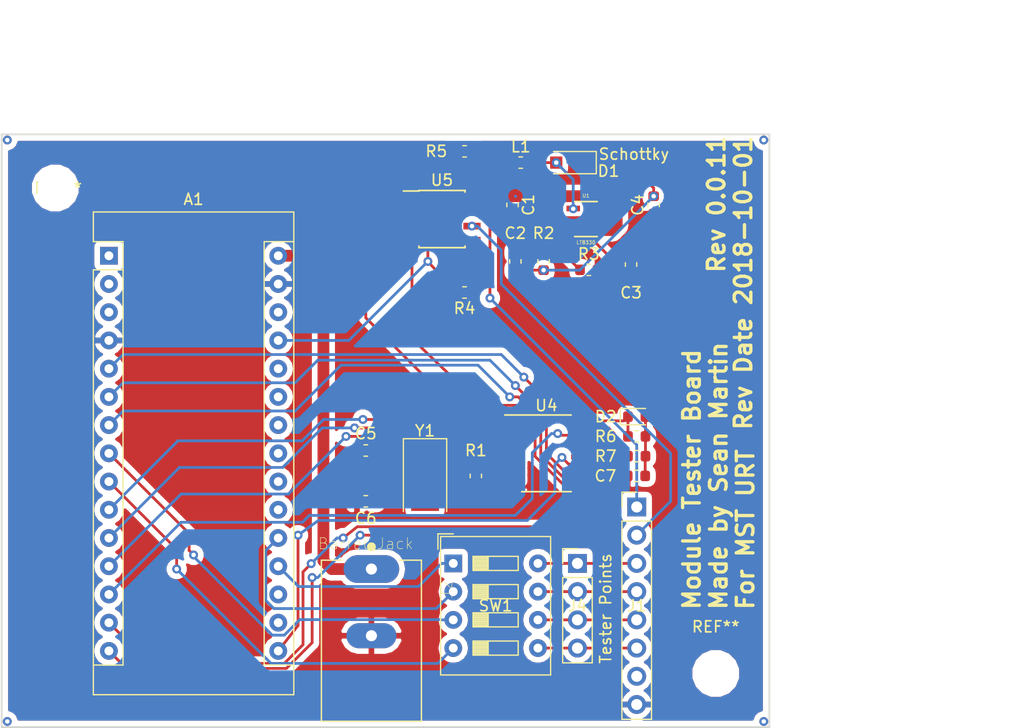
<source format=kicad_pcb>
(kicad_pcb (version 20171130) (host pcbnew "(5.0.0)")

  (general
    (thickness 1.6)
    (drawings 9)
    (tracks 261)
    (zones 0)
    (modules 28)
    (nets 51)
  )

  (page A4)
  (layers
    (0 F.Cu signal)
    (31 B.Cu signal)
    (32 B.Adhes user)
    (33 F.Adhes user)
    (34 B.Paste user)
    (35 F.Paste user)
    (36 B.SilkS user)
    (37 F.SilkS user)
    (38 B.Mask user)
    (39 F.Mask user)
    (40 Dwgs.User user)
    (41 Cmts.User user)
    (42 Eco1.User user)
    (43 Eco2.User user)
    (44 Edge.Cuts user)
    (45 Margin user)
    (46 B.CrtYd user)
    (47 F.CrtYd user)
    (48 B.Fab user)
    (49 F.Fab user)
  )

  (setup
    (last_trace_width 0.25)
    (user_trace_width 1.063)
    (trace_clearance 0.2)
    (zone_clearance 0.508)
    (zone_45_only no)
    (trace_min 0.2)
    (segment_width 0.2)
    (edge_width 0.15)
    (via_size 0.8)
    (via_drill 0.4)
    (via_min_size 0.4)
    (via_min_drill 0.3)
    (user_via 1.2 0.8)
    (uvia_size 0.3)
    (uvia_drill 0.1)
    (uvias_allowed no)
    (uvia_min_size 0.2)
    (uvia_min_drill 0.1)
    (pcb_text_width 0.3)
    (pcb_text_size 1.5 1.5)
    (mod_edge_width 0.15)
    (mod_text_size 1 1)
    (mod_text_width 0.15)
    (pad_size 5 2.5)
    (pad_drill 1)
    (pad_to_mask_clearance 0.2)
    (aux_axis_origin 0 0)
    (visible_elements 7FFFFFFF)
    (pcbplotparams
      (layerselection 0x010fc_ffffffff)
      (usegerberextensions false)
      (usegerberattributes false)
      (usegerberadvancedattributes false)
      (creategerberjobfile false)
      (excludeedgelayer true)
      (linewidth 0.100000)
      (plotframeref false)
      (viasonmask false)
      (mode 1)
      (useauxorigin false)
      (hpglpennumber 1)
      (hpglpenspeed 20)
      (hpglpendiameter 15.000000)
      (psnegative false)
      (psa4output false)
      (plotreference true)
      (plotvalue true)
      (plotinvisibletext false)
      (padsonsilk false)
      (subtractmaskfromsilk false)
      (outputformat 1)
      (mirror false)
      (drillshape 1)
      (scaleselection 1)
      (outputdirectory ""))
  )

  (net 0 "")
  (net 1 "Net-(A1-Pad1)")
  (net 2 "Net-(A1-Pad17)")
  (net 3 "Net-(A1-Pad2)")
  (net 4 "Net-(A1-Pad18)")
  (net 5 "Net-(A1-Pad3)")
  (net 6 A0)
  (net 7 GND)
  (net 8 A1)
  (net 9 INT)
  (net 10 "Net-(A1-Pad21)")
  (net 11 RX0)
  (net 12 "Net-(A1-Pad22)")
  (net 13 RX1)
  (net 14 "Net-(A1-Pad23)")
  (net 15 PWM0)
  (net 16 "Net-(A1-Pad24)")
  (net 17 PWM1)
  (net 18 "Net-(A1-Pad25)")
  (net 19 TX0)
  (net 20 "Net-(A1-Pad26)")
  (net 21 TX1)
  (net 22 +5V)
  (net 23 TX2)
  (net 24 "Net-(A1-Pad28)")
  (net 25 SS)
  (net 26 SI)
  (net 27 +12V)
  (net 28 SO)
  (net 29 SCK)
  (net 30 "Net-(C2-Pad2)")
  (net 31 +48V)
  (net 32 "Net-(C3-Pad1)")
  (net 33 "Net-(C5-Pad1)")
  (net 34 "Net-(C6-Pad2)")
  (net 35 "Net-(C7-Pad1)")
  (net 36 "Net-(D1-Pad2)")
  (net 37 "Net-(J1-Pad3)")
  (net 38 "Net-(J1-Pad4)")
  (net 39 "Net-(J1-Pad5)")
  (net 40 "Net-(J1-Pad6)")
  (net 41 CANL)
  (net 42 CANH)
  (net 43 "Net-(R4-Pad1)")
  (net 44 "Net-(R5-Pad1)")
  (net 45 Reset)
  (net 46 "Net-(U4-Pad1)")
  (net 47 "Net-(U4-Pad2)")
  (net 48 "Net-(U4-Pad3)")
  (net 49 "Net-(U4-Pad6)")
  (net 50 "Net-(U4-Pad15)")

  (net_class Default "This is the default net class."
    (clearance 0.2)
    (trace_width 0.25)
    (via_dia 0.8)
    (via_drill 0.4)
    (uvia_dia 0.3)
    (uvia_drill 0.1)
    (add_net +12V)
    (add_net +48V)
    (add_net +5V)
    (add_net A0)
    (add_net A1)
    (add_net CANH)
    (add_net CANL)
    (add_net GND)
    (add_net INT)
    (add_net "Net-(A1-Pad1)")
    (add_net "Net-(A1-Pad17)")
    (add_net "Net-(A1-Pad18)")
    (add_net "Net-(A1-Pad2)")
    (add_net "Net-(A1-Pad21)")
    (add_net "Net-(A1-Pad22)")
    (add_net "Net-(A1-Pad23)")
    (add_net "Net-(A1-Pad24)")
    (add_net "Net-(A1-Pad25)")
    (add_net "Net-(A1-Pad26)")
    (add_net "Net-(A1-Pad28)")
    (add_net "Net-(A1-Pad3)")
    (add_net "Net-(C2-Pad2)")
    (add_net "Net-(C3-Pad1)")
    (add_net "Net-(C5-Pad1)")
    (add_net "Net-(C6-Pad2)")
    (add_net "Net-(C7-Pad1)")
    (add_net "Net-(D1-Pad2)")
    (add_net "Net-(J1-Pad3)")
    (add_net "Net-(J1-Pad4)")
    (add_net "Net-(J1-Pad5)")
    (add_net "Net-(J1-Pad6)")
    (add_net "Net-(R4-Pad1)")
    (add_net "Net-(R5-Pad1)")
    (add_net "Net-(U4-Pad1)")
    (add_net "Net-(U4-Pad15)")
    (add_net "Net-(U4-Pad2)")
    (add_net "Net-(U4-Pad3)")
    (add_net "Net-(U4-Pad6)")
    (add_net PWM0)
    (add_net PWM1)
    (add_net RX0)
    (add_net RX1)
    (add_net Reset)
    (add_net SCK)
    (add_net SI)
    (add_net SO)
    (add_net SS)
    (add_net TX0)
    (add_net TX1)
    (add_net TX2)
  )

  (module MountingHole:MountingHole_3.2mm_M3 (layer F.Cu) (tedit 5BB2ACA8) (tstamp 5BBF22E2)
    (at 123.19 71.374)
    (descr "Mounting Hole 3.2mm, no annular, M3")
    (tags "mounting hole 3.2mm no annular m3")
    (attr virtual)
    (fp_text reference REF** (at 0.254 0) (layer F.SilkS)
      (effects (font (size 1 1) (thickness 0.15)))
    )
    (fp_text value "" (at 0 4.2) (layer F.Fab)
      (effects (font (size 1 1) (thickness 0.15)))
    )
    (fp_text user %R (at 0.3 0) (layer F.Fab)
      (effects (font (size 1 1) (thickness 0.15)))
    )
    (fp_circle (center 0 0) (end 3.2 0) (layer Cmts.User) (width 0.15))
    (fp_circle (center 0 0) (end 3.45 0) (layer F.CrtYd) (width 0.05))
    (pad 1 np_thru_hole circle (at 0 0) (size 3.2 3.2) (drill 3.2) (layers *.Cu *.Mask))
  )

  (module Module:Arduino_Nano (layer F.Cu) (tedit 58ACAF70) (tstamp 5BCA0D13)
    (at 128.016 77.47)
    (descr "Arduino Nano, http://www.mouser.com/pdfdocs/Gravitech_Arduino_Nano3_0.pdf")
    (tags "Arduino Nano")
    (path /5B833B0D)
    (fp_text reference A1 (at 7.62 -5.08) (layer F.SilkS)
      (effects (font (size 1 1) (thickness 0.15)))
    )
    (fp_text value Arduino_Nano_v3.x (at 8.89 19.05 90) (layer F.Fab)
      (effects (font (size 1 1) (thickness 0.15)))
    )
    (fp_text user %R (at 6.35 19.05 90) (layer F.Fab)
      (effects (font (size 1 1) (thickness 0.15)))
    )
    (fp_line (start 1.27 1.27) (end 1.27 -1.27) (layer F.SilkS) (width 0.12))
    (fp_line (start 1.27 -1.27) (end -1.4 -1.27) (layer F.SilkS) (width 0.12))
    (fp_line (start -1.4 1.27) (end -1.4 39.5) (layer F.SilkS) (width 0.12))
    (fp_line (start -1.4 -3.94) (end -1.4 -1.27) (layer F.SilkS) (width 0.12))
    (fp_line (start 13.97 -1.27) (end 16.64 -1.27) (layer F.SilkS) (width 0.12))
    (fp_line (start 13.97 -1.27) (end 13.97 36.83) (layer F.SilkS) (width 0.12))
    (fp_line (start 13.97 36.83) (end 16.64 36.83) (layer F.SilkS) (width 0.12))
    (fp_line (start 1.27 1.27) (end -1.4 1.27) (layer F.SilkS) (width 0.12))
    (fp_line (start 1.27 1.27) (end 1.27 36.83) (layer F.SilkS) (width 0.12))
    (fp_line (start 1.27 36.83) (end -1.4 36.83) (layer F.SilkS) (width 0.12))
    (fp_line (start 3.81 31.75) (end 11.43 31.75) (layer F.Fab) (width 0.1))
    (fp_line (start 11.43 31.75) (end 11.43 41.91) (layer F.Fab) (width 0.1))
    (fp_line (start 11.43 41.91) (end 3.81 41.91) (layer F.Fab) (width 0.1))
    (fp_line (start 3.81 41.91) (end 3.81 31.75) (layer F.Fab) (width 0.1))
    (fp_line (start -1.4 39.5) (end 16.64 39.5) (layer F.SilkS) (width 0.12))
    (fp_line (start 16.64 39.5) (end 16.64 -3.94) (layer F.SilkS) (width 0.12))
    (fp_line (start 16.64 -3.94) (end -1.4 -3.94) (layer F.SilkS) (width 0.12))
    (fp_line (start 16.51 39.37) (end -1.27 39.37) (layer F.Fab) (width 0.1))
    (fp_line (start -1.27 39.37) (end -1.27 -2.54) (layer F.Fab) (width 0.1))
    (fp_line (start -1.27 -2.54) (end 0 -3.81) (layer F.Fab) (width 0.1))
    (fp_line (start 0 -3.81) (end 16.51 -3.81) (layer F.Fab) (width 0.1))
    (fp_line (start 16.51 -3.81) (end 16.51 39.37) (layer F.Fab) (width 0.1))
    (fp_line (start -1.53 -4.06) (end 16.75 -4.06) (layer F.CrtYd) (width 0.05))
    (fp_line (start -1.53 -4.06) (end -1.53 42.16) (layer F.CrtYd) (width 0.05))
    (fp_line (start 16.75 42.16) (end 16.75 -4.06) (layer F.CrtYd) (width 0.05))
    (fp_line (start 16.75 42.16) (end -1.53 42.16) (layer F.CrtYd) (width 0.05))
    (pad 1 thru_hole rect (at 0 0) (size 1.6 1.6) (drill 0.8) (layers *.Cu *.Mask)
      (net 1 "Net-(A1-Pad1)"))
    (pad 17 thru_hole oval (at 15.24 33.02) (size 1.6 1.6) (drill 0.8) (layers *.Cu *.Mask)
      (net 2 "Net-(A1-Pad17)"))
    (pad 2 thru_hole oval (at 0 2.54) (size 1.6 1.6) (drill 0.8) (layers *.Cu *.Mask)
      (net 3 "Net-(A1-Pad2)"))
    (pad 18 thru_hole oval (at 15.24 30.48) (size 1.6 1.6) (drill 0.8) (layers *.Cu *.Mask)
      (net 4 "Net-(A1-Pad18)"))
    (pad 3 thru_hole oval (at 0 5.08) (size 1.6 1.6) (drill 0.8) (layers *.Cu *.Mask)
      (net 5 "Net-(A1-Pad3)"))
    (pad 19 thru_hole oval (at 15.24 27.94) (size 1.6 1.6) (drill 0.8) (layers *.Cu *.Mask)
      (net 6 A0))
    (pad 4 thru_hole oval (at 0 7.62) (size 1.6 1.6) (drill 0.8) (layers *.Cu *.Mask)
      (net 7 GND))
    (pad 20 thru_hole oval (at 15.24 25.4) (size 1.6 1.6) (drill 0.8) (layers *.Cu *.Mask)
      (net 8 A1))
    (pad 5 thru_hole oval (at 0 10.16) (size 1.6 1.6) (drill 0.8) (layers *.Cu *.Mask)
      (net 9 INT))
    (pad 21 thru_hole oval (at 15.24 22.86) (size 1.6 1.6) (drill 0.8) (layers *.Cu *.Mask)
      (net 10 "Net-(A1-Pad21)"))
    (pad 6 thru_hole oval (at 0 12.7) (size 1.6 1.6) (drill 0.8) (layers *.Cu *.Mask)
      (net 11 RX0))
    (pad 22 thru_hole oval (at 15.24 20.32) (size 1.6 1.6) (drill 0.8) (layers *.Cu *.Mask)
      (net 12 "Net-(A1-Pad22)"))
    (pad 7 thru_hole oval (at 0 15.24) (size 1.6 1.6) (drill 0.8) (layers *.Cu *.Mask)
      (net 13 RX1))
    (pad 23 thru_hole oval (at 15.24 17.78) (size 1.6 1.6) (drill 0.8) (layers *.Cu *.Mask)
      (net 14 "Net-(A1-Pad23)"))
    (pad 8 thru_hole oval (at 0 17.78) (size 1.6 1.6) (drill 0.8) (layers *.Cu *.Mask)
      (net 15 PWM0))
    (pad 24 thru_hole oval (at 15.24 15.24) (size 1.6 1.6) (drill 0.8) (layers *.Cu *.Mask)
      (net 16 "Net-(A1-Pad24)"))
    (pad 9 thru_hole oval (at 0 20.32) (size 1.6 1.6) (drill 0.8) (layers *.Cu *.Mask)
      (net 17 PWM1))
    (pad 25 thru_hole oval (at 15.24 12.7) (size 1.6 1.6) (drill 0.8) (layers *.Cu *.Mask)
      (net 18 "Net-(A1-Pad25)"))
    (pad 10 thru_hole oval (at 0 22.86) (size 1.6 1.6) (drill 0.8) (layers *.Cu *.Mask)
      (net 19 TX0))
    (pad 26 thru_hole oval (at 15.24 10.16) (size 1.6 1.6) (drill 0.8) (layers *.Cu *.Mask)
      (net 20 "Net-(A1-Pad26)"))
    (pad 11 thru_hole oval (at 0 25.4) (size 1.6 1.6) (drill 0.8) (layers *.Cu *.Mask)
      (net 21 TX1))
    (pad 27 thru_hole oval (at 15.24 7.62) (size 1.6 1.6) (drill 0.8) (layers *.Cu *.Mask)
      (net 22 +5V))
    (pad 12 thru_hole oval (at 0 27.94) (size 1.6 1.6) (drill 0.8) (layers *.Cu *.Mask)
      (net 23 TX2))
    (pad 28 thru_hole oval (at 15.24 5.08) (size 1.6 1.6) (drill 0.8) (layers *.Cu *.Mask)
      (net 24 "Net-(A1-Pad28)"))
    (pad 13 thru_hole oval (at 0 30.48) (size 1.6 1.6) (drill 0.8) (layers *.Cu *.Mask)
      (net 25 SS))
    (pad 29 thru_hole oval (at 15.24 2.54) (size 1.6 1.6) (drill 0.8) (layers *.Cu *.Mask)
      (net 7 GND))
    (pad 14 thru_hole oval (at 0 33.02) (size 1.6 1.6) (drill 0.8) (layers *.Cu *.Mask)
      (net 26 SI))
    (pad 30 thru_hole oval (at 15.24 0) (size 1.6 1.6) (drill 0.8) (layers *.Cu *.Mask)
      (net 27 +12V))
    (pad 15 thru_hole oval (at 0 35.56) (size 1.6 1.6) (drill 0.8) (layers *.Cu *.Mask)
      (net 28 SO))
    (pad 16 thru_hole oval (at 15.24 35.56) (size 1.6 1.6) (drill 0.8) (layers *.Cu *.Mask)
      (net 29 SCK))
    (model ${KISYS3DMOD}/Module.3dshapes/Arduino_Nano_WithMountingHoles.wrl
      (at (xyz 0 0 0))
      (scale (xyz 1 1 1))
      (rotate (xyz 0 0 0))
    )
  )

  (module Capacitor_SMD:C_0603_1608Metric (layer F.Cu) (tedit 5B301BBE) (tstamp 5BCA0D24)
    (at 164.338 72.898 270)
    (descr "Capacitor SMD 0603 (1608 Metric), square (rectangular) end terminal, IPC_7351 nominal, (Body size source: http://www.tortai-tech.com/upload/download/2011102023233369053.pdf), generated with kicad-footprint-generator")
    (tags capacitor)
    (path /5B854760)
    (attr smd)
    (fp_text reference C1 (at 0 -1.43 270) (layer F.SilkS)
      (effects (font (size 1 1) (thickness 0.15)))
    )
    (fp_text value 4.7u (at 0 1.43 270) (layer F.Fab)
      (effects (font (size 1 1) (thickness 0.15)))
    )
    (fp_line (start -0.8 0.4) (end -0.8 -0.4) (layer F.Fab) (width 0.1))
    (fp_line (start -0.8 -0.4) (end 0.8 -0.4) (layer F.Fab) (width 0.1))
    (fp_line (start 0.8 -0.4) (end 0.8 0.4) (layer F.Fab) (width 0.1))
    (fp_line (start 0.8 0.4) (end -0.8 0.4) (layer F.Fab) (width 0.1))
    (fp_line (start -0.162779 -0.51) (end 0.162779 -0.51) (layer F.SilkS) (width 0.12))
    (fp_line (start -0.162779 0.51) (end 0.162779 0.51) (layer F.SilkS) (width 0.12))
    (fp_line (start -1.48 0.73) (end -1.48 -0.73) (layer F.CrtYd) (width 0.05))
    (fp_line (start -1.48 -0.73) (end 1.48 -0.73) (layer F.CrtYd) (width 0.05))
    (fp_line (start 1.48 -0.73) (end 1.48 0.73) (layer F.CrtYd) (width 0.05))
    (fp_line (start 1.48 0.73) (end -1.48 0.73) (layer F.CrtYd) (width 0.05))
    (fp_text user %R (at 0 0 270) (layer F.Fab)
      (effects (font (size 0.4 0.4) (thickness 0.06)))
    )
    (pad 1 smd roundrect (at -0.7875 0 270) (size 0.875 0.95) (layers F.Cu F.Paste F.Mask) (roundrect_rratio 0.25)
      (net 27 +12V))
    (pad 2 smd roundrect (at 0.7875 0 270) (size 0.875 0.95) (layers F.Cu F.Paste F.Mask) (roundrect_rratio 0.25)
      (net 7 GND))
    (model ${KISYS3DMOD}/Capacitor_SMD.3dshapes/C_0603_1608Metric.wrl
      (at (xyz 0 0 0))
      (scale (xyz 1 1 1))
      (rotate (xyz 0 0 0))
    )
  )

  (module Capacitor_SMD:C_0603_1608Metric (layer F.Cu) (tedit 5B301BBE) (tstamp 5BCA0D35)
    (at 164.592 77.978 90)
    (descr "Capacitor SMD 0603 (1608 Metric), square (rectangular) end terminal, IPC_7351 nominal, (Body size source: http://www.tortai-tech.com/upload/download/2011102023233369053.pdf), generated with kicad-footprint-generator")
    (tags capacitor)
    (path /5B85494A)
    (attr smd)
    (fp_text reference C2 (at 2.54 0 180) (layer F.SilkS)
      (effects (font (size 1 1) (thickness 0.15)))
    )
    (fp_text value 4.7p (at -2.54 0 180) (layer F.Fab)
      (effects (font (size 1 1) (thickness 0.15)))
    )
    (fp_text user %R (at 0 0 90) (layer F.Fab)
      (effects (font (size 0.4 0.4) (thickness 0.06)))
    )
    (fp_line (start 1.48 0.73) (end -1.48 0.73) (layer F.CrtYd) (width 0.05))
    (fp_line (start 1.48 -0.73) (end 1.48 0.73) (layer F.CrtYd) (width 0.05))
    (fp_line (start -1.48 -0.73) (end 1.48 -0.73) (layer F.CrtYd) (width 0.05))
    (fp_line (start -1.48 0.73) (end -1.48 -0.73) (layer F.CrtYd) (width 0.05))
    (fp_line (start -0.162779 0.51) (end 0.162779 0.51) (layer F.SilkS) (width 0.12))
    (fp_line (start -0.162779 -0.51) (end 0.162779 -0.51) (layer F.SilkS) (width 0.12))
    (fp_line (start 0.8 0.4) (end -0.8 0.4) (layer F.Fab) (width 0.1))
    (fp_line (start 0.8 -0.4) (end 0.8 0.4) (layer F.Fab) (width 0.1))
    (fp_line (start -0.8 -0.4) (end 0.8 -0.4) (layer F.Fab) (width 0.1))
    (fp_line (start -0.8 0.4) (end -0.8 -0.4) (layer F.Fab) (width 0.1))
    (pad 2 smd roundrect (at 0.7875 0 90) (size 0.875 0.95) (layers F.Cu F.Paste F.Mask) (roundrect_rratio 0.25)
      (net 30 "Net-(C2-Pad2)"))
    (pad 1 smd roundrect (at -0.7875 0 90) (size 0.875 0.95) (layers F.Cu F.Paste F.Mask) (roundrect_rratio 0.25)
      (net 31 +48V))
    (model ${KISYS3DMOD}/Capacitor_SMD.3dshapes/C_0603_1608Metric.wrl
      (at (xyz 0 0 0))
      (scale (xyz 1 1 1))
      (rotate (xyz 0 0 0))
    )
  )

  (module Capacitor_SMD:C_0603_1608Metric (layer F.Cu) (tedit 5B301BBE) (tstamp 5BCA0D46)
    (at 175.006 78.2575 270)
    (descr "Capacitor SMD 0603 (1608 Metric), square (rectangular) end terminal, IPC_7351 nominal, (Body size source: http://www.tortai-tech.com/upload/download/2011102023233369053.pdf), generated with kicad-footprint-generator")
    (tags capacitor)
    (path /5B8548DE)
    (attr smd)
    (fp_text reference C3 (at 2.54 0) (layer F.SilkS)
      (effects (font (size 1 1) (thickness 0.15)))
    )
    (fp_text value 1u (at 3.81 0) (layer F.Fab)
      (effects (font (size 1 1) (thickness 0.15)))
    )
    (fp_line (start -0.8 0.4) (end -0.8 -0.4) (layer F.Fab) (width 0.1))
    (fp_line (start -0.8 -0.4) (end 0.8 -0.4) (layer F.Fab) (width 0.1))
    (fp_line (start 0.8 -0.4) (end 0.8 0.4) (layer F.Fab) (width 0.1))
    (fp_line (start 0.8 0.4) (end -0.8 0.4) (layer F.Fab) (width 0.1))
    (fp_line (start -0.162779 -0.51) (end 0.162779 -0.51) (layer F.SilkS) (width 0.12))
    (fp_line (start -0.162779 0.51) (end 0.162779 0.51) (layer F.SilkS) (width 0.12))
    (fp_line (start -1.48 0.73) (end -1.48 -0.73) (layer F.CrtYd) (width 0.05))
    (fp_line (start -1.48 -0.73) (end 1.48 -0.73) (layer F.CrtYd) (width 0.05))
    (fp_line (start 1.48 -0.73) (end 1.48 0.73) (layer F.CrtYd) (width 0.05))
    (fp_line (start 1.48 0.73) (end -1.48 0.73) (layer F.CrtYd) (width 0.05))
    (fp_text user %R (at 0 0 270) (layer F.Fab)
      (effects (font (size 0.4 0.4) (thickness 0.06)))
    )
    (pad 1 smd roundrect (at -0.7875 0 270) (size 0.875 0.95) (layers F.Cu F.Paste F.Mask) (roundrect_rratio 0.25)
      (net 32 "Net-(C3-Pad1)"))
    (pad 2 smd roundrect (at 0.7875 0 270) (size 0.875 0.95) (layers F.Cu F.Paste F.Mask) (roundrect_rratio 0.25)
      (net 7 GND))
    (model ${KISYS3DMOD}/Capacitor_SMD.3dshapes/C_0603_1608Metric.wrl
      (at (xyz 0 0 0))
      (scale (xyz 1 1 1))
      (rotate (xyz 0 0 0))
    )
  )

  (module Capacitor_SMD:C_0603_1608Metric (layer F.Cu) (tedit 5B301BBE) (tstamp 5BCA0D57)
    (at 177.038 72.898 90)
    (descr "Capacitor SMD 0603 (1608 Metric), square (rectangular) end terminal, IPC_7351 nominal, (Body size source: http://www.tortai-tech.com/upload/download/2011102023233369053.pdf), generated with kicad-footprint-generator")
    (tags capacitor)
    (path /5B854802)
    (attr smd)
    (fp_text reference C4 (at 0 -1.43 90) (layer F.SilkS)
      (effects (font (size 1 1) (thickness 0.15)))
    )
    (fp_text value 4.7u (at 0 1.43 90) (layer F.Fab)
      (effects (font (size 1 1) (thickness 0.15)))
    )
    (fp_text user %R (at 0 0 90) (layer F.Fab)
      (effects (font (size 0.4 0.4) (thickness 0.06)))
    )
    (fp_line (start 1.48 0.73) (end -1.48 0.73) (layer F.CrtYd) (width 0.05))
    (fp_line (start 1.48 -0.73) (end 1.48 0.73) (layer F.CrtYd) (width 0.05))
    (fp_line (start -1.48 -0.73) (end 1.48 -0.73) (layer F.CrtYd) (width 0.05))
    (fp_line (start -1.48 0.73) (end -1.48 -0.73) (layer F.CrtYd) (width 0.05))
    (fp_line (start -0.162779 0.51) (end 0.162779 0.51) (layer F.SilkS) (width 0.12))
    (fp_line (start -0.162779 -0.51) (end 0.162779 -0.51) (layer F.SilkS) (width 0.12))
    (fp_line (start 0.8 0.4) (end -0.8 0.4) (layer F.Fab) (width 0.1))
    (fp_line (start 0.8 -0.4) (end 0.8 0.4) (layer F.Fab) (width 0.1))
    (fp_line (start -0.8 -0.4) (end 0.8 -0.4) (layer F.Fab) (width 0.1))
    (fp_line (start -0.8 0.4) (end -0.8 -0.4) (layer F.Fab) (width 0.1))
    (pad 2 smd roundrect (at 0.7875 0 90) (size 0.875 0.95) (layers F.Cu F.Paste F.Mask) (roundrect_rratio 0.25)
      (net 31 +48V))
    (pad 1 smd roundrect (at -0.7875 0 90) (size 0.875 0.95) (layers F.Cu F.Paste F.Mask) (roundrect_rratio 0.25)
      (net 7 GND))
    (model ${KISYS3DMOD}/Capacitor_SMD.3dshapes/C_0603_1608Metric.wrl
      (at (xyz 0 0 0))
      (scale (xyz 1 1 1))
      (rotate (xyz 0 0 0))
    )
  )

  (module Capacitor_SMD:C_0603_1608Metric (layer F.Cu) (tedit 5B301BBE) (tstamp 5BB2C84F)
    (at 151.13 94.996 180)
    (descr "Capacitor SMD 0603 (1608 Metric), square (rectangular) end terminal, IPC_7351 nominal, (Body size source: http://www.tortai-tech.com/upload/download/2011102023233369053.pdf), generated with kicad-footprint-generator")
    (tags capacitor)
    (path /5B9092BA)
    (attr smd)
    (fp_text reference C5 (at 0 1.524 180) (layer F.SilkS)
      (effects (font (size 1 1) (thickness 0.15)))
    )
    (fp_text value 15p (at 0 -2.286 270) (layer F.Fab)
      (effects (font (size 1 1) (thickness 0.15)))
    )
    (fp_line (start -0.8 0.4) (end -0.8 -0.4) (layer F.Fab) (width 0.1))
    (fp_line (start -0.8 -0.4) (end 0.8 -0.4) (layer F.Fab) (width 0.1))
    (fp_line (start 0.8 -0.4) (end 0.8 0.4) (layer F.Fab) (width 0.1))
    (fp_line (start 0.8 0.4) (end -0.8 0.4) (layer F.Fab) (width 0.1))
    (fp_line (start -0.162779 -0.51) (end 0.162779 -0.51) (layer F.SilkS) (width 0.12))
    (fp_line (start -0.162779 0.51) (end 0.162779 0.51) (layer F.SilkS) (width 0.12))
    (fp_line (start -1.48 0.73) (end -1.48 -0.73) (layer F.CrtYd) (width 0.05))
    (fp_line (start -1.48 -0.73) (end 1.48 -0.73) (layer F.CrtYd) (width 0.05))
    (fp_line (start 1.48 -0.73) (end 1.48 0.73) (layer F.CrtYd) (width 0.05))
    (fp_line (start 1.48 0.73) (end -1.48 0.73) (layer F.CrtYd) (width 0.05))
    (fp_text user %R (at 0 0 180) (layer F.Fab)
      (effects (font (size 0.4 0.4) (thickness 0.06)))
    )
    (pad 1 smd roundrect (at -0.7875 0 180) (size 0.875 0.95) (layers F.Cu F.Paste F.Mask) (roundrect_rratio 0.25)
      (net 33 "Net-(C5-Pad1)"))
    (pad 2 smd roundrect (at 0.7875 0 180) (size 0.875 0.95) (layers F.Cu F.Paste F.Mask) (roundrect_rratio 0.25)
      (net 7 GND))
    (model ${KISYS3DMOD}/Capacitor_SMD.3dshapes/C_0603_1608Metric.wrl
      (at (xyz 0 0 0))
      (scale (xyz 1 1 1))
      (rotate (xyz 0 0 0))
    )
  )

  (module Capacitor_SMD:C_0603_1608Metric (layer F.Cu) (tedit 5B301BBE) (tstamp 5BB2C81F)
    (at 151.13 99.568)
    (descr "Capacitor SMD 0603 (1608 Metric), square (rectangular) end terminal, IPC_7351 nominal, (Body size source: http://www.tortai-tech.com/upload/download/2011102023233369053.pdf), generated with kicad-footprint-generator")
    (tags capacitor)
    (path /5B90DA09)
    (attr smd)
    (fp_text reference C6 (at 0 1.524) (layer F.SilkS)
      (effects (font (size 1 1) (thickness 0.15)))
    )
    (fp_text value 15p (at 0 -2.286 90) (layer F.Fab)
      (effects (font (size 1 1) (thickness 0.15)))
    )
    (fp_line (start -0.8 0.4) (end -0.8 -0.4) (layer F.Fab) (width 0.1))
    (fp_line (start -0.8 -0.4) (end 0.8 -0.4) (layer F.Fab) (width 0.1))
    (fp_line (start 0.8 -0.4) (end 0.8 0.4) (layer F.Fab) (width 0.1))
    (fp_line (start 0.8 0.4) (end -0.8 0.4) (layer F.Fab) (width 0.1))
    (fp_line (start -0.162779 -0.51) (end 0.162779 -0.51) (layer F.SilkS) (width 0.12))
    (fp_line (start -0.162779 0.51) (end 0.162779 0.51) (layer F.SilkS) (width 0.12))
    (fp_line (start -1.48 0.73) (end -1.48 -0.73) (layer F.CrtYd) (width 0.05))
    (fp_line (start -1.48 -0.73) (end 1.48 -0.73) (layer F.CrtYd) (width 0.05))
    (fp_line (start 1.48 -0.73) (end 1.48 0.73) (layer F.CrtYd) (width 0.05))
    (fp_line (start 1.48 0.73) (end -1.48 0.73) (layer F.CrtYd) (width 0.05))
    (fp_text user %R (at 0 0) (layer F.Fab)
      (effects (font (size 0.4 0.4) (thickness 0.06)))
    )
    (pad 1 smd roundrect (at -0.7875 0) (size 0.875 0.95) (layers F.Cu F.Paste F.Mask) (roundrect_rratio 0.25)
      (net 7 GND))
    (pad 2 smd roundrect (at 0.7875 0) (size 0.875 0.95) (layers F.Cu F.Paste F.Mask) (roundrect_rratio 0.25)
      (net 34 "Net-(C6-Pad2)"))
    (model ${KISYS3DMOD}/Capacitor_SMD.3dshapes/C_0603_1608Metric.wrl
      (at (xyz 0 0 0))
      (scale (xyz 1 1 1))
      (rotate (xyz 0 0 0))
    )
  )

  (module Capacitor_SMD:C_0603_1608Metric (layer F.Cu) (tedit 5BB19694) (tstamp 5BB2C7EF)
    (at 175.4885 97.282 180)
    (descr "Capacitor SMD 0603 (1608 Metric), square (rectangular) end terminal, IPC_7351 nominal, (Body size source: http://www.tortai-tech.com/upload/download/2011102023233369053.pdf), generated with kicad-footprint-generator")
    (tags capacitor)
    (path /5B9C66F4)
    (attr smd)
    (fp_text reference C7 (at 2.794 0 180) (layer F.SilkS)
      (effects (font (size 1 1) (thickness 0.15)))
    )
    (fp_text value 1uF (at -0.2795 0 180) (layer F.Fab)
      (effects (font (size 1 1) (thickness 0.15)))
    )
    (fp_text user %R (at 0 0 180) (layer F.Fab)
      (effects (font (size 0.4 0.4) (thickness 0.06)))
    )
    (fp_line (start 1.48 0.73) (end -1.48 0.73) (layer F.CrtYd) (width 0.05))
    (fp_line (start 1.48 -0.73) (end 1.48 0.73) (layer F.CrtYd) (width 0.05))
    (fp_line (start -1.48 -0.73) (end 1.48 -0.73) (layer F.CrtYd) (width 0.05))
    (fp_line (start -1.48 0.73) (end -1.48 -0.73) (layer F.CrtYd) (width 0.05))
    (fp_line (start -0.162779 0.51) (end 0.162779 0.51) (layer F.SilkS) (width 0.12))
    (fp_line (start -0.162779 -0.51) (end 0.162779 -0.51) (layer F.SilkS) (width 0.12))
    (fp_line (start 0.8 0.4) (end -0.8 0.4) (layer F.Fab) (width 0.1))
    (fp_line (start 0.8 -0.4) (end 0.8 0.4) (layer F.Fab) (width 0.1))
    (fp_line (start -0.8 -0.4) (end 0.8 -0.4) (layer F.Fab) (width 0.1))
    (fp_line (start -0.8 0.4) (end -0.8 -0.4) (layer F.Fab) (width 0.1))
    (pad 2 smd roundrect (at 0.7875 0 180) (size 0.875 0.95) (layers F.Cu F.Paste F.Mask) (roundrect_rratio 0.25)
      (net 7 GND))
    (pad 1 smd roundrect (at -0.7875 0 180) (size 0.875 0.95) (layers F.Cu F.Paste F.Mask) (roundrect_rratio 0.25)
      (net 35 "Net-(C7-Pad1)"))
    (model ${KISYS3DMOD}/Capacitor_SMD.3dshapes/C_0603_1608Metric.wrl
      (at (xyz 0 0 0))
      (scale (xyz 1 1 1))
      (rotate (xyz 0 0 0))
    )
  )

  (module Diode_SMD:D_SOD-123F (layer F.Cu) (tedit 5BB2D7EF) (tstamp 5BCA0DA3)
    (at 169.672 69.088 180)
    (descr D_SOD-123F)
    (tags D_SOD-123F)
    (path /5BACAB24)
    (attr smd)
    (fp_text reference D1 (at -3.302 -0.762 180) (layer F.SilkS)
      (effects (font (size 1 1) (thickness 0.15)))
    )
    (fp_text value Schottky (at -5.588 0.762 180) (layer F.SilkS)
      (effects (font (size 1 1) (thickness 0.15)))
    )
    (fp_text user %R (at -0.127 -1.905 180) (layer F.Fab)
      (effects (font (size 1 1) (thickness 0.15)))
    )
    (fp_line (start -2.2 -1) (end -2.2 1) (layer F.SilkS) (width 0.12))
    (fp_line (start 0.25 0) (end 0.75 0) (layer F.Fab) (width 0.1))
    (fp_line (start 0.25 0.4) (end -0.35 0) (layer F.Fab) (width 0.1))
    (fp_line (start 0.25 -0.4) (end 0.25 0.4) (layer F.Fab) (width 0.1))
    (fp_line (start -0.35 0) (end 0.25 -0.4) (layer F.Fab) (width 0.1))
    (fp_line (start -0.35 0) (end -0.35 0.55) (layer F.Fab) (width 0.1))
    (fp_line (start -0.35 0) (end -0.35 -0.55) (layer F.Fab) (width 0.1))
    (fp_line (start -0.75 0) (end -0.35 0) (layer F.Fab) (width 0.1))
    (fp_line (start -1.4 0.9) (end -1.4 -0.9) (layer F.Fab) (width 0.1))
    (fp_line (start 1.4 0.9) (end -1.4 0.9) (layer F.Fab) (width 0.1))
    (fp_line (start 1.4 -0.9) (end 1.4 0.9) (layer F.Fab) (width 0.1))
    (fp_line (start -1.4 -0.9) (end 1.4 -0.9) (layer F.Fab) (width 0.1))
    (fp_line (start -2.2 -1.15) (end 2.2 -1.15) (layer F.CrtYd) (width 0.05))
    (fp_line (start 2.2 -1.15) (end 2.2 1.15) (layer F.CrtYd) (width 0.05))
    (fp_line (start 2.2 1.15) (end -2.2 1.15) (layer F.CrtYd) (width 0.05))
    (fp_line (start -2.2 -1.15) (end -2.2 1.15) (layer F.CrtYd) (width 0.05))
    (fp_line (start -2.2 1) (end 1.65 1) (layer F.SilkS) (width 0.12))
    (fp_line (start -2.2 -1) (end 1.65 -1) (layer F.SilkS) (width 0.12))
    (pad 1 smd rect (at -1.4 0 180) (size 1.1 1.1) (layers F.Cu F.Paste F.Mask)
      (net 31 +48V))
    (pad 2 smd rect (at 1.4 0 180) (size 1.1 1.1) (layers F.Cu F.Paste F.Mask)
      (net 36 "Net-(D1-Pad2)"))
    (model ${KISYS3DMOD}/Diode_SMD.3dshapes/D_SOD-123F.wrl
      (at (xyz 0 0 0))
      (scale (xyz 1 1 1))
      (rotate (xyz 0 0 0))
    )
  )

  (module Diode_SMD:D_0603_1608Metric (layer F.Cu) (tedit 5BB2D978) (tstamp 5BB2C7BB)
    (at 175.514 91.948)
    (descr "Diode SMD 0603 (1608 Metric), square (rectangular) end terminal, IPC_7351 nominal, (Body size source: http://www.tortai-tech.com/upload/download/2011102023233369053.pdf), generated with kicad-footprint-generator")
    (tags diode)
    (path /5B9C61B2)
    (attr smd)
    (fp_text reference D2 (at -2.794 0) (layer F.SilkS)
      (effects (font (size 1 1) (thickness 0.15)))
    )
    (fp_text value 1N4007 (at -1.27 -1.524) (layer F.Fab)
      (effects (font (size 1 1) (thickness 0.15)))
    )
    (fp_line (start 0.8 -0.4) (end -0.5 -0.4) (layer F.Fab) (width 0.1))
    (fp_line (start -0.5 -0.4) (end -0.8 -0.1) (layer F.Fab) (width 0.1))
    (fp_line (start -0.8 -0.1) (end -0.8 0.4) (layer F.Fab) (width 0.1))
    (fp_line (start -0.8 0.4) (end 0.8 0.4) (layer F.Fab) (width 0.1))
    (fp_line (start 0.8 0.4) (end 0.8 -0.4) (layer F.Fab) (width 0.1))
    (fp_line (start 0.8 -0.735) (end -1.485 -0.735) (layer F.SilkS) (width 0.12))
    (fp_line (start -1.485 -0.735) (end -1.485 0.735) (layer F.SilkS) (width 0.12))
    (fp_line (start -1.485 0.735) (end 0.8 0.735) (layer F.SilkS) (width 0.12))
    (fp_line (start -1.48 0.73) (end -1.48 -0.73) (layer F.CrtYd) (width 0.05))
    (fp_line (start -1.48 -0.73) (end 1.48 -0.73) (layer F.CrtYd) (width 0.05))
    (fp_line (start 1.48 -0.73) (end 1.48 0.73) (layer F.CrtYd) (width 0.05))
    (fp_line (start 1.48 0.73) (end -1.48 0.73) (layer F.CrtYd) (width 0.05))
    (fp_text user %R (at 0 0) (layer F.Fab)
      (effects (font (size 0.4 0.4) (thickness 0.06)))
    )
    (pad 1 smd roundrect (at -0.7875 0) (size 0.875 0.95) (layers F.Cu F.Paste F.Mask) (roundrect_rratio 0.25)
      (net 22 +5V))
    (pad 2 smd roundrect (at 0.7875 0) (size 0.875 0.95) (layers F.Cu F.Paste F.Mask) (roundrect_rratio 0.25)
      (net 35 "Net-(C7-Pad1)"))
    (model ${KISYS3DMOD}/Diode_SMD.3dshapes/D_0603_1608Metric.wrl
      (at (xyz 0 0 0))
      (scale (xyz 1 1 1))
      (rotate (xyz 0 0 0))
    )
  )

  (module Connector_PinHeader_2.54mm:PinHeader_1x08_P2.54mm_Vertical (layer F.Cu) (tedit 5BB2AB2C) (tstamp 5BCA0DD2)
    (at 175.514 100.076)
    (descr "Through hole straight pin header, 1x08, 2.54mm pitch, single row")
    (tags "Through hole pin header THT 1x08 2.54mm single row")
    (path /5B833C38)
    (fp_text reference J1 (at 0 8.89) (layer F.SilkS)
      (effects (font (size 1 1) (thickness 0.15)))
    )
    (fp_text value "" (at 2.286 8.89 -90) (layer F.Fab)
      (effects (font (size 1 1) (thickness 0.15)))
    )
    (fp_line (start -0.635 -1.27) (end 1.27 -1.27) (layer F.Fab) (width 0.1))
    (fp_line (start 1.27 -1.27) (end 1.27 19.05) (layer F.Fab) (width 0.1))
    (fp_line (start 1.27 19.05) (end -1.27 19.05) (layer F.Fab) (width 0.1))
    (fp_line (start -1.27 19.05) (end -1.27 -0.635) (layer F.Fab) (width 0.1))
    (fp_line (start -1.27 -0.635) (end -0.635 -1.27) (layer F.Fab) (width 0.1))
    (fp_line (start -1.33 19.11) (end 1.33 19.11) (layer F.SilkS) (width 0.12))
    (fp_line (start -1.33 1.27) (end -1.33 19.11) (layer F.SilkS) (width 0.12))
    (fp_line (start 1.33 1.27) (end 1.33 19.11) (layer F.SilkS) (width 0.12))
    (fp_line (start -1.33 1.27) (end 1.33 1.27) (layer F.SilkS) (width 0.12))
    (fp_line (start -1.33 0) (end -1.33 -1.33) (layer F.SilkS) (width 0.12))
    (fp_line (start -1.33 -1.33) (end 0 -1.33) (layer F.SilkS) (width 0.12))
    (fp_line (start -1.8 -1.8) (end -1.8 19.55) (layer F.CrtYd) (width 0.05))
    (fp_line (start -1.8 19.55) (end 1.8 19.55) (layer F.CrtYd) (width 0.05))
    (fp_line (start 1.8 19.55) (end 1.8 -1.8) (layer F.CrtYd) (width 0.05))
    (fp_line (start 1.8 -1.8) (end -1.8 -1.8) (layer F.CrtYd) (width 0.05))
    (fp_text user %R (at 0 8.89 90) (layer F.Fab)
      (effects (font (size 1 1) (thickness 0.15)))
    )
    (pad 1 thru_hole rect (at 0 0) (size 1.7 1.7) (drill 1) (layers *.Cu *.Mask)
      (net 42 CANH))
    (pad 2 thru_hole oval (at 0 2.54) (size 1.7 1.7) (drill 1) (layers *.Cu *.Mask)
      (net 41 CANL))
    (pad 3 thru_hole oval (at 0 5.08) (size 1.7 1.7) (drill 1) (layers *.Cu *.Mask)
      (net 37 "Net-(J1-Pad3)"))
    (pad 4 thru_hole oval (at 0 7.62) (size 1.7 1.7) (drill 1) (layers *.Cu *.Mask)
      (net 38 "Net-(J1-Pad4)"))
    (pad 5 thru_hole oval (at 0 10.16) (size 1.7 1.7) (drill 1) (layers *.Cu *.Mask)
      (net 39 "Net-(J1-Pad5)"))
    (pad 6 thru_hole oval (at 0 12.7) (size 1.7 1.7) (drill 1) (layers *.Cu *.Mask)
      (net 40 "Net-(J1-Pad6)"))
    (pad 7 thru_hole oval (at 0 15.24) (size 1.7 1.7) (drill 1) (layers *.Cu *.Mask)
      (net 31 +48V))
    (pad 8 thru_hole oval (at 0 17.78) (size 1.7 1.7) (drill 1) (layers *.Cu *.Mask)
      (net 7 GND))
    (model ${KISYS3DMOD}/Connector_PinHeader_2.54mm.3dshapes/PinHeader_1x08_P2.54mm_Vertical.wrl
      (at (xyz 0 0 0))
      (scale (xyz 1 1 1))
      (rotate (xyz 0 0 0))
    )
  )

  (module PJ-037A:CUI_PJ-037A (layer F.Cu) (tedit 5BB19631) (tstamp 5BBF2D2F)
    (at 151.638 105.664 270)
    (path /5BB1A586)
    (fp_text reference J2 (at 1.85231 -6.77349 270) (layer F.SilkS)
      (effects (font (size 1.00125 1.00125) (thickness 0.05)))
    )
    (fp_text value Barrel_Jack (at -2.286 0.508) (layer F.SilkS)
      (effects (font (size 1.00242 1.00242) (thickness 0.05)))
    )
    (fp_line (start 0.5 1.75) (end -0.5 1.75) (layer Edge.Cuts) (width 0.0001))
    (fp_line (start -0.5 1.75) (end -0.5 -1.75) (layer Edge.Cuts) (width 0.0001))
    (fp_line (start -0.5 -1.75) (end 0.5 -1.75) (layer Edge.Cuts) (width 0.0001))
    (fp_line (start 0.5 -1.75) (end 0.5 1.75) (layer Edge.Cuts) (width 0.0001))
    (fp_line (start 6.5 1.5) (end 5.5 1.5) (layer Edge.Cuts) (width 0.0001))
    (fp_line (start 5.5 1.5) (end 5.5 -1.5) (layer Edge.Cuts) (width 0.0001))
    (fp_line (start 5.5 -1.5) (end 6.5 -1.5) (layer Edge.Cuts) (width 0.0001))
    (fp_line (start 6.5 -1.5) (end 6.5 1.5) (layer Edge.Cuts) (width 0.0001))
    (fp_line (start -0.8 -4.5) (end 13.7 -4.5) (layer Dwgs.User) (width 0.127))
    (fp_line (start 13.7 4.5) (end -0.8 4.5) (layer Dwgs.User) (width 0.127))
    (fp_line (start -0.8 4.5) (end -0.8 -4.5) (layer Dwgs.User) (width 0.127))
    (fp_line (start 13.7 -4.5) (end 13.7 4.5) (layer F.SilkS) (width 0.127))
    (fp_line (start 13.7 4.5) (end -0.8 4.5) (layer F.SilkS) (width 0.127))
    (fp_line (start -0.8 4.5) (end -0.8 2.65) (layer F.SilkS) (width 0.127))
    (fp_line (start -0.8 -4.5) (end 13.7 -4.5) (layer F.SilkS) (width 0.127))
    (fp_line (start -0.8 -2.55) (end -0.8 -4.5) (layer F.SilkS) (width 0.127))
    (fp_line (start -1.1 -4.75) (end 13.95 -4.75) (layer Eco1.User) (width 0.05))
    (fp_line (start 13.95 -4.75) (end 13.95 4.75) (layer Eco1.User) (width 0.05))
    (fp_line (start 13.95 4.75) (end -1.1 4.75) (layer Eco1.User) (width 0.05))
    (fp_line (start -1.1 4.75) (end -1.1 2.35) (layer Eco1.User) (width 0.05))
    (fp_circle (center -2 0) (end -1.8 0) (layer F.SilkS) (width 0.4))
    (fp_line (start -1.1 -2.25) (end -1.1 -4.75) (layer Eco1.User) (width 0.05))
    (fp_line (start -1.1 -2.25) (end -1.55 -2.25) (layer Eco1.User) (width 0.05))
    (fp_line (start -1.55 -2.25) (end -1.55 2.35) (layer Eco1.User) (width 0.05))
    (fp_line (start -1.55 2.35) (end -1.1 2.35) (layer Eco1.User) (width 0.05))
    (fp_line (start 13.7 -4.5) (end 13.7 4.5) (layer Dwgs.User) (width 0.127))
    (pad 1 thru_hole oval (at 0 0) (size 5 2.5) (drill 1) (layers *.Cu *.Mask)
      (net 27 +12V))
    (pad 2 thru_hole oval (at 6 0) (size 4.5 2.25) (drill 1) (layers *.Cu *.Mask)
      (net 7 GND))
  )

  (module Connector_PinHeader_2.54mm:PinHeader_1x04_P2.54mm_Vertical (layer F.Cu) (tedit 5BB2AB50) (tstamp 5BCA0E0A)
    (at 170.18 105.156)
    (descr "Through hole straight pin header, 1x04, 2.54mm pitch, single row")
    (tags "Through hole pin header THT 1x04 2.54mm single row")
    (path /5B823405)
    (fp_text reference J4 (at 0 3.81) (layer F.SilkS)
      (effects (font (size 1 1) (thickness 0.15)))
    )
    (fp_text value "Tester Points" (at 2.54 4.064 90) (layer F.SilkS)
      (effects (font (size 1 1) (thickness 0.15)))
    )
    (fp_line (start -0.635 -1.27) (end 1.27 -1.27) (layer F.Fab) (width 0.1))
    (fp_line (start 1.27 -1.27) (end 1.27 8.89) (layer F.Fab) (width 0.1))
    (fp_line (start 1.27 8.89) (end -1.27 8.89) (layer F.Fab) (width 0.1))
    (fp_line (start -1.27 8.89) (end -1.27 -0.635) (layer F.Fab) (width 0.1))
    (fp_line (start -1.27 -0.635) (end -0.635 -1.27) (layer F.Fab) (width 0.1))
    (fp_line (start -1.33 8.95) (end 1.33 8.95) (layer F.SilkS) (width 0.12))
    (fp_line (start -1.33 1.27) (end -1.33 8.95) (layer F.SilkS) (width 0.12))
    (fp_line (start 1.33 1.27) (end 1.33 8.95) (layer F.SilkS) (width 0.12))
    (fp_line (start -1.33 1.27) (end 1.33 1.27) (layer F.SilkS) (width 0.12))
    (fp_line (start -1.33 0) (end -1.33 -1.33) (layer F.SilkS) (width 0.12))
    (fp_line (start -1.33 -1.33) (end 0 -1.33) (layer F.SilkS) (width 0.12))
    (fp_line (start -1.8 -1.8) (end -1.8 9.4) (layer F.CrtYd) (width 0.05))
    (fp_line (start -1.8 9.4) (end 1.8 9.4) (layer F.CrtYd) (width 0.05))
    (fp_line (start 1.8 9.4) (end 1.8 -1.8) (layer F.CrtYd) (width 0.05))
    (fp_line (start 1.8 -1.8) (end -1.8 -1.8) (layer F.CrtYd) (width 0.05))
    (fp_text user %R (at 0 3.81 90) (layer F.Fab)
      (effects (font (size 1 1) (thickness 0.15)))
    )
    (pad 1 thru_hole rect (at 0 0) (size 1.7 1.7) (drill 1) (layers *.Cu *.Mask)
      (net 37 "Net-(J1-Pad3)"))
    (pad 2 thru_hole oval (at 0 2.54) (size 1.7 1.7) (drill 1) (layers *.Cu *.Mask)
      (net 38 "Net-(J1-Pad4)"))
    (pad 3 thru_hole oval (at 0 5.08) (size 1.7 1.7) (drill 1) (layers *.Cu *.Mask)
      (net 39 "Net-(J1-Pad5)"))
    (pad 4 thru_hole oval (at 0 7.62) (size 1.7 1.7) (drill 1) (layers *.Cu *.Mask)
      (net 40 "Net-(J1-Pad6)"))
    (model ${KISYS3DMOD}/Connector_PinHeader_2.54mm.3dshapes/PinHeader_1x04_P2.54mm_Vertical.wrl
      (at (xyz 0 0 0))
      (scale (xyz 1 1 1))
      (rotate (xyz 0 0 0))
    )
  )

  (module Inductor_SMD:L_0603_1608Metric (layer F.Cu) (tedit 5B301BBE) (tstamp 5BCA0E1B)
    (at 165.0745 69.088)
    (descr "Inductor SMD 0603 (1608 Metric), square (rectangular) end terminal, IPC_7351 nominal, (Body size source: http://www.tortai-tech.com/upload/download/2011102023233369053.pdf), generated with kicad-footprint-generator")
    (tags inductor)
    (path /5B854B3B)
    (attr smd)
    (fp_text reference L1 (at 0 -1.43) (layer F.SilkS)
      (effects (font (size 1 1) (thickness 0.15)))
    )
    (fp_text value 6.8u (at 0 1.43) (layer F.Fab)
      (effects (font (size 1 1) (thickness 0.15)))
    )
    (fp_line (start -0.8 0.4) (end -0.8 -0.4) (layer F.Fab) (width 0.1))
    (fp_line (start -0.8 -0.4) (end 0.8 -0.4) (layer F.Fab) (width 0.1))
    (fp_line (start 0.8 -0.4) (end 0.8 0.4) (layer F.Fab) (width 0.1))
    (fp_line (start 0.8 0.4) (end -0.8 0.4) (layer F.Fab) (width 0.1))
    (fp_line (start -0.162779 -0.51) (end 0.162779 -0.51) (layer F.SilkS) (width 0.12))
    (fp_line (start -0.162779 0.51) (end 0.162779 0.51) (layer F.SilkS) (width 0.12))
    (fp_line (start -1.48 0.73) (end -1.48 -0.73) (layer F.CrtYd) (width 0.05))
    (fp_line (start -1.48 -0.73) (end 1.48 -0.73) (layer F.CrtYd) (width 0.05))
    (fp_line (start 1.48 -0.73) (end 1.48 0.73) (layer F.CrtYd) (width 0.05))
    (fp_line (start 1.48 0.73) (end -1.48 0.73) (layer F.CrtYd) (width 0.05))
    (fp_text user %R (at 0 0) (layer F.Fab)
      (effects (font (size 0.4 0.4) (thickness 0.06)))
    )
    (pad 1 smd roundrect (at -0.7875 0) (size 0.875 0.95) (layers F.Cu F.Paste F.Mask) (roundrect_rratio 0.25)
      (net 27 +12V))
    (pad 2 smd roundrect (at 0.7875 0) (size 0.875 0.95) (layers F.Cu F.Paste F.Mask) (roundrect_rratio 0.25)
      (net 36 "Net-(D1-Pad2)"))
    (model ${KISYS3DMOD}/Inductor_SMD.3dshapes/L_0603_1608Metric.wrl
      (at (xyz 0 0 0))
      (scale (xyz 1 1 1))
      (rotate (xyz 0 0 0))
    )
  )

  (module Resistor_SMD:R_0603_1608Metric (layer F.Cu) (tedit 5B301BBD) (tstamp 5BB2C8F1)
    (at 161.036 97.282 90)
    (descr "Resistor SMD 0603 (1608 Metric), square (rectangular) end terminal, IPC_7351 nominal, (Body size source: http://www.tortai-tech.com/upload/download/2011102023233369053.pdf), generated with kicad-footprint-generator")
    (tags resistor)
    (path /5B90D930)
    (attr smd)
    (fp_text reference R1 (at 2.286 0 180) (layer F.SilkS)
      (effects (font (size 1 1) (thickness 0.15)))
    )
    (fp_text value 1M (at -2.286 0 180) (layer F.Fab)
      (effects (font (size 1 1) (thickness 0.15)))
    )
    (fp_line (start -0.8 0.4) (end -0.8 -0.4) (layer F.Fab) (width 0.1))
    (fp_line (start -0.8 -0.4) (end 0.8 -0.4) (layer F.Fab) (width 0.1))
    (fp_line (start 0.8 -0.4) (end 0.8 0.4) (layer F.Fab) (width 0.1))
    (fp_line (start 0.8 0.4) (end -0.8 0.4) (layer F.Fab) (width 0.1))
    (fp_line (start -0.162779 -0.51) (end 0.162779 -0.51) (layer F.SilkS) (width 0.12))
    (fp_line (start -0.162779 0.51) (end 0.162779 0.51) (layer F.SilkS) (width 0.12))
    (fp_line (start -1.48 0.73) (end -1.48 -0.73) (layer F.CrtYd) (width 0.05))
    (fp_line (start -1.48 -0.73) (end 1.48 -0.73) (layer F.CrtYd) (width 0.05))
    (fp_line (start 1.48 -0.73) (end 1.48 0.73) (layer F.CrtYd) (width 0.05))
    (fp_line (start 1.48 0.73) (end -1.48 0.73) (layer F.CrtYd) (width 0.05))
    (fp_text user %R (at 0 0 180) (layer B.Fab)
      (effects (font (size 0.4 0.4) (thickness 0.06)) (justify mirror))
    )
    (pad 1 smd roundrect (at -0.7875 0 90) (size 0.875 0.95) (layers F.Cu F.Paste F.Mask) (roundrect_rratio 0.25)
      (net 34 "Net-(C6-Pad2)"))
    (pad 2 smd roundrect (at 0.7875 0 90) (size 0.875 0.95) (layers F.Cu F.Paste F.Mask) (roundrect_rratio 0.25)
      (net 33 "Net-(C5-Pad1)"))
    (model ${KISYS3DMOD}/Resistor_SMD.3dshapes/R_0603_1608Metric.wrl
      (at (xyz 0 0 0))
      (scale (xyz 1 1 1))
      (rotate (xyz 0 0 0))
    )
  )

  (module Resistor_SMD:R_0603_1608Metric (layer F.Cu) (tedit 5B301BBD) (tstamp 5BCA0E3D)
    (at 167.132 77.978 90)
    (descr "Resistor SMD 0603 (1608 Metric), square (rectangular) end terminal, IPC_7351 nominal, (Body size source: http://www.tortai-tech.com/upload/download/2011102023233369053.pdf), generated with kicad-footprint-generator")
    (tags resistor)
    (path /5B854AE9)
    (attr smd)
    (fp_text reference R2 (at 2.54 0 180) (layer F.SilkS)
      (effects (font (size 1 1) (thickness 0.15)))
    )
    (fp_text value 1M (at -2.54 0 180) (layer F.Fab)
      (effects (font (size 1 1) (thickness 0.15)))
    )
    (fp_text user %R (at 0 0 90) (layer F.Fab)
      (effects (font (size 0.4 0.4) (thickness 0.06)))
    )
    (fp_line (start 1.48 0.73) (end -1.48 0.73) (layer F.CrtYd) (width 0.05))
    (fp_line (start 1.48 -0.73) (end 1.48 0.73) (layer F.CrtYd) (width 0.05))
    (fp_line (start -1.48 -0.73) (end 1.48 -0.73) (layer F.CrtYd) (width 0.05))
    (fp_line (start -1.48 0.73) (end -1.48 -0.73) (layer F.CrtYd) (width 0.05))
    (fp_line (start -0.162779 0.51) (end 0.162779 0.51) (layer F.SilkS) (width 0.12))
    (fp_line (start -0.162779 -0.51) (end 0.162779 -0.51) (layer F.SilkS) (width 0.12))
    (fp_line (start 0.8 0.4) (end -0.8 0.4) (layer F.Fab) (width 0.1))
    (fp_line (start 0.8 -0.4) (end 0.8 0.4) (layer F.Fab) (width 0.1))
    (fp_line (start -0.8 -0.4) (end 0.8 -0.4) (layer F.Fab) (width 0.1))
    (fp_line (start -0.8 0.4) (end -0.8 -0.4) (layer F.Fab) (width 0.1))
    (pad 2 smd roundrect (at 0.7875 0 90) (size 0.875 0.95) (layers F.Cu F.Paste F.Mask) (roundrect_rratio 0.25)
      (net 30 "Net-(C2-Pad2)"))
    (pad 1 smd roundrect (at -0.7875 0 90) (size 0.875 0.95) (layers F.Cu F.Paste F.Mask) (roundrect_rratio 0.25)
      (net 31 +48V))
    (model ${KISYS3DMOD}/Resistor_SMD.3dshapes/R_0603_1608Metric.wrl
      (at (xyz 0 0 0))
      (scale (xyz 1 1 1))
      (rotate (xyz 0 0 0))
    )
  )

  (module Resistor_SMD:R_0603_1608Metric (layer F.Cu) (tedit 5B301BBD) (tstamp 5BCA0E4E)
    (at 171.196 78.74)
    (descr "Resistor SMD 0603 (1608 Metric), square (rectangular) end terminal, IPC_7351 nominal, (Body size source: http://www.tortai-tech.com/upload/download/2011102023233369053.pdf), generated with kicad-footprint-generator")
    (tags resistor)
    (path /5B854A1F)
    (attr smd)
    (fp_text reference R3 (at 0 -1.43) (layer F.SilkS)
      (effects (font (size 1 1) (thickness 0.15)))
    )
    (fp_text value 34.8k (at 0 1.43) (layer F.Fab)
      (effects (font (size 1 1) (thickness 0.15)))
    )
    (fp_line (start -0.8 0.4) (end -0.8 -0.4) (layer F.Fab) (width 0.1))
    (fp_line (start -0.8 -0.4) (end 0.8 -0.4) (layer F.Fab) (width 0.1))
    (fp_line (start 0.8 -0.4) (end 0.8 0.4) (layer F.Fab) (width 0.1))
    (fp_line (start 0.8 0.4) (end -0.8 0.4) (layer F.Fab) (width 0.1))
    (fp_line (start -0.162779 -0.51) (end 0.162779 -0.51) (layer F.SilkS) (width 0.12))
    (fp_line (start -0.162779 0.51) (end 0.162779 0.51) (layer F.SilkS) (width 0.12))
    (fp_line (start -1.48 0.73) (end -1.48 -0.73) (layer F.CrtYd) (width 0.05))
    (fp_line (start -1.48 -0.73) (end 1.48 -0.73) (layer F.CrtYd) (width 0.05))
    (fp_line (start 1.48 -0.73) (end 1.48 0.73) (layer F.CrtYd) (width 0.05))
    (fp_line (start 1.48 0.73) (end -1.48 0.73) (layer F.CrtYd) (width 0.05))
    (fp_text user %R (at 0 0) (layer F.Fab)
      (effects (font (size 0.4 0.4) (thickness 0.06)))
    )
    (pad 1 smd roundrect (at -0.7875 0) (size 0.875 0.95) (layers F.Cu F.Paste F.Mask) (roundrect_rratio 0.25)
      (net 30 "Net-(C2-Pad2)"))
    (pad 2 smd roundrect (at 0.7875 0) (size 0.875 0.95) (layers F.Cu F.Paste F.Mask) (roundrect_rratio 0.25)
      (net 7 GND))
    (model ${KISYS3DMOD}/Resistor_SMD.3dshapes/R_0603_1608Metric.wrl
      (at (xyz 0 0 0))
      (scale (xyz 1 1 1))
      (rotate (xyz 0 0 0))
    )
  )

  (module Resistor_SMD:R_0603_1608Metric (layer F.Cu) (tedit 5B301BBD) (tstamp 5BB2CABC)
    (at 160.02 80.772 180)
    (descr "Resistor SMD 0603 (1608 Metric), square (rectangular) end terminal, IPC_7351 nominal, (Body size source: http://www.tortai-tech.com/upload/download/2011102023233369053.pdf), generated with kicad-footprint-generator")
    (tags resistor)
    (path /5B900721)
    (attr smd)
    (fp_text reference R4 (at 0 -1.43 180) (layer F.SilkS)
      (effects (font (size 1 1) (thickness 0.15)))
    )
    (fp_text value 10k (at 0 1.43 180) (layer F.Fab)
      (effects (font (size 1 1) (thickness 0.15)))
    )
    (fp_text user %R (at 0 0 180) (layer F.Fab)
      (effects (font (size 0.4 0.4) (thickness 0.06)))
    )
    (fp_line (start 1.48 0.73) (end -1.48 0.73) (layer F.CrtYd) (width 0.05))
    (fp_line (start 1.48 -0.73) (end 1.48 0.73) (layer F.CrtYd) (width 0.05))
    (fp_line (start -1.48 -0.73) (end 1.48 -0.73) (layer F.CrtYd) (width 0.05))
    (fp_line (start -1.48 0.73) (end -1.48 -0.73) (layer F.CrtYd) (width 0.05))
    (fp_line (start -0.162779 0.51) (end 0.162779 0.51) (layer F.SilkS) (width 0.12))
    (fp_line (start -0.162779 -0.51) (end 0.162779 -0.51) (layer F.SilkS) (width 0.12))
    (fp_line (start 0.8 0.4) (end -0.8 0.4) (layer F.Fab) (width 0.1))
    (fp_line (start 0.8 -0.4) (end 0.8 0.4) (layer F.Fab) (width 0.1))
    (fp_line (start -0.8 -0.4) (end 0.8 -0.4) (layer F.Fab) (width 0.1))
    (fp_line (start -0.8 0.4) (end -0.8 -0.4) (layer F.Fab) (width 0.1))
    (pad 2 smd roundrect (at 0.7875 0 180) (size 0.875 0.95) (layers F.Cu F.Paste F.Mask) (roundrect_rratio 0.25)
      (net 22 +5V))
    (pad 1 smd roundrect (at -0.7875 0 180) (size 0.875 0.95) (layers F.Cu F.Paste F.Mask) (roundrect_rratio 0.25)
      (net 43 "Net-(R4-Pad1)"))
    (model ${KISYS3DMOD}/Resistor_SMD.3dshapes/R_0603_1608Metric.wrl
      (at (xyz 0 0 0))
      (scale (xyz 1 1 1))
      (rotate (xyz 0 0 0))
    )
  )

  (module Resistor_SMD:R_0603_1608Metric (layer F.Cu) (tedit 5B301BBD) (tstamp 5BB2C975)
    (at 160.02 68.072 180)
    (descr "Resistor SMD 0603 (1608 Metric), square (rectangular) end terminal, IPC_7351 nominal, (Body size source: http://www.tortai-tech.com/upload/download/2011102023233369053.pdf), generated with kicad-footprint-generator")
    (tags resistor)
    (path /5B8F5E46)
    (attr smd)
    (fp_text reference R5 (at 2.54 0 180) (layer F.SilkS)
      (effects (font (size 1 1) (thickness 0.15)))
    )
    (fp_text value 10k (at 4.826 0 180) (layer F.Fab)
      (effects (font (size 1 1) (thickness 0.15)))
    )
    (fp_line (start -0.8 0.4) (end -0.8 -0.4) (layer F.Fab) (width 0.1))
    (fp_line (start -0.8 -0.4) (end 0.8 -0.4) (layer F.Fab) (width 0.1))
    (fp_line (start 0.8 -0.4) (end 0.8 0.4) (layer F.Fab) (width 0.1))
    (fp_line (start 0.8 0.4) (end -0.8 0.4) (layer F.Fab) (width 0.1))
    (fp_line (start -0.162779 -0.51) (end 0.162779 -0.51) (layer F.SilkS) (width 0.12))
    (fp_line (start -0.162779 0.51) (end 0.162779 0.51) (layer F.SilkS) (width 0.12))
    (fp_line (start -1.48 0.73) (end -1.48 -0.73) (layer F.CrtYd) (width 0.05))
    (fp_line (start -1.48 -0.73) (end 1.48 -0.73) (layer F.CrtYd) (width 0.05))
    (fp_line (start 1.48 -0.73) (end 1.48 0.73) (layer F.CrtYd) (width 0.05))
    (fp_line (start 1.48 0.73) (end -1.48 0.73) (layer F.CrtYd) (width 0.05))
    (fp_text user %R (at 0 0 180) (layer F.Fab)
      (effects (font (size 0.4 0.4) (thickness 0.06)))
    )
    (pad 1 smd roundrect (at -0.7875 0 180) (size 0.875 0.95) (layers F.Cu F.Paste F.Mask) (roundrect_rratio 0.25)
      (net 44 "Net-(R5-Pad1)"))
    (pad 2 smd roundrect (at 0.7875 0 180) (size 0.875 0.95) (layers F.Cu F.Paste F.Mask) (roundrect_rratio 0.25)
      (net 7 GND))
    (model ${KISYS3DMOD}/Resistor_SMD.3dshapes/R_0603_1608Metric.wrl
      (at (xyz 0 0 0))
      (scale (xyz 1 1 1))
      (rotate (xyz 0 0 0))
    )
  )

  (module Resistor_SMD:R_0603_1608Metric (layer F.Cu) (tedit 5B301BBD) (tstamp 5BB2C9F3)
    (at 175.514 93.726)
    (descr "Resistor SMD 0603 (1608 Metric), square (rectangular) end terminal, IPC_7351 nominal, (Body size source: http://www.tortai-tech.com/upload/download/2011102023233369053.pdf), generated with kicad-footprint-generator")
    (tags resistor)
    (path /5B9C6559)
    (attr smd)
    (fp_text reference R6 (at -2.794 0) (layer F.SilkS)
      (effects (font (size 1 1) (thickness 0.15)))
    )
    (fp_text value 100k (at 0.254 0) (layer F.Fab)
      (effects (font (size 1 1) (thickness 0.15)))
    )
    (fp_text user %R (at 0 0 270) (layer F.Fab)
      (effects (font (size 0.4 0.4) (thickness 0.06)))
    )
    (fp_line (start 1.48 0.73) (end -1.48 0.73) (layer F.CrtYd) (width 0.05))
    (fp_line (start 1.48 -0.73) (end 1.48 0.73) (layer F.CrtYd) (width 0.05))
    (fp_line (start -1.48 -0.73) (end 1.48 -0.73) (layer F.CrtYd) (width 0.05))
    (fp_line (start -1.48 0.73) (end -1.48 -0.73) (layer F.CrtYd) (width 0.05))
    (fp_line (start -0.162779 0.51) (end 0.162779 0.51) (layer F.SilkS) (width 0.12))
    (fp_line (start -0.162779 -0.51) (end 0.162779 -0.51) (layer F.SilkS) (width 0.12))
    (fp_line (start 0.8 0.4) (end -0.8 0.4) (layer F.Fab) (width 0.1))
    (fp_line (start 0.8 -0.4) (end 0.8 0.4) (layer F.Fab) (width 0.1))
    (fp_line (start -0.8 -0.4) (end 0.8 -0.4) (layer F.Fab) (width 0.1))
    (fp_line (start -0.8 0.4) (end -0.8 -0.4) (layer F.Fab) (width 0.1))
    (pad 2 smd roundrect (at 0.7875 0) (size 0.875 0.95) (layers F.Cu F.Paste F.Mask) (roundrect_rratio 0.25)
      (net 35 "Net-(C7-Pad1)"))
    (pad 1 smd roundrect (at -0.7875 0) (size 0.875 0.95) (layers F.Cu F.Paste F.Mask) (roundrect_rratio 0.25)
      (net 22 +5V))
    (model ${KISYS3DMOD}/Resistor_SMD.3dshapes/R_0603_1608Metric.wrl
      (at (xyz 0 0 0))
      (scale (xyz 1 1 1))
      (rotate (xyz 0 0 0))
    )
  )

  (module Resistor_SMD:R_0603_1608Metric (layer F.Cu) (tedit 5B301BBD) (tstamp 5BB2CA23)
    (at 175.514 95.504)
    (descr "Resistor SMD 0603 (1608 Metric), square (rectangular) end terminal, IPC_7351 nominal, (Body size source: http://www.tortai-tech.com/upload/download/2011102023233369053.pdf), generated with kicad-footprint-generator")
    (tags resistor)
    (path /5B9C6647)
    (attr smd)
    (fp_text reference R7 (at -2.794 0) (layer F.SilkS)
      (effects (font (size 1 1) (thickness 0.15)))
    )
    (fp_text value 10k (at 0.254 0) (layer F.Fab)
      (effects (font (size 1 1) (thickness 0.15)))
    )
    (fp_line (start -0.8 0.4) (end -0.8 -0.4) (layer F.Fab) (width 0.1))
    (fp_line (start -0.8 -0.4) (end 0.8 -0.4) (layer F.Fab) (width 0.1))
    (fp_line (start 0.8 -0.4) (end 0.8 0.4) (layer F.Fab) (width 0.1))
    (fp_line (start 0.8 0.4) (end -0.8 0.4) (layer F.Fab) (width 0.1))
    (fp_line (start -0.162779 -0.51) (end 0.162779 -0.51) (layer F.SilkS) (width 0.12))
    (fp_line (start -0.162779 0.51) (end 0.162779 0.51) (layer F.SilkS) (width 0.12))
    (fp_line (start -1.48 0.73) (end -1.48 -0.73) (layer F.CrtYd) (width 0.05))
    (fp_line (start -1.48 -0.73) (end 1.48 -0.73) (layer F.CrtYd) (width 0.05))
    (fp_line (start 1.48 -0.73) (end 1.48 0.73) (layer F.CrtYd) (width 0.05))
    (fp_line (start 1.48 0.73) (end -1.48 0.73) (layer F.CrtYd) (width 0.05))
    (fp_text user %R (at 0 0) (layer F.Fab)
      (effects (font (size 0.4 0.4) (thickness 0.06)))
    )
    (pad 1 smd roundrect (at -0.7875 0) (size 0.875 0.95) (layers F.Cu F.Paste F.Mask) (roundrect_rratio 0.25)
      (net 45 Reset))
    (pad 2 smd roundrect (at 0.7875 0) (size 0.875 0.95) (layers F.Cu F.Paste F.Mask) (roundrect_rratio 0.25)
      (net 35 "Net-(C7-Pad1)"))
    (model ${KISYS3DMOD}/Resistor_SMD.3dshapes/R_0603_1608Metric.wrl
      (at (xyz 0 0 0))
      (scale (xyz 1 1 1))
      (rotate (xyz 0 0 0))
    )
  )

  (module LT8330HS6TRMPBF:TSOT-23_S6 (layer F.Cu) (tedit 0) (tstamp 5BCA0F99)
    (at 170.942 74.168)
    (path /5B821790)
    (attr smd)
    (fp_text reference U1 (at 0 -2.10509) (layer F.SilkS)
      (effects (font (size 0.315124 0.315124) (thickness 0.05)))
    )
    (fp_text value LT8330 (at 0 2.10685) (layer F.SilkS)
      (effects (font (size 0.315387 0.315387) (thickness 0.05)))
    )
    (fp_line (start -0.8636 -0.7112) (end -0.8636 -1.1684) (layer Dwgs.User) (width 0.1524))
    (fp_line (start -0.8636 -1.1684) (end -1.397 -1.1684) (layer Dwgs.User) (width 0.1524))
    (fp_line (start -1.397 -1.1684) (end -1.397 -0.7112) (layer Dwgs.User) (width 0.1524))
    (fp_line (start -1.397 -0.7112) (end -0.8636 -0.7112) (layer Dwgs.User) (width 0.1524))
    (fp_line (start -0.8636 0.2286) (end -0.8636 -0.2286) (layer Dwgs.User) (width 0.1524))
    (fp_line (start -0.8636 -0.2286) (end -1.397 -0.2286) (layer Dwgs.User) (width 0.1524))
    (fp_line (start -1.397 -0.2286) (end -1.397 0.2286) (layer Dwgs.User) (width 0.1524))
    (fp_line (start -1.397 0.2286) (end -0.8636 0.2286) (layer Dwgs.User) (width 0.1524))
    (fp_line (start -0.8636 1.1684) (end -0.8636 0.7112) (layer Dwgs.User) (width 0.1524))
    (fp_line (start -0.8636 0.7112) (end -1.397 0.7112) (layer Dwgs.User) (width 0.1524))
    (fp_line (start -1.397 0.7112) (end -1.397 1.1684) (layer Dwgs.User) (width 0.1524))
    (fp_line (start -1.397 1.1684) (end -0.8636 1.1684) (layer Dwgs.User) (width 0.1524))
    (fp_line (start 0.8636 0.7112) (end 0.8636 1.1684) (layer Dwgs.User) (width 0.1524))
    (fp_line (start 0.8636 1.1684) (end 1.397 1.1684) (layer Dwgs.User) (width 0.1524))
    (fp_line (start 1.397 1.1684) (end 1.397 0.7112) (layer Dwgs.User) (width 0.1524))
    (fp_line (start 1.397 0.7112) (end 0.8636 0.7112) (layer Dwgs.User) (width 0.1524))
    (fp_line (start 0.8636 -0.2286) (end 0.8636 0.2286) (layer Dwgs.User) (width 0.1524))
    (fp_line (start 0.8636 0.2286) (end 1.397 0.2286) (layer Dwgs.User) (width 0.1524))
    (fp_line (start 1.397 0.2286) (end 1.397 -0.2286) (layer Dwgs.User) (width 0.1524))
    (fp_line (start 1.397 -0.2286) (end 0.8636 -0.2286) (layer Dwgs.User) (width 0.1524))
    (fp_line (start 0.8636 -1.1684) (end 0.8636 -0.7112) (layer Dwgs.User) (width 0.1524))
    (fp_line (start 0.8636 -0.7112) (end 1.397 -0.7112) (layer Dwgs.User) (width 0.1524))
    (fp_line (start 1.397 -0.7112) (end 1.397 -1.1684) (layer Dwgs.User) (width 0.1524))
    (fp_line (start 1.397 -1.1684) (end 0.8636 -1.1684) (layer Dwgs.User) (width 0.1524))
    (fp_line (start -0.8636 1.4478) (end 0.8636 1.4478) (layer Dwgs.User) (width 0.1524))
    (fp_line (start 0.8636 1.4478) (end 0.8636 -1.4478) (layer Dwgs.User) (width 0.1524))
    (fp_line (start 0.8636 -1.4478) (end 0.3048 -1.4478) (layer Dwgs.User) (width 0.1524))
    (fp_line (start 0.3048 -1.4478) (end -0.3048 -1.4478) (layer Dwgs.User) (width 0.1524))
    (fp_line (start -0.3048 -1.4478) (end -0.8636 -1.4478) (layer Dwgs.User) (width 0.1524))
    (fp_line (start -0.8636 -1.4478) (end -0.8636 1.4478) (layer Dwgs.User) (width 0.1524))
    (fp_arc (start 0 -1.4478) (end -0.3048 -1.4478) (angle -180) (layer Dwgs.User) (width 0.1524))
    (fp_line (start -1.016 1.5748) (end 1.016 1.5748) (layer F.SilkS) (width 0.1524))
    (fp_line (start 1.016 -1.5748) (end -1.016 -1.5748) (layer F.SilkS) (width 0.1524))
    (pad 1 smd rect (at -1.143 -0.95) (size 1.2192 0.508) (layers F.Cu F.Paste F.Mask)
      (net 36 "Net-(D1-Pad2)"))
    (pad 2 smd rect (at -1.143 0) (size 1.2192 0.508) (layers F.Cu F.Paste F.Mask)
      (net 7 GND))
    (pad 3 smd rect (at -1.143 0.95) (size 1.2192 0.508) (layers F.Cu F.Paste F.Mask)
      (net 30 "Net-(C2-Pad2)"))
    (pad 4 smd rect (at 1.143 0.95) (size 1.2192 0.508) (layers F.Cu F.Paste F.Mask)
      (net 27 +12V))
    (pad 5 smd rect (at 1.143 0) (size 1.2192 0.508) (layers F.Cu F.Paste F.Mask)
      (net 32 "Net-(C3-Pad1)"))
    (pad 6 smd rect (at 1.143 -0.95) (size 1.2192 0.508) (layers F.Cu F.Paste F.Mask)
      (net 27 +12V))
  )

  (module Package_SO:TSSOP-20_4.4x6.5mm_P0.65mm (layer F.Cu) (tedit 5BB2B15C) (tstamp 5BB2CA66)
    (at 167.386 95.25)
    (descr "20-Lead Plastic Thin Shrink Small Outline (ST)-4.4 mm Body [TSSOP] (see Microchip Packaging Specification 00000049BS.pdf)")
    (tags "SSOP 0.65")
    (path /5B821925)
    (attr smd)
    (fp_text reference U4 (at 0 -4.3) (layer F.SilkS)
      (effects (font (size 1 1) (thickness 0.15)))
    )
    (fp_text value MCP2515 (at 0 4.3) (layer F.Fab)
      (effects (font (size 1 1) (thickness 0.15)))
    )
    (fp_line (start -1.2 -3.25) (end 2.2 -3.25) (layer F.Fab) (width 0.15))
    (fp_line (start 2.2 -3.25) (end 2.2 3.25) (layer F.Fab) (width 0.15))
    (fp_line (start 2.2 3.25) (end -2.2 3.25) (layer F.Fab) (width 0.15))
    (fp_line (start -2.2 3.25) (end -2.2 -2.25) (layer F.Fab) (width 0.15))
    (fp_line (start -2.2 -2.25) (end -1.2 -3.25) (layer F.Fab) (width 0.15))
    (fp_line (start -3.95 -3.55) (end -3.95 3.55) (layer F.CrtYd) (width 0.05))
    (fp_line (start 3.95 -3.55) (end 3.95 3.55) (layer F.CrtYd) (width 0.05))
    (fp_line (start -3.95 -3.55) (end 3.95 -3.55) (layer F.CrtYd) (width 0.05))
    (fp_line (start -3.95 3.55) (end 3.95 3.55) (layer F.CrtYd) (width 0.05))
    (fp_line (start -2.225 3.45) (end 2.225 3.45) (layer F.SilkS) (width 0.15))
    (fp_line (start -3.75 -3.45) (end 2.225 -3.45) (layer F.SilkS) (width 0.15))
    (fp_text user %R (at 0 0) (layer F.Fab)
      (effects (font (size 0.8 0.8) (thickness 0.15)))
    )
    (pad 1 smd rect (at -2.95 -2.925) (size 1.45 0.45) (layers F.Cu F.Paste F.Mask)
      (net 46 "Net-(U4-Pad1)"))
    (pad 2 smd rect (at -2.95 -2.275) (size 1.45 0.45) (layers F.Cu F.Paste F.Mask)
      (net 47 "Net-(U4-Pad2)"))
    (pad 3 smd rect (at -2.95 -1.625) (size 1.45 0.45) (layers F.Cu F.Paste F.Mask)
      (net 48 "Net-(U4-Pad3)"))
    (pad 4 smd rect (at -2.95 -0.975) (size 1.45 0.45) (layers F.Cu F.Paste F.Mask)
      (net 19 TX0))
    (pad 5 smd rect (at -2.95 -0.325) (size 1.45 0.45) (layers F.Cu F.Paste F.Mask)
      (net 21 TX1))
    (pad 6 smd rect (at -2.95 0.325) (size 1.45 0.45) (layers F.Cu F.Paste F.Mask)
      (net 49 "Net-(U4-Pad6)"))
    (pad 7 smd rect (at -2.95 0.975) (size 1.45 0.45) (layers F.Cu F.Paste F.Mask)
      (net 23 TX2))
    (pad 8 smd rect (at -2.95 1.625) (size 1.45 0.45) (layers F.Cu F.Paste F.Mask)
      (net 33 "Net-(C5-Pad1)"))
    (pad 9 smd rect (at -2.95 2.275) (size 1.45 0.45) (layers F.Cu F.Paste F.Mask)
      (net 34 "Net-(C6-Pad2)"))
    (pad 10 smd rect (at -2.95 2.925) (size 1.45 0.45) (layers F.Cu F.Paste F.Mask)
      (net 7 GND))
    (pad 11 smd rect (at 2.95 2.925) (size 1.45 0.45) (layers F.Cu F.Paste F.Mask)
      (net 13 RX1))
    (pad 12 smd rect (at 2.95 2.275) (size 1.45 0.45) (layers F.Cu F.Paste F.Mask)
      (net 11 RX0))
    (pad 13 smd rect (at 2.95 1.625) (size 1.45 0.45) (layers F.Cu F.Paste F.Mask)
      (net 9 INT))
    (pad 14 smd rect (at 2.95 0.975) (size 1.45 0.45) (layers F.Cu F.Paste F.Mask)
      (net 29 SCK))
    (pad 15 smd rect (at 2.95 0.325) (size 1.45 0.45) (layers F.Cu F.Paste F.Mask)
      (net 50 "Net-(U4-Pad15)"))
    (pad 16 smd rect (at 2.95 -0.325) (size 1.45 0.45) (layers F.Cu F.Paste F.Mask)
      (net 26 SI))
    (pad 17 smd rect (at 2.95 -0.975) (size 1.45 0.45) (layers F.Cu F.Paste F.Mask)
      (net 28 SO))
    (pad 18 smd rect (at 2.95 -1.625) (size 1.45 0.45) (layers F.Cu F.Paste F.Mask)
      (net 25 SS))
    (pad 19 smd rect (at 2.95 -2.275) (size 1.45 0.45) (layers F.Cu F.Paste F.Mask)
      (net 45 Reset))
    (pad 20 smd rect (at 2.95 -2.925) (size 1.45 0.45) (layers F.Cu F.Paste F.Mask)
      (net 22 +5V))
    (model ${KISYS3DMOD}/Package_SO.3dshapes/TSSOP-20_4.4x6.5mm_P0.65mm.wrl
      (at (xyz 0 0 0))
      (scale (xyz 1 1 1))
      (rotate (xyz 0 0 0))
    )
  )

  (module Package_SO:SOIC-8_3.9x4.9mm_P1.27mm (layer F.Cu) (tedit 5A02F2D3) (tstamp 5BB2C92D)
    (at 157.988 74.168)
    (descr "8-Lead Plastic Small Outline (SN) - Narrow, 3.90 mm Body [SOIC] (see Microchip Packaging Specification 00000049BS.pdf)")
    (tags "SOIC 1.27")
    (path /5B822EF5)
    (attr smd)
    (fp_text reference U5 (at 0 -3.5) (layer F.SilkS)
      (effects (font (size 1 1) (thickness 0.15)))
    )
    (fp_text value ATA6560,1 (at 0 3.5) (layer F.Fab)
      (effects (font (size 1 1) (thickness 0.15)))
    )
    (fp_text user %R (at 0 0) (layer F.Fab)
      (effects (font (size 1 1) (thickness 0.15)))
    )
    (fp_line (start -0.95 -2.45) (end 1.95 -2.45) (layer F.Fab) (width 0.1))
    (fp_line (start 1.95 -2.45) (end 1.95 2.45) (layer F.Fab) (width 0.1))
    (fp_line (start 1.95 2.45) (end -1.95 2.45) (layer F.Fab) (width 0.1))
    (fp_line (start -1.95 2.45) (end -1.95 -1.45) (layer F.Fab) (width 0.1))
    (fp_line (start -1.95 -1.45) (end -0.95 -2.45) (layer F.Fab) (width 0.1))
    (fp_line (start -3.73 -2.7) (end -3.73 2.7) (layer F.CrtYd) (width 0.05))
    (fp_line (start 3.73 -2.7) (end 3.73 2.7) (layer F.CrtYd) (width 0.05))
    (fp_line (start -3.73 -2.7) (end 3.73 -2.7) (layer F.CrtYd) (width 0.05))
    (fp_line (start -3.73 2.7) (end 3.73 2.7) (layer F.CrtYd) (width 0.05))
    (fp_line (start -2.075 -2.575) (end -2.075 -2.525) (layer F.SilkS) (width 0.15))
    (fp_line (start 2.075 -2.575) (end 2.075 -2.43) (layer F.SilkS) (width 0.15))
    (fp_line (start 2.075 2.575) (end 2.075 2.43) (layer F.SilkS) (width 0.15))
    (fp_line (start -2.075 2.575) (end -2.075 2.43) (layer F.SilkS) (width 0.15))
    (fp_line (start -2.075 -2.575) (end 2.075 -2.575) (layer F.SilkS) (width 0.15))
    (fp_line (start -2.075 2.575) (end 2.075 2.575) (layer F.SilkS) (width 0.15))
    (fp_line (start -2.075 -2.525) (end -3.475 -2.525) (layer F.SilkS) (width 0.15))
    (pad 1 smd rect (at -2.7 -1.905) (size 1.55 0.6) (layers F.Cu F.Paste F.Mask)
      (net 46 "Net-(U4-Pad1)"))
    (pad 2 smd rect (at -2.7 -0.635) (size 1.55 0.6) (layers F.Cu F.Paste F.Mask)
      (net 7 GND))
    (pad 3 smd rect (at -2.7 0.635) (size 1.55 0.6) (layers F.Cu F.Paste F.Mask)
      (net 22 +5V))
    (pad 4 smd rect (at -2.7 1.905) (size 1.55 0.6) (layers F.Cu F.Paste F.Mask)
      (net 47 "Net-(U4-Pad2)"))
    (pad 5 smd rect (at 2.7 1.905) (size 1.55 0.6) (layers F.Cu F.Paste F.Mask)
      (net 43 "Net-(R4-Pad1)"))
    (pad 6 smd rect (at 2.7 0.635) (size 1.55 0.6) (layers F.Cu F.Paste F.Mask)
      (net 41 CANL))
    (pad 7 smd rect (at 2.7 -0.635) (size 1.55 0.6) (layers F.Cu F.Paste F.Mask)
      (net 42 CANH))
    (pad 8 smd rect (at 2.7 -1.905) (size 1.55 0.6) (layers F.Cu F.Paste F.Mask)
      (net 44 "Net-(R5-Pad1)"))
    (model ${KISYS3DMOD}/Package_SO.3dshapes/SOIC-8_3.9x4.9mm_P1.27mm.wrl
      (at (xyz 0 0 0))
      (scale (xyz 1 1 1))
      (rotate (xyz 0 0 0))
    )
  )

  (module Crystal:Crystal_SMD_0603-2Pin_6.0x3.5mm (layer F.Cu) (tedit 5A0FD1B2) (tstamp 5BB2C9AF)
    (at 156.464 97.282 270)
    (descr "SMD Crystal SERIES SMD0603/2 http://www.petermann-technik.de/fileadmin/petermann/pdf/SMD0603-2.pdf, 6.0x3.5mm^2 package")
    (tags "SMD SMT crystal")
    (path /5B90D9AD)
    (attr smd)
    (fp_text reference Y1 (at -4.064 0) (layer F.SilkS)
      (effects (font (size 1 1) (thickness 0.15)))
    )
    (fp_text value 20MHz (at 0 2.95 270) (layer F.Fab)
      (effects (font (size 1 1) (thickness 0.15)))
    )
    (fp_text user %R (at 0 0 90) (layer F.Fab)
      (effects (font (size 1 1) (thickness 0.15)))
    )
    (fp_line (start -2.9 -1.75) (end 2.9 -1.75) (layer F.Fab) (width 0.1))
    (fp_line (start 2.9 -1.75) (end 3 -1.65) (layer F.Fab) (width 0.1))
    (fp_line (start 3 -1.65) (end 3 1.65) (layer F.Fab) (width 0.1))
    (fp_line (start 3 1.65) (end 2.9 1.75) (layer F.Fab) (width 0.1))
    (fp_line (start 2.9 1.75) (end -2.9 1.75) (layer F.Fab) (width 0.1))
    (fp_line (start -2.9 1.75) (end -3 1.65) (layer F.Fab) (width 0.1))
    (fp_line (start -3 1.65) (end -3 -1.65) (layer F.Fab) (width 0.1))
    (fp_line (start -3 -1.65) (end -2.9 -1.75) (layer F.Fab) (width 0.1))
    (fp_line (start -3 0.75) (end -2 1.75) (layer F.Fab) (width 0.1))
    (fp_line (start 3.2 -1.95) (end -3.35 -1.95) (layer F.SilkS) (width 0.12))
    (fp_line (start -3.35 -1.95) (end -3.35 1.95) (layer F.SilkS) (width 0.12))
    (fp_line (start -3.35 1.95) (end 3.2 1.95) (layer F.SilkS) (width 0.12))
    (fp_line (start -3.4 -2) (end -3.4 2) (layer F.CrtYd) (width 0.05))
    (fp_line (start -3.4 2) (end 3.4 2) (layer F.CrtYd) (width 0.05))
    (fp_line (start 3.4 2) (end 3.4 -2) (layer F.CrtYd) (width 0.05))
    (fp_line (start 3.4 -2) (end -3.4 -2) (layer F.CrtYd) (width 0.05))
    (fp_circle (center 0 0) (end 0.4 0) (layer F.Adhes) (width 0.1))
    (fp_circle (center 0 0) (end 0.333333 0) (layer F.Adhes) (width 0.133333))
    (fp_circle (center 0 0) (end 0.213333 0) (layer F.Adhes) (width 0.133333))
    (fp_circle (center 0 0) (end 0.093333 0) (layer F.Adhes) (width 0.186667))
    (pad 1 smd rect (at -2.2 0 270) (size 1.9 2.5) (layers F.Cu F.Paste F.Mask)
      (net 33 "Net-(C5-Pad1)"))
    (pad 2 smd rect (at 2.2 0 270) (size 1.9 2.5) (layers F.Cu F.Paste F.Mask)
      (net 34 "Net-(C6-Pad2)"))
    (model ${KISYS3DMOD}/Crystal.3dshapes/Crystal_SMD_0603-2Pin_6.0x3.5mm.wrl
      (at (xyz 0 0 0))
      (scale (xyz 1 1 1))
      (rotate (xyz 0 0 0))
    )
  )

  (module Button_Switch_THT:SW_DIP_SPSTx04_Slide_9.78x12.34mm_W7.62mm_P2.54mm (layer F.Cu) (tedit 5BB2AB5E) (tstamp 5BD6A515)
    (at 159.004 105.156)
    (descr "4x-dip-switch SPST , Slide, row spacing 7.62 mm (300 mils), body size 9.78x12.34mm (see e.g. https://www.ctscorp.com/wp-content/uploads/206-208.pdf)")
    (tags "DIP Switch SPST Slide 7.62mm 300mil")
    (path /5BB6B3B3)
    (fp_text reference SW1 (at 3.81 3.81) (layer F.SilkS)
      (effects (font (size 1 1) (thickness 0.15)))
    )
    (fp_text value "" (at 3.81 11.04) (layer F.Fab)
      (effects (font (size 1 1) (thickness 0.15)))
    )
    (fp_line (start -0.08 -2.36) (end 8.7 -2.36) (layer F.Fab) (width 0.1))
    (fp_line (start 8.7 -2.36) (end 8.7 9.98) (layer F.Fab) (width 0.1))
    (fp_line (start 8.7 9.98) (end -1.08 9.98) (layer F.Fab) (width 0.1))
    (fp_line (start -1.08 9.98) (end -1.08 -1.36) (layer F.Fab) (width 0.1))
    (fp_line (start -1.08 -1.36) (end -0.08 -2.36) (layer F.Fab) (width 0.1))
    (fp_line (start 1.78 -0.635) (end 1.78 0.635) (layer F.Fab) (width 0.1))
    (fp_line (start 1.78 0.635) (end 5.84 0.635) (layer F.Fab) (width 0.1))
    (fp_line (start 5.84 0.635) (end 5.84 -0.635) (layer F.Fab) (width 0.1))
    (fp_line (start 5.84 -0.635) (end 1.78 -0.635) (layer F.Fab) (width 0.1))
    (fp_line (start 1.78 -0.535) (end 3.133333 -0.535) (layer F.Fab) (width 0.1))
    (fp_line (start 1.78 -0.435) (end 3.133333 -0.435) (layer F.Fab) (width 0.1))
    (fp_line (start 1.78 -0.335) (end 3.133333 -0.335) (layer F.Fab) (width 0.1))
    (fp_line (start 1.78 -0.235) (end 3.133333 -0.235) (layer F.Fab) (width 0.1))
    (fp_line (start 1.78 -0.135) (end 3.133333 -0.135) (layer F.Fab) (width 0.1))
    (fp_line (start 1.78 -0.035) (end 3.133333 -0.035) (layer F.Fab) (width 0.1))
    (fp_line (start 1.78 0.065) (end 3.133333 0.065) (layer F.Fab) (width 0.1))
    (fp_line (start 1.78 0.165) (end 3.133333 0.165) (layer F.Fab) (width 0.1))
    (fp_line (start 1.78 0.265) (end 3.133333 0.265) (layer F.Fab) (width 0.1))
    (fp_line (start 1.78 0.365) (end 3.133333 0.365) (layer F.Fab) (width 0.1))
    (fp_line (start 1.78 0.465) (end 3.133333 0.465) (layer F.Fab) (width 0.1))
    (fp_line (start 1.78 0.565) (end 3.133333 0.565) (layer F.Fab) (width 0.1))
    (fp_line (start 3.133333 -0.635) (end 3.133333 0.635) (layer F.Fab) (width 0.1))
    (fp_line (start 1.78 1.905) (end 1.78 3.175) (layer F.Fab) (width 0.1))
    (fp_line (start 1.78 3.175) (end 5.84 3.175) (layer F.Fab) (width 0.1))
    (fp_line (start 5.84 3.175) (end 5.84 1.905) (layer F.Fab) (width 0.1))
    (fp_line (start 5.84 1.905) (end 1.78 1.905) (layer F.Fab) (width 0.1))
    (fp_line (start 1.78 2.005) (end 3.133333 2.005) (layer F.Fab) (width 0.1))
    (fp_line (start 1.78 2.105) (end 3.133333 2.105) (layer F.Fab) (width 0.1))
    (fp_line (start 1.78 2.205) (end 3.133333 2.205) (layer F.Fab) (width 0.1))
    (fp_line (start 1.78 2.305) (end 3.133333 2.305) (layer F.Fab) (width 0.1))
    (fp_line (start 1.78 2.405) (end 3.133333 2.405) (layer F.Fab) (width 0.1))
    (fp_line (start 1.78 2.505) (end 3.133333 2.505) (layer F.Fab) (width 0.1))
    (fp_line (start 1.78 2.605) (end 3.133333 2.605) (layer F.Fab) (width 0.1))
    (fp_line (start 1.78 2.705) (end 3.133333 2.705) (layer F.Fab) (width 0.1))
    (fp_line (start 1.78 2.805) (end 3.133333 2.805) (layer F.Fab) (width 0.1))
    (fp_line (start 1.78 2.905) (end 3.133333 2.905) (layer F.Fab) (width 0.1))
    (fp_line (start 1.78 3.005) (end 3.133333 3.005) (layer F.Fab) (width 0.1))
    (fp_line (start 1.78 3.105) (end 3.133333 3.105) (layer F.Fab) (width 0.1))
    (fp_line (start 3.133333 1.905) (end 3.133333 3.175) (layer F.Fab) (width 0.1))
    (fp_line (start 1.78 4.445) (end 1.78 5.715) (layer F.Fab) (width 0.1))
    (fp_line (start 1.78 5.715) (end 5.84 5.715) (layer F.Fab) (width 0.1))
    (fp_line (start 5.84 5.715) (end 5.84 4.445) (layer F.Fab) (width 0.1))
    (fp_line (start 5.84 4.445) (end 1.78 4.445) (layer F.Fab) (width 0.1))
    (fp_line (start 1.78 4.545) (end 3.133333 4.545) (layer F.Fab) (width 0.1))
    (fp_line (start 1.78 4.645) (end 3.133333 4.645) (layer F.Fab) (width 0.1))
    (fp_line (start 1.78 4.745) (end 3.133333 4.745) (layer F.Fab) (width 0.1))
    (fp_line (start 1.78 4.845) (end 3.133333 4.845) (layer F.Fab) (width 0.1))
    (fp_line (start 1.78 4.945) (end 3.133333 4.945) (layer F.Fab) (width 0.1))
    (fp_line (start 1.78 5.045) (end 3.133333 5.045) (layer F.Fab) (width 0.1))
    (fp_line (start 1.78 5.145) (end 3.133333 5.145) (layer F.Fab) (width 0.1))
    (fp_line (start 1.78 5.245) (end 3.133333 5.245) (layer F.Fab) (width 0.1))
    (fp_line (start 1.78 5.345) (end 3.133333 5.345) (layer F.Fab) (width 0.1))
    (fp_line (start 1.78 5.445) (end 3.133333 5.445) (layer F.Fab) (width 0.1))
    (fp_line (start 1.78 5.545) (end 3.133333 5.545) (layer F.Fab) (width 0.1))
    (fp_line (start 1.78 5.645) (end 3.133333 5.645) (layer F.Fab) (width 0.1))
    (fp_line (start 3.133333 4.445) (end 3.133333 5.715) (layer F.Fab) (width 0.1))
    (fp_line (start 1.78 6.985) (end 1.78 8.255) (layer F.Fab) (width 0.1))
    (fp_line (start 1.78 8.255) (end 5.84 8.255) (layer F.Fab) (width 0.1))
    (fp_line (start 5.84 8.255) (end 5.84 6.985) (layer F.Fab) (width 0.1))
    (fp_line (start 5.84 6.985) (end 1.78 6.985) (layer F.Fab) (width 0.1))
    (fp_line (start 1.78 7.085) (end 3.133333 7.085) (layer F.Fab) (width 0.1))
    (fp_line (start 1.78 7.185) (end 3.133333 7.185) (layer F.Fab) (width 0.1))
    (fp_line (start 1.78 7.285) (end 3.133333 7.285) (layer F.Fab) (width 0.1))
    (fp_line (start 1.78 7.385) (end 3.133333 7.385) (layer F.Fab) (width 0.1))
    (fp_line (start 1.78 7.485) (end 3.133333 7.485) (layer F.Fab) (width 0.1))
    (fp_line (start 1.78 7.585) (end 3.133333 7.585) (layer F.Fab) (width 0.1))
    (fp_line (start 1.78 7.685) (end 3.133333 7.685) (layer F.Fab) (width 0.1))
    (fp_line (start 1.78 7.785) (end 3.133333 7.785) (layer F.Fab) (width 0.1))
    (fp_line (start 1.78 7.885) (end 3.133333 7.885) (layer F.Fab) (width 0.1))
    (fp_line (start 1.78 7.985) (end 3.133333 7.985) (layer F.Fab) (width 0.1))
    (fp_line (start 1.78 8.085) (end 3.133333 8.085) (layer F.Fab) (width 0.1))
    (fp_line (start 1.78 8.185) (end 3.133333 8.185) (layer F.Fab) (width 0.1))
    (fp_line (start 3.133333 6.985) (end 3.133333 8.255) (layer F.Fab) (width 0.1))
    (fp_line (start -1.14 -2.42) (end 8.76 -2.42) (layer F.SilkS) (width 0.12))
    (fp_line (start -1.14 10.04) (end 8.76 10.04) (layer F.SilkS) (width 0.12))
    (fp_line (start -1.14 -2.42) (end -1.14 10.04) (layer F.SilkS) (width 0.12))
    (fp_line (start 8.76 -2.42) (end 8.76 10.04) (layer F.SilkS) (width 0.12))
    (fp_line (start -1.38 -2.66) (end 0.004 -2.66) (layer F.SilkS) (width 0.12))
    (fp_line (start -1.38 -2.66) (end -1.38 -1.277) (layer F.SilkS) (width 0.12))
    (fp_line (start 1.78 -0.635) (end 1.78 0.635) (layer F.SilkS) (width 0.12))
    (fp_line (start 1.78 0.635) (end 5.84 0.635) (layer F.SilkS) (width 0.12))
    (fp_line (start 5.84 0.635) (end 5.84 -0.635) (layer F.SilkS) (width 0.12))
    (fp_line (start 5.84 -0.635) (end 1.78 -0.635) (layer F.SilkS) (width 0.12))
    (fp_line (start 1.78 -0.515) (end 3.133333 -0.515) (layer F.SilkS) (width 0.12))
    (fp_line (start 1.78 -0.395) (end 3.133333 -0.395) (layer F.SilkS) (width 0.12))
    (fp_line (start 1.78 -0.275) (end 3.133333 -0.275) (layer F.SilkS) (width 0.12))
    (fp_line (start 1.78 -0.155) (end 3.133333 -0.155) (layer F.SilkS) (width 0.12))
    (fp_line (start 1.78 -0.035) (end 3.133333 -0.035) (layer F.SilkS) (width 0.12))
    (fp_line (start 1.78 0.085) (end 3.133333 0.085) (layer F.SilkS) (width 0.12))
    (fp_line (start 1.78 0.205) (end 3.133333 0.205) (layer F.SilkS) (width 0.12))
    (fp_line (start 1.78 0.325) (end 3.133333 0.325) (layer F.SilkS) (width 0.12))
    (fp_line (start 1.78 0.445) (end 3.133333 0.445) (layer F.SilkS) (width 0.12))
    (fp_line (start 1.78 0.565) (end 3.133333 0.565) (layer F.SilkS) (width 0.12))
    (fp_line (start 3.133333 -0.635) (end 3.133333 0.635) (layer F.SilkS) (width 0.12))
    (fp_line (start 1.78 1.905) (end 1.78 3.175) (layer F.SilkS) (width 0.12))
    (fp_line (start 1.78 3.175) (end 5.84 3.175) (layer F.SilkS) (width 0.12))
    (fp_line (start 5.84 3.175) (end 5.84 1.905) (layer F.SilkS) (width 0.12))
    (fp_line (start 5.84 1.905) (end 1.78 1.905) (layer F.SilkS) (width 0.12))
    (fp_line (start 1.78 2.025) (end 3.133333 2.025) (layer F.SilkS) (width 0.12))
    (fp_line (start 1.78 2.145) (end 3.133333 2.145) (layer F.SilkS) (width 0.12))
    (fp_line (start 1.78 2.265) (end 3.133333 2.265) (layer F.SilkS) (width 0.12))
    (fp_line (start 1.78 2.385) (end 3.133333 2.385) (layer F.SilkS) (width 0.12))
    (fp_line (start 1.78 2.505) (end 3.133333 2.505) (layer F.SilkS) (width 0.12))
    (fp_line (start 1.78 2.625) (end 3.133333 2.625) (layer F.SilkS) (width 0.12))
    (fp_line (start 1.78 2.745) (end 3.133333 2.745) (layer F.SilkS) (width 0.12))
    (fp_line (start 1.78 2.865) (end 3.133333 2.865) (layer F.SilkS) (width 0.12))
    (fp_line (start 1.78 2.985) (end 3.133333 2.985) (layer F.SilkS) (width 0.12))
    (fp_line (start 1.78 3.105) (end 3.133333 3.105) (layer F.SilkS) (width 0.12))
    (fp_line (start 3.133333 1.905) (end 3.133333 3.175) (layer F.SilkS) (width 0.12))
    (fp_line (start 1.78 4.445) (end 1.78 5.715) (layer F.SilkS) (width 0.12))
    (fp_line (start 1.78 5.715) (end 5.84 5.715) (layer F.SilkS) (width 0.12))
    (fp_line (start 5.84 5.715) (end 5.84 4.445) (layer F.SilkS) (width 0.12))
    (fp_line (start 5.84 4.445) (end 1.78 4.445) (layer F.SilkS) (width 0.12))
    (fp_line (start 1.78 4.565) (end 3.133333 4.565) (layer F.SilkS) (width 0.12))
    (fp_line (start 1.78 4.685) (end 3.133333 4.685) (layer F.SilkS) (width 0.12))
    (fp_line (start 1.78 4.805) (end 3.133333 4.805) (layer F.SilkS) (width 0.12))
    (fp_line (start 1.78 4.925) (end 3.133333 4.925) (layer F.SilkS) (width 0.12))
    (fp_line (start 1.78 5.045) (end 3.133333 5.045) (layer F.SilkS) (width 0.12))
    (fp_line (start 1.78 5.165) (end 3.133333 5.165) (layer F.SilkS) (width 0.12))
    (fp_line (start 1.78 5.285) (end 3.133333 5.285) (layer F.SilkS) (width 0.12))
    (fp_line (start 1.78 5.405) (end 3.133333 5.405) (layer F.SilkS) (width 0.12))
    (fp_line (start 1.78 5.525) (end 3.133333 5.525) (layer F.SilkS) (width 0.12))
    (fp_line (start 1.78 5.645) (end 3.133333 5.645) (layer F.SilkS) (width 0.12))
    (fp_line (start 3.133333 4.445) (end 3.133333 5.715) (layer F.SilkS) (width 0.12))
    (fp_line (start 1.78 6.985) (end 1.78 8.255) (layer F.SilkS) (width 0.12))
    (fp_line (start 1.78 8.255) (end 5.84 8.255) (layer F.SilkS) (width 0.12))
    (fp_line (start 5.84 8.255) (end 5.84 6.985) (layer F.SilkS) (width 0.12))
    (fp_line (start 5.84 6.985) (end 1.78 6.985) (layer F.SilkS) (width 0.12))
    (fp_line (start 1.78 7.105) (end 3.133333 7.105) (layer F.SilkS) (width 0.12))
    (fp_line (start 1.78 7.225) (end 3.133333 7.225) (layer F.SilkS) (width 0.12))
    (fp_line (start 1.78 7.345) (end 3.133333 7.345) (layer F.SilkS) (width 0.12))
    (fp_line (start 1.78 7.465) (end 3.133333 7.465) (layer F.SilkS) (width 0.12))
    (fp_line (start 1.78 7.585) (end 3.133333 7.585) (layer F.SilkS) (width 0.12))
    (fp_line (start 1.78 7.705) (end 3.133333 7.705) (layer F.SilkS) (width 0.12))
    (fp_line (start 1.78 7.825) (end 3.133333 7.825) (layer F.SilkS) (width 0.12))
    (fp_line (start 1.78 7.945) (end 3.133333 7.945) (layer F.SilkS) (width 0.12))
    (fp_line (start 1.78 8.065) (end 3.133333 8.065) (layer F.SilkS) (width 0.12))
    (fp_line (start 1.78 8.185) (end 3.133333 8.185) (layer F.SilkS) (width 0.12))
    (fp_line (start 3.133333 6.985) (end 3.133333 8.255) (layer F.SilkS) (width 0.12))
    (fp_line (start -1.35 -2.7) (end -1.35 10.3) (layer F.CrtYd) (width 0.05))
    (fp_line (start -1.35 10.3) (end 8.95 10.3) (layer F.CrtYd) (width 0.05))
    (fp_line (start 8.95 10.3) (end 8.95 -2.7) (layer F.CrtYd) (width 0.05))
    (fp_line (start 8.95 -2.7) (end -1.35 -2.7) (layer F.CrtYd) (width 0.05))
    (fp_text user %R (at 7.27 3.81 90) (layer F.Fab)
      (effects (font (size 0.8 0.8) (thickness 0.12)))
    )
    (fp_text user on (at 5.365 -1.4975) (layer F.Fab)
      (effects (font (size 0.8 0.8) (thickness 0.12)))
    )
    (pad 1 thru_hole rect (at 0 0) (size 1.6 1.6) (drill 0.8) (layers *.Cu *.Mask)
      (net 6 A0))
    (pad 5 thru_hole oval (at 7.62 7.62) (size 1.6 1.6) (drill 0.8) (layers *.Cu *.Mask)
      (net 40 "Net-(J1-Pad6)"))
    (pad 2 thru_hole oval (at 0 2.54) (size 1.6 1.6) (drill 0.8) (layers *.Cu *.Mask)
      (net 8 A1))
    (pad 6 thru_hole oval (at 7.62 5.08) (size 1.6 1.6) (drill 0.8) (layers *.Cu *.Mask)
      (net 39 "Net-(J1-Pad5)"))
    (pad 3 thru_hole oval (at 0 5.08) (size 1.6 1.6) (drill 0.8) (layers *.Cu *.Mask)
      (net 15 PWM0))
    (pad 7 thru_hole oval (at 7.62 2.54) (size 1.6 1.6) (drill 0.8) (layers *.Cu *.Mask)
      (net 38 "Net-(J1-Pad4)"))
    (pad 4 thru_hole oval (at 0 7.62) (size 1.6 1.6) (drill 0.8) (layers *.Cu *.Mask)
      (net 17 PWM1))
    (pad 8 thru_hole oval (at 7.62 0) (size 1.6 1.6) (drill 0.8) (layers *.Cu *.Mask)
      (net 37 "Net-(J1-Pad3)"))
    (model ${KISYS3DMOD}/Button_Switch_THT.3dshapes/SW_DIP_SPSTx04_Slide_9.78x12.34mm_W7.62mm_P2.54mm.wrl
      (at (xyz 0 0 0))
      (scale (xyz 1 1 1))
      (rotate (xyz 0 0 90))
    )
  )

  (module MountingHole:MountingHole_3.2mm_M3 (layer F.Cu) (tedit 5BB2ACA8) (tstamp 5BBF1ECE)
    (at 182.626 115.062)
    (descr "Mounting Hole 3.2mm, no annular, M3")
    (tags "mounting hole 3.2mm no annular m3")
    (attr virtual)
    (fp_text reference REF** (at 0 -4.2) (layer F.SilkS)
      (effects (font (size 1 1) (thickness 0.15)))
    )
    (fp_text value "" (at 0 4.2) (layer F.Fab)
      (effects (font (size 1 1) (thickness 0.15)))
    )
    (fp_circle (center 0 0) (end 3.45 0) (layer F.CrtYd) (width 0.05))
    (fp_circle (center 0 0) (end 3.2 0) (layer Cmts.User) (width 0.15))
    (fp_text user %R (at 0.3 0) (layer F.Fab)
      (effects (font (size 1 1) (thickness 0.15)))
    )
    (pad 1 np_thru_hole circle (at 0 0) (size 3.2 3.2) (drill 3.2) (layers *.Cu *.Mask))
  )

  (gr_text "Rev 0.0.11\nRev Date 2018-10-01" (at 183.896 66.548 90) (layer F.SilkS)
    (effects (font (size 1.5 1.5) (thickness 0.3)) (justify right))
  )
  (gr_text "Module Tester Board\nMade by Sean Martin\nFor MST URT" (at 182.88 109.474 90) (layer F.SilkS)
    (effects (font (size 1.5 1.5) (thickness 0.3)) (justify left))
  )
  (dimension 69.088 (width 0.3) (layer Dwgs.User)
    (gr_text "69.088 mm" (at 152.908 55.558) (layer Dwgs.User)
      (effects (font (size 1.5 1.5) (thickness 0.3)))
    )
    (feature1 (pts (xy 187.452 66.548) (xy 187.452 57.071579)))
    (feature2 (pts (xy 118.364 66.548) (xy 118.364 57.071579)))
    (crossbar (pts (xy 118.364 57.658) (xy 187.452 57.658)))
    (arrow1a (pts (xy 187.452 57.658) (xy 186.325496 58.244421)))
    (arrow1b (pts (xy 187.452 57.658) (xy 186.325496 57.071579)))
    (arrow2a (pts (xy 118.364 57.658) (xy 119.490504 58.244421)))
    (arrow2b (pts (xy 118.364 57.658) (xy 119.490504 57.071579)))
  )
  (gr_line (start 187.452 66.548) (end 118.364 66.548) (layer Edge.Cuts) (width 0.15))
  (gr_line (start 187.452 119.888) (end 118.364 119.888) (layer Edge.Cuts) (width 0.15))
  (dimension 26.67 (width 0.3) (layer Dwgs.User)
    (gr_text "26.670 mm" (at 198.442 79.883 270) (layer Dwgs.User)
      (effects (font (size 1.5 1.5) (thickness 0.3)))
    )
    (feature1 (pts (xy 187.452 93.218) (xy 196.928421 93.218)))
    (feature2 (pts (xy 187.452 66.548) (xy 196.928421 66.548)))
    (crossbar (pts (xy 196.342 66.548) (xy 196.342 93.218)))
    (arrow1a (pts (xy 196.342 93.218) (xy 195.755579 92.091496)))
    (arrow1b (pts (xy 196.342 93.218) (xy 196.928421 92.091496)))
    (arrow2a (pts (xy 196.342 66.548) (xy 195.755579 67.674504)))
    (arrow2b (pts (xy 196.342 66.548) (xy 196.928421 67.674504)))
  )
  (gr_line (start 118.364 66.548) (end 118.364 119.888) (layer Edge.Cuts) (width 0.15) (tstamp 5BCA7C98))
  (gr_line (start 187.452 66.548) (end 187.452 119.888) (layer Edge.Cuts) (width 0.15))
  (dimension 53.2908 (width 0.3) (layer Dwgs.User)
    (gr_text "53.291 mm" (at 204.835336 93.165148 270.0932352) (layer Dwgs.User)
      (effects (font (size 1.5 1.5) (thickness 0.3)))
    )
    (feature1 (pts (xy 187.538718 119.838729) (xy 203.365118 119.812975)))
    (feature2 (pts (xy 187.452 66.548) (xy 203.2784 66.522246)))
    (crossbar (pts (xy 202.69198 66.523201) (xy 202.778698 119.81393)))
    (arrow1a (pts (xy 202.778698 119.81393) (xy 202.190445 118.688382)))
    (arrow1b (pts (xy 202.778698 119.81393) (xy 203.363285 118.686473)))
    (arrow2a (pts (xy 202.69198 66.523201) (xy 202.107393 67.650658)))
    (arrow2b (pts (xy 202.69198 66.523201) (xy 203.280233 67.648749)))
  )

  (via (at 118.872 67.056) (size 0.8) (drill 0.4) (layers F.Cu B.Cu) (net 0))
  (via (at 118.872 119.38) (size 0.8) (drill 0.4) (layers F.Cu B.Cu) (net 0))
  (via (at 186.944 119.38) (size 0.8) (drill 0.4) (layers F.Cu B.Cu) (net 0))
  (via (at 186.944 67.056) (size 0.8) (drill 0.4) (layers F.Cu B.Cu) (net 0))
  (segment (start 157.954 105.156) (end 159.004 105.156) (width 0.25) (layer B.Cu) (net 6))
  (segment (start 155.87099 107.23901) (end 157.954 105.156) (width 0.25) (layer B.Cu) (net 6))
  (segment (start 145.08501 107.23901) (end 155.87099 107.23901) (width 0.25) (layer B.Cu) (net 6))
  (segment (start 143.256 105.41) (end 145.08501 107.23901) (width 0.25) (layer B.Cu) (net 6))
  (segment (start 142.130999 108.490001) (end 142.860998 109.22) (width 0.25) (layer B.Cu) (net 8))
  (segment (start 143.256 102.87) (end 142.130999 103.995001) (width 0.25) (layer B.Cu) (net 8))
  (segment (start 142.130999 103.995001) (end 142.130999 108.490001) (width 0.25) (layer B.Cu) (net 8))
  (segment (start 157.48 109.22) (end 159.004 107.696) (width 0.25) (layer B.Cu) (net 8))
  (segment (start 142.860998 109.22) (end 157.48 109.22) (width 0.25) (layer B.Cu) (net 8))
  (via (at 165.354 88.392) (size 0.8) (drill 0.4) (layers F.Cu B.Cu) (net 9))
  (segment (start 167.386 90.424) (end 165.354 88.392) (width 0.25) (layer F.Cu) (net 9))
  (segment (start 167.386 95.25) (end 167.386 90.424) (width 0.25) (layer F.Cu) (net 9))
  (segment (start 170.336 96.875) (end 169.011 96.875) (width 0.25) (layer F.Cu) (net 9))
  (segment (start 169.011 96.875) (end 167.386 95.25) (width 0.25) (layer F.Cu) (net 9))
  (segment (start 163.322 86.36) (end 165.354 88.392) (width 0.25) (layer B.Cu) (net 9))
  (segment (start 128.016 87.63) (end 129.286 86.36) (width 0.25) (layer B.Cu) (net 9))
  (segment (start 129.286 86.36) (end 163.322 86.36) (width 0.25) (layer B.Cu) (net 9))
  (via (at 164.592 89.154) (size 0.8) (drill 0.4) (layers F.Cu B.Cu) (net 11))
  (segment (start 169.361 97.525) (end 170.336 97.525) (width 0.25) (layer F.Cu) (net 11))
  (segment (start 169.002068 97.525) (end 169.361 97.525) (width 0.25) (layer F.Cu) (net 11))
  (segment (start 166.878 95.400932) (end 169.002068 97.525) (width 0.25) (layer F.Cu) (net 11))
  (segment (start 166.878 91.44) (end 166.878 95.400932) (width 0.25) (layer F.Cu) (net 11))
  (segment (start 164.592 89.154) (end 166.878 91.44) (width 0.25) (layer F.Cu) (net 11))
  (segment (start 164.482999 89.044999) (end 164.592 89.154) (width 0.25) (layer B.Cu) (net 11))
  (segment (start 162.306 86.868) (end 164.592 89.154) (width 0.25) (layer B.Cu) (net 11))
  (segment (start 146.812 86.868) (end 162.306 86.868) (width 0.25) (layer B.Cu) (net 11))
  (segment (start 144.78 88.9) (end 146.812 86.868) (width 0.25) (layer B.Cu) (net 11))
  (segment (start 128.016 90.17) (end 129.286 88.9) (width 0.25) (layer B.Cu) (net 11))
  (segment (start 129.286 88.9) (end 144.78 88.9) (width 0.25) (layer B.Cu) (net 11))
  (segment (start 129.286 91.44) (end 144.78 91.44) (width 0.25) (layer B.Cu) (net 13))
  (segment (start 128.016 92.71) (end 129.286 91.44) (width 0.25) (layer B.Cu) (net 13))
  (segment (start 169.361 98.175) (end 170.336 98.175) (width 0.25) (layer F.Cu) (net 13))
  (segment (start 164.084 90.17) (end 164.846 90.17) (width 0.25) (layer F.Cu) (net 13))
  (segment (start 164.846 90.17) (end 166.37 91.694) (width 0.25) (layer F.Cu) (net 13))
  (segment (start 166.37 91.694) (end 166.37 95.529342) (width 0.25) (layer F.Cu) (net 13))
  (segment (start 166.37 95.529342) (end 169.015658 98.175) (width 0.25) (layer F.Cu) (net 13))
  (segment (start 169.015658 98.175) (end 169.361 98.175) (width 0.25) (layer F.Cu) (net 13))
  (via (at 164.084 90.17) (size 0.8) (drill 0.4) (layers F.Cu B.Cu) (net 13))
  (segment (start 164.084 90.17) (end 161.23201 87.31801) (width 0.25) (layer B.Cu) (net 13))
  (segment (start 148.90199 87.31801) (end 144.78 91.44) (width 0.25) (layer B.Cu) (net 13))
  (segment (start 161.23201 87.31801) (end 148.90199 87.31801) (width 0.25) (layer B.Cu) (net 13))
  (via (at 135.636 104.394) (size 0.8) (drill 0.4) (layers F.Cu B.Cu) (net 15))
  (segment (start 145.197012 110.21399) (end 143.796001 111.615001) (width 0.25) (layer B.Cu) (net 15))
  (segment (start 157.85062 110.21399) (end 145.197012 110.21399) (width 0.25) (layer B.Cu) (net 15))
  (segment (start 143.796001 111.615001) (end 142.715999 111.615001) (width 0.25) (layer B.Cu) (net 15))
  (segment (start 142.715999 111.615001) (end 135.636 104.535002) (width 0.25) (layer B.Cu) (net 15))
  (segment (start 135.636 104.535002) (end 135.636 104.394) (width 0.25) (layer B.Cu) (net 15))
  (segment (start 157.87263 110.236) (end 157.85062 110.21399) (width 0.25) (layer B.Cu) (net 15))
  (segment (start 159.004 110.236) (end 157.87263 110.236) (width 0.25) (layer B.Cu) (net 15))
  (segment (start 135.236001 103.994001) (end 135.236001 102.470001) (width 0.25) (layer F.Cu) (net 15))
  (segment (start 135.636 104.394) (end 135.236001 103.994001) (width 0.25) (layer F.Cu) (net 15))
  (segment (start 135.236001 102.470001) (end 128.815999 96.049999) (width 0.25) (layer F.Cu) (net 15))
  (segment (start 128.815999 96.049999) (end 128.016 95.25) (width 0.25) (layer F.Cu) (net 15))
  (via (at 134.112 105.664) (size 0.8) (drill 0.4) (layers F.Cu B.Cu) (net 17))
  (segment (start 142.603001 114.155001) (end 134.112 105.664) (width 0.25) (layer B.Cu) (net 17))
  (segment (start 159.004 112.776) (end 157.624999 114.155001) (width 0.25) (layer B.Cu) (net 17))
  (segment (start 157.624999 114.155001) (end 142.603001 114.155001) (width 0.25) (layer B.Cu) (net 17))
  (segment (start 134.112 103.886) (end 128.016 97.79) (width 0.25) (layer F.Cu) (net 17))
  (segment (start 134.112 105.664) (end 134.112 103.886) (width 0.25) (layer F.Cu) (net 17))
  (via (at 150.876 92.202) (size 0.8) (drill 0.4) (layers F.Cu B.Cu) (net 19))
  (segment (start 159.64323 92.202) (end 150.876 92.202) (width 0.25) (layer F.Cu) (net 19))
  (segment (start 164.436 94.275) (end 161.71623 94.275) (width 0.25) (layer F.Cu) (net 19))
  (segment (start 161.71623 94.275) (end 159.64323 92.202) (width 0.25) (layer F.Cu) (net 19))
  (segment (start 128.815999 99.530001) (end 128.016 100.33) (width 0.25) (layer B.Cu) (net 19))
  (segment (start 134.221001 94.124999) (end 128.815999 99.530001) (width 0.25) (layer B.Cu) (net 19))
  (segment (start 145.409593 94.124999) (end 134.221001 94.124999) (width 0.25) (layer B.Cu) (net 19))
  (segment (start 147.332592 92.202) (end 145.409593 94.124999) (width 0.25) (layer B.Cu) (net 19))
  (segment (start 150.876 92.202) (end 147.332592 92.202) (width 0.25) (layer B.Cu) (net 19))
  (via (at 150.114 92.964) (size 0.8) (drill 0.4) (layers F.Cu B.Cu) (net 21))
  (segment (start 159.76882 92.964) (end 150.114 92.964) (width 0.25) (layer F.Cu) (net 21))
  (segment (start 164.436 94.925) (end 161.72982 94.925) (width 0.25) (layer F.Cu) (net 21))
  (segment (start 161.72982 94.925) (end 159.76882 92.964) (width 0.25) (layer F.Cu) (net 21))
  (segment (start 134.366 96.52) (end 128.016 102.87) (width 0.25) (layer B.Cu) (net 21))
  (segment (start 143.651002 96.52) (end 134.366 96.52) (width 0.25) (layer B.Cu) (net 21))
  (segment (start 150.114 92.964) (end 147.207002 92.964) (width 0.25) (layer B.Cu) (net 21))
  (segment (start 147.207002 92.964) (end 143.651002 96.52) (width 0.25) (layer B.Cu) (net 21))
  (segment (start 174.7265 91.948) (end 174.7265 93.726) (width 0.25) (layer F.Cu) (net 22))
  (segment (start 174.3495 92.325) (end 174.7265 91.948) (width 0.25) (layer F.Cu) (net 22))
  (segment (start 170.336 92.325) (end 174.3495 92.325) (width 0.25) (layer F.Cu) (net 22))
  (segment (start 159.258 80.772) (end 159.2325 80.772) (width 0.25) (layer F.Cu) (net 22))
  (segment (start 170.336 91.85) (end 159.258 80.772) (width 0.25) (layer F.Cu) (net 22))
  (segment (start 170.336 92.325) (end 170.336 91.85) (width 0.25) (layer F.Cu) (net 22))
  (segment (start 155.763 74.803) (end 155.288 74.803) (width 0.25) (layer F.Cu) (net 22))
  (segment (start 156.337 74.803) (end 155.288 74.803) (width 0.25) (layer F.Cu) (net 22))
  (segment (start 156.718 75.184) (end 156.337 74.803) (width 0.25) (layer F.Cu) (net 22))
  (segment (start 159.2325 80.772) (end 156.718 77.978) (width 0.25) (layer F.Cu) (net 22))
  (segment (start 156.718 77.978) (end 156.718 75.184) (width 0.25) (layer F.Cu) (net 22))
  (via (at 156.718 77.978) (size 0.8) (drill 0.4) (layers F.Cu B.Cu) (net 22))
  (segment (start 143.256 85.09) (end 149.606 85.09) (width 0.25) (layer B.Cu) (net 22))
  (segment (start 149.606 85.09) (end 156.718 77.978) (width 0.25) (layer B.Cu) (net 22))
  (via (at 149.352 93.726) (size 0.8) (drill 0.4) (layers F.Cu B.Cu) (net 23))
  (segment (start 159.89441 93.726) (end 149.352 93.726) (width 0.25) (layer F.Cu) (net 23))
  (segment (start 164.436 96.225) (end 162.39341 96.225) (width 0.25) (layer F.Cu) (net 23))
  (segment (start 162.39341 96.225) (end 159.89441 93.726) (width 0.25) (layer F.Cu) (net 23))
  (segment (start 134.510999 98.915001) (end 128.016 105.41) (width 0.25) (layer B.Cu) (net 23))
  (segment (start 149.352 93.726) (end 144.162999 98.915001) (width 0.25) (layer B.Cu) (net 23))
  (segment (start 144.162999 98.915001) (end 134.510999 98.915001) (width 0.25) (layer B.Cu) (net 23))
  (via (at 168.402 93.472) (size 0.8) (drill 0.4) (layers F.Cu B.Cu) (net 25))
  (segment (start 170.336 93.625) (end 168.555 93.625) (width 0.25) (layer F.Cu) (net 25))
  (segment (start 168.555 93.625) (end 168.402 93.472) (width 0.25) (layer F.Cu) (net 25))
  (segment (start 167.836315 93.472) (end 166.116 95.192315) (width 0.25) (layer B.Cu) (net 25))
  (segment (start 168.402 93.472) (end 167.836315 93.472) (width 0.25) (layer B.Cu) (net 25))
  (segment (start 166.116 95.192315) (end 166.116 99.314) (width 0.25) (layer B.Cu) (net 25))
  (segment (start 166.116 99.314) (end 164.592 100.838) (width 0.25) (layer B.Cu) (net 25))
  (segment (start 164.592 100.838) (end 146.05 100.838) (width 0.25) (layer B.Cu) (net 25))
  (segment (start 134.510999 101.455001) (end 128.27 107.696) (width 0.25) (layer B.Cu) (net 25))
  (segment (start 146.05 100.838) (end 145.432999 101.455001) (width 0.25) (layer B.Cu) (net 25))
  (segment (start 145.432999 101.455001) (end 134.510999 101.455001) (width 0.25) (layer B.Cu) (net 25))
  (segment (start 128.27 107.696) (end 128.016 107.95) (width 0.25) (layer B.Cu) (net 25))
  (via (at 149.098 102.87) (size 0.8) (drill 0.4) (layers F.Cu B.Cu) (net 26))
  (segment (start 171.311 94.925) (end 170.336 94.925) (width 0.25) (layer F.Cu) (net 26))
  (segment (start 172.466 96.08) (end 171.311 94.925) (width 0.25) (layer F.Cu) (net 26))
  (segment (start 172.466 100.584) (end 172.466 96.08) (width 0.25) (layer F.Cu) (net 26))
  (segment (start 171.196 101.854) (end 172.466 100.584) (width 0.25) (layer F.Cu) (net 26))
  (segment (start 149.098 102.87) (end 150.368 101.854) (width 0.25) (layer F.Cu) (net 26))
  (segment (start 150.368 101.854) (end 171.196 101.854) (width 0.25) (layer F.Cu) (net 26))
  (via (at 146.220524 105.176294) (size 0.8) (drill 0.4) (layers F.Cu B.Cu) (net 26))
  (segment (start 146.226021 105.176294) (end 146.220524 105.176294) (width 0.25) (layer B.Cu) (net 26))
  (segment (start 149.098 102.87) (end 148.532315 102.87) (width 0.25) (layer B.Cu) (net 26))
  (segment (start 148.532315 102.87) (end 146.226021 105.176294) (width 0.25) (layer B.Cu) (net 26))
  (segment (start 128.815999 111.289999) (end 128.016 110.49) (width 0.25) (layer F.Cu) (net 26))
  (segment (start 131.681001 114.155001) (end 128.815999 111.289999) (width 0.25) (layer F.Cu) (net 26))
  (segment (start 143.796001 114.155001) (end 131.681001 114.155001) (width 0.25) (layer F.Cu) (net 26))
  (segment (start 145.48401 112.466992) (end 143.796001 114.155001) (width 0.25) (layer F.Cu) (net 26))
  (segment (start 145.48401 105.912808) (end 145.48401 112.466992) (width 0.25) (layer F.Cu) (net 26))
  (segment (start 146.220524 105.176294) (end 145.48401 105.912808) (width 0.25) (layer F.Cu) (net 26))
  (segment (start 164.6175 72.136) (end 164.592 72.1105) (width 0.25) (layer B.Cu) (net 27))
  (segment (start 164.592 69.393) (end 164.287 69.088) (width 0.25) (layer F.Cu) (net 27))
  (segment (start 145.796 77.47) (end 143.256 77.47) (width 1.063) (layer F.Cu) (net 27))
  (segment (start 147.32 78.994) (end 145.796 77.47) (width 1.063) (layer F.Cu) (net 27))
  (segment (start 147.32 104.909) (end 147.32 78.994) (width 1.063) (layer F.Cu) (net 27))
  (segment (start 151.638 105.664) (end 148.075 105.664) (width 1.063) (layer F.Cu) (net 27))
  (segment (start 148.075 105.664) (end 147.32 104.909) (width 1.063) (layer F.Cu) (net 27))
  (segment (start 164.338 69.139) (end 164.287 69.088) (width 1.063) (layer F.Cu) (net 27))
  (segment (start 164.338 72.1105) (end 164.338 69.139) (width 1.063) (layer F.Cu) (net 27))
  (segment (start 164.338 72.1105) (end 170.9775 72.1105) (width 1.063) (layer F.Cu) (net 27))
  (segment (start 170.9775 72.1105) (end 173.7105 72.1105) (width 1.063) (layer F.Cu) (net 27))
  (segment (start 173.279801 75.153501) (end 172.085 75.153501) (width 1.063) (layer F.Cu) (net 27))
  (segment (start 173.7105 74.722802) (end 173.279801 75.153501) (width 1.063) (layer F.Cu) (net 27))
  (segment (start 173.7105 72.1105) (end 173.7105 74.722802) (width 1.063) (layer F.Cu) (net 27))
  (segment (start 170.9775 72.1105) (end 172.049499 73.182499) (width 1.063) (layer F.Cu) (net 27))
  (segment (start 173.228 100.838) (end 173.228 96.192) (width 0.25) (layer F.Cu) (net 28))
  (segment (start 173.228 96.192) (end 171.311 94.275) (width 0.25) (layer F.Cu) (net 28))
  (segment (start 171.311 94.275) (end 170.336 94.275) (width 0.25) (layer F.Cu) (net 28))
  (segment (start 150.622 102.616) (end 171.45 102.616) (width 0.25) (layer F.Cu) (net 28))
  (segment (start 171.45 102.616) (end 173.228 100.838) (width 0.25) (layer F.Cu) (net 28))
  (via (at 150.622 102.616) (size 0.8) (drill 0.4) (layers F.Cu B.Cu) (net 28))
  (via (at 146.304 106.426) (size 0.8) (drill 0.4) (layers F.Cu B.Cu) (net 28))
  (segment (start 150.622 102.616) (end 146.812 106.426) (width 0.25) (layer B.Cu) (net 28))
  (segment (start 146.812 106.426) (end 146.304 106.426) (width 0.25) (layer B.Cu) (net 28))
  (segment (start 128.815999 113.829999) (end 128.016 113.03) (width 0.25) (layer F.Cu) (net 28))
  (segment (start 129.591011 114.605011) (end 128.815999 113.829999) (width 0.25) (layer F.Cu) (net 28))
  (segment (start 143.982401 114.605011) (end 129.591011 114.605011) (width 0.25) (layer F.Cu) (net 28))
  (segment (start 146.304 112.283412) (end 143.982401 114.605011) (width 0.25) (layer F.Cu) (net 28))
  (segment (start 146.304 106.426) (end 146.304 112.283412) (width 0.25) (layer F.Cu) (net 28))
  (via (at 168.782441 95.621135) (size 0.8) (drill 0.4) (layers F.Cu B.Cu) (net 29))
  (segment (start 170.336 96.225) (end 169.386306 96.225) (width 0.25) (layer F.Cu) (net 29))
  (segment (start 169.386306 96.225) (end 168.782441 95.621135) (width 0.25) (layer F.Cu) (net 29))
  (segment (start 145.034 110.744) (end 145.034 102.616) (width 0.25) (layer F.Cu) (net 29))
  (segment (start 143.256 113.03) (end 145.034 110.744) (width 0.25) (layer F.Cu) (net 29))
  (via (at 145.034 102.616) (size 0.8) (drill 0.4) (layers F.Cu B.Cu) (net 29))
  (segment (start 168.148 96.255576) (end 168.782441 95.621135) (width 0.25) (layer B.Cu) (net 29))
  (segment (start 168.148 98.806) (end 168.148 96.255576) (width 0.25) (layer B.Cu) (net 29))
  (segment (start 165.66599 101.28801) (end 168.148 98.806) (width 0.25) (layer B.Cu) (net 29))
  (segment (start 146.86999 101.28801) (end 165.66599 101.28801) (width 0.25) (layer B.Cu) (net 29))
  (segment (start 145.034 102.616) (end 146.86999 101.28801) (width 0.25) (layer B.Cu) (net 29))
  (segment (start 164.592 77.1905) (end 167.132 77.1905) (width 0.25) (layer F.Cu) (net 30))
  (segment (start 168.859 77.1905) (end 170.4085 78.74) (width 0.25) (layer F.Cu) (net 30))
  (segment (start 167.132 77.1905) (end 168.859 77.1905) (width 0.25) (layer F.Cu) (net 30))
  (segment (start 168.859 75.7024) (end 168.859 77.1905) (width 0.25) (layer F.Cu) (net 30))
  (segment (start 169.4434 75.118) (end 168.859 75.7024) (width 0.25) (layer F.Cu) (net 30))
  (segment (start 169.799 75.118) (end 169.4434 75.118) (width 0.25) (layer F.Cu) (net 30))
  (segment (start 166.557 78.7655) (end 164.592 78.7655) (width 0.25) (layer F.Cu) (net 31))
  (segment (start 167.132 78.7655) (end 166.557 78.7655) (width 0.25) (layer F.Cu) (net 31))
  (via (at 167.132 78.7655) (size 0.8) (drill 0.4) (layers F.Cu B.Cu) (net 31))
  (via (at 177.038 72.1105) (size 0.8) (drill 0.4) (layers F.Cu B.Cu) (net 31))
  (segment (start 167.132 78.7655) (end 170.383 78.7655) (width 0.25) (layer B.Cu) (net 31))
  (segment (start 170.383 78.7655) (end 177.038 72.1105) (width 0.25) (layer B.Cu) (net 31))
  (segment (start 177.038 72.1105) (end 177.038 71.374) (width 0.25) (layer F.Cu) (net 31))
  (segment (start 174.752 69.088) (end 171.072 69.088) (width 0.25) (layer F.Cu) (net 31))
  (segment (start 177.038 71.374) (end 174.752 69.088) (width 0.25) (layer F.Cu) (net 31))
  (segment (start 171.2254 74.168) (end 170.942 74.4514) (width 0.25) (layer F.Cu) (net 32))
  (segment (start 172.085 74.168) (end 171.2254 74.168) (width 0.25) (layer F.Cu) (net 32))
  (segment (start 170.942 74.4514) (end 170.942 75.423602) (width 0.25) (layer F.Cu) (net 32))
  (segment (start 172.988398 77.47) (end 175.006 77.47) (width 0.25) (layer F.Cu) (net 32))
  (segment (start 170.942 75.423602) (end 172.988398 77.47) (width 0.25) (layer F.Cu) (net 32))
  (segment (start 156.378 94.996) (end 156.464 95.082) (width 0.25) (layer F.Cu) (net 33))
  (segment (start 151.9175 94.996) (end 156.378 94.996) (width 0.25) (layer F.Cu) (net 33))
  (segment (start 157.964 95.082) (end 159.402 96.52) (width 0.25) (layer F.Cu) (net 33))
  (segment (start 156.464 95.082) (end 157.964 95.082) (width 0.25) (layer F.Cu) (net 33))
  (segment (start 159.4275 96.4945) (end 161.036 96.4945) (width 0.25) (layer F.Cu) (net 33))
  (segment (start 159.402 96.52) (end 159.4275 96.4945) (width 0.25) (layer F.Cu) (net 33))
  (segment (start 161.036 96.4945) (end 162.0265 96.4945) (width 0.25) (layer F.Cu) (net 33))
  (segment (start 162.407 96.875) (end 164.436 96.875) (width 0.25) (layer F.Cu) (net 33))
  (segment (start 162.0265 96.4945) (end 162.407 96.875) (width 0.25) (layer F.Cu) (net 33))
  (segment (start 156.378 99.568) (end 156.464 99.482) (width 0.25) (layer F.Cu) (net 34))
  (segment (start 151.9175 99.568) (end 156.378 99.568) (width 0.25) (layer F.Cu) (net 34))
  (segment (start 159.3765 98.0695) (end 161.036 98.0695) (width 0.25) (layer F.Cu) (net 34))
  (segment (start 156.464 99.482) (end 157.964 99.482) (width 0.25) (layer F.Cu) (net 34))
  (segment (start 157.964 99.482) (end 159.3765 98.0695) (width 0.25) (layer F.Cu) (net 34))
  (segment (start 161.036 98.0695) (end 162.0265 98.0695) (width 0.25) (layer F.Cu) (net 34))
  (segment (start 162.571 97.525) (end 164.436 97.525) (width 0.25) (layer F.Cu) (net 34))
  (segment (start 162.0265 98.0695) (end 162.571 97.525) (width 0.25) (layer F.Cu) (net 34))
  (segment (start 176.3015 91.948) (end 176.3015 93.726) (width 0.25) (layer F.Cu) (net 35))
  (segment (start 176.3015 93.726) (end 176.3015 95.504) (width 0.25) (layer F.Cu) (net 35))
  (segment (start 176.276 95.5295) (end 176.3015 95.504) (width 0.25) (layer F.Cu) (net 35))
  (segment (start 176.276 97.282) (end 176.276 95.5295) (width 0.25) (layer F.Cu) (net 35))
  (via (at 169.799 73.242) (size 0.8) (drill 0.4) (layers F.Cu B.Cu) (net 36))
  (segment (start 169.799 73.218) (end 169.799 73.242) (width 0.25) (layer F.Cu) (net 36))
  (via (at 168.272 69.088) (size 0.8) (drill 0.4) (layers F.Cu B.Cu) (net 36))
  (segment (start 169.799 73.242) (end 169.799 70.615) (width 0.25) (layer B.Cu) (net 36))
  (segment (start 169.799 70.615) (end 168.272 69.088) (width 0.25) (layer B.Cu) (net 36))
  (segment (start 168.272 69.088) (end 165.862 69.088) (width 0.25) (layer F.Cu) (net 36))
  (segment (start 166.624 105.156) (end 170.18 105.156) (width 0.25) (layer F.Cu) (net 37))
  (segment (start 175.514 105.156) (end 170.18 105.156) (width 0.25) (layer F.Cu) (net 37))
  (segment (start 166.624 107.696) (end 170.18 107.696) (width 0.25) (layer F.Cu) (net 38))
  (segment (start 170.18 107.696) (end 175.514 107.696) (width 0.25) (layer F.Cu) (net 38))
  (segment (start 175.514 110.236) (end 170.18 110.236) (width 0.25) (layer F.Cu) (net 39))
  (segment (start 167.75537 110.236) (end 170.18 110.236) (width 0.25) (layer F.Cu) (net 39))
  (segment (start 166.624 110.236) (end 167.75537 110.236) (width 0.25) (layer F.Cu) (net 39))
  (segment (start 167.75537 112.776) (end 170.18 112.776) (width 0.25) (layer F.Cu) (net 40))
  (segment (start 166.624 112.776) (end 167.75537 112.776) (width 0.25) (layer F.Cu) (net 40))
  (segment (start 175.514 112.776) (end 170.18 112.776) (width 0.25) (layer F.Cu) (net 40))
  (via (at 160.688 74.803) (size 0.8) (drill 0.4) (layers F.Cu B.Cu) (net 41))
  (segment (start 161.163 74.803) (end 163.322 76.962) (width 0.25) (layer B.Cu) (net 41))
  (segment (start 160.688 74.803) (end 161.163 74.803) (width 0.25) (layer B.Cu) (net 41))
  (segment (start 163.322 76.962) (end 163.322 80.01) (width 0.25) (layer B.Cu) (net 41))
  (segment (start 163.322 80.01) (end 178.562 95.25) (width 0.25) (layer B.Cu) (net 41))
  (segment (start 178.562 99.568) (end 175.514 102.616) (width 0.25) (layer B.Cu) (net 41))
  (segment (start 178.562 95.25) (end 178.562 99.568) (width 0.25) (layer B.Cu) (net 41))
  (segment (start 161.925 73.533) (end 160.688 73.533) (width 0.25) (layer F.Cu) (net 42))
  (segment (start 162.306 73.914) (end 161.925 73.533) (width 0.25) (layer F.Cu) (net 42))
  (segment (start 162.306 81.28) (end 162.306 73.914) (width 0.25) (layer F.Cu) (net 42))
  (via (at 162.306 81.28) (size 0.8) (drill 0.4) (layers F.Cu B.Cu) (net 42))
  (segment (start 175.514 100.076) (end 175.514 94.488) (width 0.25) (layer B.Cu) (net 42))
  (segment (start 175.514 94.488) (end 162.306 81.28) (width 0.25) (layer B.Cu) (net 42))
  (segment (start 160.688 80.6525) (end 160.8075 80.772) (width 0.25) (layer F.Cu) (net 43))
  (segment (start 160.688 76.073) (end 160.688 80.6525) (width 0.25) (layer F.Cu) (net 43))
  (segment (start 160.688 68.1915) (end 160.8075 68.072) (width 0.25) (layer F.Cu) (net 44))
  (segment (start 160.688 72.263) (end 160.688 68.1915) (width 0.25) (layer F.Cu) (net 44))
  (segment (start 174.7265 95.504) (end 173.99 95.504) (width 0.25) (layer F.Cu) (net 45))
  (segment (start 173.99 95.504) (end 173.482 94.996) (width 0.25) (layer F.Cu) (net 45))
  (segment (start 173.482 94.996) (end 173.482 93.472) (width 0.25) (layer F.Cu) (net 45))
  (segment (start 172.985 92.975) (end 170.336 92.975) (width 0.25) (layer F.Cu) (net 45))
  (segment (start 173.482 93.472) (end 172.985 92.975) (width 0.25) (layer F.Cu) (net 45))
  (segment (start 160.40264 92.325) (end 164.436 92.325) (width 0.25) (layer F.Cu) (net 46))
  (segment (start 151.13 83.05236) (end 160.40264 92.325) (width 0.25) (layer F.Cu) (net 46))
  (segment (start 151.13 75.396) (end 151.13 83.05236) (width 0.25) (layer F.Cu) (net 46))
  (segment (start 155.288 72.263) (end 154.263 72.263) (width 0.25) (layer F.Cu) (net 46))
  (segment (start 154.263 72.263) (end 151.13 75.396) (width 0.25) (layer F.Cu) (net 46))
  (segment (start 155.288 84.93) (end 155.288 76.073) (width 0.25) (layer F.Cu) (net 47))
  (segment (start 165.321002 92.975) (end 165.608 92.964) (width 0.25) (layer F.Cu) (net 47))
  (segment (start 164.436 92.975) (end 165.321002 92.975) (width 0.25) (layer F.Cu) (net 47))
  (segment (start 165.608 91.694) (end 164.846 90.932) (width 0.25) (layer F.Cu) (net 47))
  (segment (start 164.846 90.932) (end 161.544 90.932) (width 0.25) (layer F.Cu) (net 47))
  (segment (start 165.608 92.964) (end 165.608 91.694) (width 0.25) (layer F.Cu) (net 47))
  (segment (start 161.544 90.932) (end 155.288 84.93) (width 0.25) (layer F.Cu) (net 47))

  (zone (net 7) (net_name GND) (layer B.Cu) (tstamp 0) (hatch edge 0.508)
    (connect_pads (clearance 0.508))
    (min_thickness 0.254)
    (fill yes (arc_segments 16) (thermal_gap 0.508) (thermal_bridge_width 0.508))
    (polygon
      (pts
        (xy 118.364 66.548) (xy 118.364 119.888) (xy 187.452 119.888) (xy 187.452 66.548)
      )
    )
    (filled_polygon
      (pts
        (xy 185.909 67.261874) (xy 186.066569 67.64228) (xy 186.35772 67.933431) (xy 186.738126 68.091) (xy 186.742 68.091)
        (xy 186.742001 118.345) (xy 186.738126 118.345) (xy 186.35772 118.502569) (xy 186.066569 118.79372) (xy 185.909 119.174126)
        (xy 185.909 119.178) (xy 176.12532 119.178) (xy 176.395358 119.051183) (xy 176.785645 118.622924) (xy 176.955476 118.21289)
        (xy 176.834155 117.983) (xy 175.641 117.983) (xy 175.641 118.003) (xy 175.387 118.003) (xy 175.387 117.983)
        (xy 174.193845 117.983) (xy 174.072524 118.21289) (xy 174.242355 118.622924) (xy 174.632642 119.051183) (xy 174.90268 119.178)
        (xy 119.907 119.178) (xy 119.907 119.174126) (xy 119.749431 118.79372) (xy 119.45828 118.502569) (xy 119.077874 118.345)
        (xy 119.074 118.345) (xy 119.074 87.63) (xy 126.552887 87.63) (xy 126.66426 88.189909) (xy 126.981423 88.664577)
        (xy 127.333758 88.9) (xy 126.981423 89.135423) (xy 126.66426 89.610091) (xy 126.552887 90.17) (xy 126.66426 90.729909)
        (xy 126.981423 91.204577) (xy 127.333758 91.44) (xy 126.981423 91.675423) (xy 126.66426 92.150091) (xy 126.552887 92.71)
        (xy 126.66426 93.269909) (xy 126.981423 93.744577) (xy 127.333758 93.98) (xy 126.981423 94.215423) (xy 126.66426 94.690091)
        (xy 126.552887 95.25) (xy 126.66426 95.809909) (xy 126.981423 96.284577) (xy 127.333758 96.52) (xy 126.981423 96.755423)
        (xy 126.66426 97.230091) (xy 126.552887 97.79) (xy 126.66426 98.349909) (xy 126.981423 98.824577) (xy 127.333758 99.06)
        (xy 126.981423 99.295423) (xy 126.66426 99.770091) (xy 126.552887 100.33) (xy 126.66426 100.889909) (xy 126.981423 101.364577)
        (xy 127.333758 101.6) (xy 126.981423 101.835423) (xy 126.66426 102.310091) (xy 126.552887 102.87) (xy 126.66426 103.429909)
        (xy 126.981423 103.904577) (xy 127.333758 104.14) (xy 126.981423 104.375423) (xy 126.66426 104.850091) (xy 126.552887 105.41)
        (xy 126.66426 105.969909) (xy 126.981423 106.444577) (xy 127.333758 106.68) (xy 126.981423 106.915423) (xy 126.66426 107.390091)
        (xy 126.552887 107.95) (xy 126.66426 108.509909) (xy 126.981423 108.984577) (xy 127.333758 109.22) (xy 126.981423 109.455423)
        (xy 126.66426 109.930091) (xy 126.552887 110.49) (xy 126.66426 111.049909) (xy 126.981423 111.524577) (xy 127.333758 111.76)
        (xy 126.981423 111.995423) (xy 126.66426 112.470091) (xy 126.552887 113.03) (xy 126.66426 113.589909) (xy 126.981423 114.064577)
        (xy 127.456091 114.38174) (xy 127.874667 114.465) (xy 128.157333 114.465) (xy 128.575909 114.38174) (xy 129.050577 114.064577)
        (xy 129.36774 113.589909) (xy 129.479113 113.03) (xy 129.36774 112.470091) (xy 129.050577 111.995423) (xy 128.698242 111.76)
        (xy 129.050577 111.524577) (xy 129.36774 111.049909) (xy 129.479113 110.49) (xy 129.36774 109.930091) (xy 129.050577 109.455423)
        (xy 128.698242 109.22) (xy 129.050577 108.984577) (xy 129.36774 108.509909) (xy 129.479113 107.95) (xy 129.414688 107.626113)
        (xy 134.825802 102.215001) (xy 141.967797 102.215001) (xy 141.90426 102.310091) (xy 141.792887 102.87) (xy 141.857312 103.193887)
        (xy 141.646529 103.40467) (xy 141.58307 103.447072) (xy 141.415095 103.698465) (xy 141.370999 103.92015) (xy 141.370999 103.920154)
        (xy 141.356111 103.995001) (xy 141.370999 104.069848) (xy 141.371 108.415149) (xy 141.356111 108.490001) (xy 141.371 108.564853)
        (xy 141.415096 108.786538) (xy 141.583071 109.03793) (xy 141.646526 109.080329) (xy 142.141393 109.575197) (xy 141.985022 109.809222)
        (xy 136.671 104.495201) (xy 136.671 104.188126) (xy 136.513431 103.80772) (xy 136.22228 103.516569) (xy 135.841874 103.359)
        (xy 135.430126 103.359) (xy 135.04972 103.516569) (xy 134.758569 103.80772) (xy 134.601 104.188126) (xy 134.601 104.599874)
        (xy 134.6742 104.776595) (xy 134.317874 104.629) (xy 133.906126 104.629) (xy 133.52572 104.786569) (xy 133.234569 105.07772)
        (xy 133.077 105.458126) (xy 133.077 105.869874) (xy 133.234569 106.25028) (xy 133.52572 106.541431) (xy 133.906126 106.699)
        (xy 134.072199 106.699) (xy 142.012672 114.639474) (xy 142.055072 114.70293) (xy 142.118528 114.74533) (xy 142.306463 114.870905)
        (xy 142.354606 114.880481) (xy 142.528149 114.915001) (xy 142.528153 114.915001) (xy 142.603001 114.929889) (xy 142.677849 114.915001)
        (xy 157.550152 114.915001) (xy 157.624999 114.929889) (xy 157.699846 114.915001) (xy 157.699851 114.915001) (xy 157.921536 114.870905)
        (xy 158.172928 114.70293) (xy 158.21533 114.639471) (xy 158.680114 114.174688) (xy 158.862667 114.211) (xy 159.145333 114.211)
        (xy 159.563909 114.12774) (xy 160.038577 113.810577) (xy 160.35574 113.335909) (xy 160.467113 112.776) (xy 160.35574 112.216091)
        (xy 160.038577 111.741423) (xy 159.686242 111.506) (xy 160.038577 111.270577) (xy 160.35574 110.795909) (xy 160.467113 110.236)
        (xy 160.35574 109.676091) (xy 160.038577 109.201423) (xy 159.686242 108.966) (xy 160.038577 108.730577) (xy 160.35574 108.255909)
        (xy 160.467113 107.696) (xy 160.35574 107.136091) (xy 160.038577 106.661423) (xy 159.917894 106.580785) (xy 160.051765 106.554157)
        (xy 160.261809 106.413809) (xy 160.402157 106.203765) (xy 160.45144 105.956) (xy 160.45144 105.156) (xy 165.160887 105.156)
        (xy 165.27226 105.715909) (xy 165.589423 106.190577) (xy 165.941758 106.426) (xy 165.589423 106.661423) (xy 165.27226 107.136091)
        (xy 165.160887 107.696) (xy 165.27226 108.255909) (xy 165.589423 108.730577) (xy 165.941758 108.966) (xy 165.589423 109.201423)
        (xy 165.27226 109.676091) (xy 165.160887 110.236) (xy 165.27226 110.795909) (xy 165.589423 111.270577) (xy 165.941758 111.506)
        (xy 165.589423 111.741423) (xy 165.27226 112.216091) (xy 165.160887 112.776) (xy 165.27226 113.335909) (xy 165.589423 113.810577)
        (xy 166.064091 114.12774) (xy 166.482667 114.211) (xy 166.765333 114.211) (xy 167.183909 114.12774) (xy 167.658577 113.810577)
        (xy 167.97574 113.335909) (xy 168.087113 112.776) (xy 167.97574 112.216091) (xy 167.658577 111.741423) (xy 167.306242 111.506)
        (xy 167.658577 111.270577) (xy 167.97574 110.795909) (xy 168.087113 110.236) (xy 167.97574 109.676091) (xy 167.658577 109.201423)
        (xy 167.306242 108.966) (xy 167.658577 108.730577) (xy 167.97574 108.255909) (xy 168.087113 107.696) (xy 168.665908 107.696)
        (xy 168.781161 108.275418) (xy 169.109375 108.766625) (xy 169.407761 108.966) (xy 169.109375 109.165375) (xy 168.781161 109.656582)
        (xy 168.665908 110.236) (xy 168.781161 110.815418) (xy 169.109375 111.306625) (xy 169.407761 111.506) (xy 169.109375 111.705375)
        (xy 168.781161 112.196582) (xy 168.665908 112.776) (xy 168.781161 113.355418) (xy 169.109375 113.846625) (xy 169.600582 114.174839)
        (xy 170.033744 114.261) (xy 170.326256 114.261) (xy 170.759418 114.174839) (xy 171.250625 113.846625) (xy 171.578839 113.355418)
        (xy 171.694092 112.776) (xy 171.578839 112.196582) (xy 171.250625 111.705375) (xy 170.952239 111.506) (xy 171.250625 111.306625)
        (xy 171.578839 110.815418) (xy 171.694092 110.236) (xy 171.578839 109.656582) (xy 171.250625 109.165375) (xy 170.952239 108.966)
        (xy 171.250625 108.766625) (xy 171.578839 108.275418) (xy 171.694092 107.696) (xy 171.578839 107.116582) (xy 171.250625 106.625375)
        (xy 171.232381 106.613184) (xy 171.277765 106.604157) (xy 171.487809 106.463809) (xy 171.628157 106.253765) (xy 171.67744 106.006)
        (xy 171.67744 104.306) (xy 171.628157 104.058235) (xy 171.487809 103.848191) (xy 171.277765 103.707843) (xy 171.03 103.65856)
        (xy 169.33 103.65856) (xy 169.082235 103.707843) (xy 168.872191 103.848191) (xy 168.731843 104.058235) (xy 168.68256 104.306)
        (xy 168.68256 106.006) (xy 168.731843 106.253765) (xy 168.872191 106.463809) (xy 169.082235 106.604157) (xy 169.127619 106.613184)
        (xy 169.109375 106.625375) (xy 168.781161 107.116582) (xy 168.665908 107.696) (xy 168.087113 107.696) (xy 167.97574 107.136091)
        (xy 167.658577 106.661423) (xy 167.306242 106.426) (xy 167.658577 106.190577) (xy 167.97574 105.715909) (xy 168.087113 105.156)
        (xy 167.97574 104.596091) (xy 167.658577 104.121423) (xy 167.183909 103.80426) (xy 166.765333 103.721) (xy 166.482667 103.721)
        (xy 166.064091 103.80426) (xy 165.589423 104.121423) (xy 165.27226 104.596091) (xy 165.160887 105.156) (xy 160.45144 105.156)
        (xy 160.45144 104.356) (xy 160.402157 104.108235) (xy 160.261809 103.898191) (xy 160.051765 103.757843) (xy 159.804 103.70856)
        (xy 158.204 103.70856) (xy 157.956235 103.757843) (xy 157.746191 103.898191) (xy 157.605843 104.108235) (xy 157.55656 104.356)
        (xy 157.55656 104.507517) (xy 157.406071 104.608071) (xy 157.363671 104.671527) (xy 155.556189 106.47901) (xy 154.610497 106.47901)
        (xy 154.663631 106.39949) (xy 154.809929 105.664) (xy 154.663631 104.92851) (xy 154.247009 104.304991) (xy 153.62349 103.888369)
        (xy 153.073655 103.779) (xy 150.533802 103.779) (xy 150.661802 103.651) (xy 150.827874 103.651) (xy 151.20828 103.493431)
        (xy 151.499431 103.20228) (xy 151.657 102.821874) (xy 151.657 102.410126) (xy 151.507007 102.04801) (xy 165.591143 102.04801)
        (xy 165.66599 102.062898) (xy 165.740837 102.04801) (xy 165.740842 102.04801) (xy 165.962527 102.003914) (xy 166.213919 101.835939)
        (xy 166.256321 101.77248) (xy 168.632473 99.396329) (xy 168.695929 99.353929) (xy 168.863904 99.102537) (xy 168.908 98.880852)
        (xy 168.908 98.880848) (xy 168.922888 98.806001) (xy 168.908 98.731154) (xy 168.908 96.656135) (xy 168.988315 96.656135)
        (xy 169.368721 96.498566) (xy 169.659872 96.207415) (xy 169.817441 95.827009) (xy 169.817441 95.415261) (xy 169.659872 95.034855)
        (xy 169.368721 94.743704) (xy 168.988315 94.586135) (xy 168.576567 94.586135) (xy 168.196161 94.743704) (xy 167.90501 95.034855)
        (xy 167.747441 95.415261) (xy 167.747441 95.581334) (xy 167.663528 95.665247) (xy 167.600072 95.707647) (xy 167.557672 95.771103)
        (xy 167.557671 95.771104) (xy 167.432097 95.959039) (xy 167.373112 96.255576) (xy 167.388001 96.330428) (xy 167.388 98.491198)
        (xy 166.876 99.003198) (xy 166.876 95.507116) (xy 167.969845 94.413272) (xy 168.196126 94.507) (xy 168.607874 94.507)
        (xy 168.98828 94.349431) (xy 169.279431 94.05828) (xy 169.437 93.677874) (xy 169.437 93.266126) (xy 169.279431 92.88572)
        (xy 168.98828 92.594569) (xy 168.607874 92.437) (xy 168.196126 92.437) (xy 167.81572 92.594569) (xy 167.682603 92.727686)
        (xy 167.58792 92.74652) (xy 167.539777 92.756096) (xy 167.352733 92.881076) (xy 167.288386 92.924071) (xy 167.245986 92.987527)
        (xy 165.63153 94.601984) (xy 165.568071 94.644386) (xy 165.400096 94.895779) (xy 165.356 95.117464) (xy 165.356 95.117468)
        (xy 165.341112 95.192315) (xy 165.356 95.267162) (xy 165.356001 98.999196) (xy 164.277199 100.078) (xy 146.124846 100.078)
        (xy 146.049999 100.063112) (xy 145.975152 100.078) (xy 145.975148 100.078) (xy 145.753463 100.122096) (xy 145.502071 100.290071)
        (xy 145.459671 100.353527) (xy 145.118198 100.695001) (xy 144.64651 100.695001) (xy 144.719113 100.33) (xy 144.60774 99.770091)
        (xy 144.4977 99.605405) (xy 144.710928 99.46293) (xy 144.75333 99.399471) (xy 149.391802 94.761) (xy 149.557874 94.761)
        (xy 149.93828 94.603431) (xy 150.229431 94.31228) (xy 150.367339 93.979339) (xy 150.70028 93.841431) (xy 150.991431 93.55028)
        (xy 151.129339 93.217339) (xy 151.46228 93.079431) (xy 151.753431 92.78828) (xy 151.911 92.407874) (xy 151.911 91.996126)
        (xy 151.753431 91.61572) (xy 151.46228 91.324569) (xy 151.081874 91.167) (xy 150.670126 91.167) (xy 150.28972 91.324569)
        (xy 150.172289 91.442) (xy 147.407438 91.442) (xy 147.332591 91.427112) (xy 147.257744 91.442) (xy 147.25774 91.442)
        (xy 147.036055 91.486096) (xy 146.784663 91.654071) (xy 146.742263 91.717527) (xy 145.094792 93.364999) (xy 144.544203 93.364999)
        (xy 144.60774 93.269909) (xy 144.719113 92.71) (xy 144.617668 92.2) (xy 144.705153 92.2) (xy 144.78 92.214888)
        (xy 144.854847 92.2) (xy 144.854852 92.2) (xy 145.076537 92.155904) (xy 145.327929 91.987929) (xy 145.370331 91.92447)
        (xy 149.216792 88.07801) (xy 160.917209 88.07801) (xy 163.049 90.209802) (xy 163.049 90.375874) (xy 163.206569 90.75628)
        (xy 163.49772 91.047431) (xy 163.878126 91.205) (xy 164.289874 91.205) (xy 164.67028 91.047431) (xy 164.961431 90.75628)
        (xy 165.119 90.375874) (xy 165.119 90.055986) (xy 165.17828 90.031431) (xy 165.469431 89.74028) (xy 165.607339 89.407339)
        (xy 165.94028 89.269431) (xy 166.231431 88.97828) (xy 166.389 88.597874) (xy 166.389 88.186126) (xy 166.231431 87.80572)
        (xy 165.94028 87.514569) (xy 165.559874 87.357) (xy 165.393802 87.357) (xy 163.912331 85.87553) (xy 163.869929 85.812071)
        (xy 163.618537 85.644096) (xy 163.396852 85.6) (xy 163.396847 85.6) (xy 163.322 85.585112) (xy 163.247153 85.6)
        (xy 150.179272 85.6) (xy 150.196331 85.57447) (xy 156.757802 79.013) (xy 156.923874 79.013) (xy 157.30428 78.855431)
        (xy 157.595431 78.56428) (xy 157.753 78.183874) (xy 157.753 77.772126) (xy 157.595431 77.39172) (xy 157.30428 77.100569)
        (xy 156.923874 76.943) (xy 156.512126 76.943) (xy 156.13172 77.100569) (xy 155.840569 77.39172) (xy 155.683 77.772126)
        (xy 155.683 77.938198) (xy 149.291199 84.33) (xy 144.474043 84.33) (xy 144.290577 84.055423) (xy 143.938242 83.82)
        (xy 144.290577 83.584577) (xy 144.60774 83.109909) (xy 144.719113 82.55) (xy 144.60774 81.990091) (xy 144.290577 81.515423)
        (xy 143.906892 81.259053) (xy 144.111134 81.162389) (xy 144.487041 80.747423) (xy 144.647904 80.359039) (xy 144.525915 80.137)
        (xy 143.383 80.137) (xy 143.383 80.157) (xy 143.129 80.157) (xy 143.129 80.137) (xy 141.986085 80.137)
        (xy 141.864096 80.359039) (xy 142.024959 80.747423) (xy 142.400866 81.162389) (xy 142.605108 81.259053) (xy 142.221423 81.515423)
        (xy 141.90426 81.990091) (xy 141.792887 82.55) (xy 141.90426 83.109909) (xy 142.221423 83.584577) (xy 142.573758 83.82)
        (xy 142.221423 84.055423) (xy 141.90426 84.530091) (xy 141.792887 85.09) (xy 141.894332 85.6) (xy 129.360846 85.6)
        (xy 129.342729 85.596396) (xy 129.407904 85.439039) (xy 129.285915 85.217) (xy 128.143 85.217) (xy 128.143 85.237)
        (xy 127.889 85.237) (xy 127.889 85.217) (xy 126.746085 85.217) (xy 126.624096 85.439039) (xy 126.784959 85.827423)
        (xy 127.160866 86.242389) (xy 127.365108 86.339053) (xy 126.981423 86.595423) (xy 126.66426 87.070091) (xy 126.552887 87.63)
        (xy 119.074 87.63) (xy 119.074 80.01) (xy 126.552887 80.01) (xy 126.66426 80.569909) (xy 126.981423 81.044577)
        (xy 127.333758 81.28) (xy 126.981423 81.515423) (xy 126.66426 81.990091) (xy 126.552887 82.55) (xy 126.66426 83.109909)
        (xy 126.981423 83.584577) (xy 127.365108 83.840947) (xy 127.160866 83.937611) (xy 126.784959 84.352577) (xy 126.624096 84.740961)
        (xy 126.746085 84.963) (xy 127.889 84.963) (xy 127.889 84.943) (xy 128.143 84.943) (xy 128.143 84.963)
        (xy 129.285915 84.963) (xy 129.407904 84.740961) (xy 129.247041 84.352577) (xy 128.871134 83.937611) (xy 128.666892 83.840947)
        (xy 129.050577 83.584577) (xy 129.36774 83.109909) (xy 129.479113 82.55) (xy 129.36774 81.990091) (xy 129.050577 81.515423)
        (xy 128.698242 81.28) (xy 129.050577 81.044577) (xy 129.36774 80.569909) (xy 129.479113 80.01) (xy 129.36774 79.450091)
        (xy 129.050577 78.975423) (xy 128.929894 78.894785) (xy 129.063765 78.868157) (xy 129.273809 78.727809) (xy 129.414157 78.517765)
        (xy 129.46344 78.27) (xy 129.46344 77.47) (xy 141.792887 77.47) (xy 141.90426 78.029909) (xy 142.221423 78.504577)
        (xy 142.605108 78.760947) (xy 142.400866 78.857611) (xy 142.024959 79.272577) (xy 141.864096 79.660961) (xy 141.986085 79.883)
        (xy 143.129 79.883) (xy 143.129 79.863) (xy 143.383 79.863) (xy 143.383 79.883) (xy 144.525915 79.883)
        (xy 144.647904 79.660961) (xy 144.487041 79.272577) (xy 144.111134 78.857611) (xy 143.906892 78.760947) (xy 144.290577 78.504577)
        (xy 144.60774 78.029909) (xy 144.719113 77.47) (xy 144.60774 76.910091) (xy 144.290577 76.435423) (xy 143.815909 76.11826)
        (xy 143.397333 76.035) (xy 143.114667 76.035) (xy 142.696091 76.11826) (xy 142.221423 76.435423) (xy 141.90426 76.910091)
        (xy 141.792887 77.47) (xy 129.46344 77.47) (xy 129.46344 76.67) (xy 129.414157 76.422235) (xy 129.273809 76.212191)
        (xy 129.063765 76.071843) (xy 128.816 76.02256) (xy 127.216 76.02256) (xy 126.968235 76.071843) (xy 126.758191 76.212191)
        (xy 126.617843 76.422235) (xy 126.56856 76.67) (xy 126.56856 78.27) (xy 126.617843 78.517765) (xy 126.758191 78.727809)
        (xy 126.968235 78.868157) (xy 127.102106 78.894785) (xy 126.981423 78.975423) (xy 126.66426 79.450091) (xy 126.552887 80.01)
        (xy 119.074 80.01) (xy 119.074 74.597126) (xy 159.653 74.597126) (xy 159.653 75.008874) (xy 159.810569 75.38928)
        (xy 160.10172 75.680431) (xy 160.482126 75.838) (xy 160.893874 75.838) (xy 161.056031 75.770832) (xy 162.562 77.276802)
        (xy 162.562001 79.935148) (xy 162.547112 80.01) (xy 162.562001 80.084852) (xy 162.601218 80.282007) (xy 162.511874 80.245)
        (xy 162.100126 80.245) (xy 161.71972 80.402569) (xy 161.428569 80.69372) (xy 161.271 81.074126) (xy 161.271 81.485874)
        (xy 161.428569 81.86628) (xy 161.71972 82.157431) (xy 162.100126 82.315) (xy 162.266199 82.315) (xy 174.754001 94.802803)
        (xy 174.754 98.57856) (xy 174.664 98.57856) (xy 174.416235 98.627843) (xy 174.206191 98.768191) (xy 174.065843 98.978235)
        (xy 174.01656 99.226) (xy 174.01656 100.926) (xy 174.065843 101.173765) (xy 174.206191 101.383809) (xy 174.416235 101.524157)
        (xy 174.461619 101.533184) (xy 174.443375 101.545375) (xy 174.115161 102.036582) (xy 173.999908 102.616) (xy 174.115161 103.195418)
        (xy 174.443375 103.686625) (xy 174.741761 103.886) (xy 174.443375 104.085375) (xy 174.115161 104.576582) (xy 173.999908 105.156)
        (xy 174.115161 105.735418) (xy 174.443375 106.226625) (xy 174.741761 106.426) (xy 174.443375 106.625375) (xy 174.115161 107.116582)
        (xy 173.999908 107.696) (xy 174.115161 108.275418) (xy 174.443375 108.766625) (xy 174.741761 108.966) (xy 174.443375 109.165375)
        (xy 174.115161 109.656582) (xy 173.999908 110.236) (xy 174.115161 110.815418) (xy 174.443375 111.306625) (xy 174.741761 111.506)
        (xy 174.443375 111.705375) (xy 174.115161 112.196582) (xy 173.999908 112.776) (xy 174.115161 113.355418) (xy 174.443375 113.846625)
        (xy 174.741761 114.046) (xy 174.443375 114.245375) (xy 174.115161 114.736582) (xy 173.999908 115.316) (xy 174.115161 115.895418)
        (xy 174.443375 116.386625) (xy 174.762478 116.599843) (xy 174.632642 116.660817) (xy 174.242355 117.089076) (xy 174.072524 117.49911)
        (xy 174.193845 117.729) (xy 175.387 117.729) (xy 175.387 117.709) (xy 175.641 117.709) (xy 175.641 117.729)
        (xy 176.834155 117.729) (xy 176.955476 117.49911) (xy 176.785645 117.089076) (xy 176.395358 116.660817) (xy 176.265522 116.599843)
        (xy 176.584625 116.386625) (xy 176.912839 115.895418) (xy 177.028092 115.316) (xy 176.912839 114.736582) (xy 176.833225 114.617431)
        (xy 180.391 114.617431) (xy 180.391 115.506569) (xy 180.731259 116.328026) (xy 181.359974 116.956741) (xy 182.181431 117.297)
        (xy 183.070569 117.297) (xy 183.892026 116.956741) (xy 184.520741 116.328026) (xy 184.861 115.506569) (xy 184.861 114.617431)
        (xy 184.520741 113.795974) (xy 183.892026 113.167259) (xy 183.070569 112.827) (xy 182.181431 112.827) (xy 181.359974 113.167259)
        (xy 180.731259 113.795974) (xy 180.391 114.617431) (xy 176.833225 114.617431) (xy 176.584625 114.245375) (xy 176.286239 114.046)
        (xy 176.584625 113.846625) (xy 176.912839 113.355418) (xy 177.028092 112.776) (xy 176.912839 112.196582) (xy 176.584625 111.705375)
        (xy 176.286239 111.506) (xy 176.584625 111.306625) (xy 176.912839 110.815418) (xy 177.028092 110.236) (xy 176.912839 109.656582)
        (xy 176.584625 109.165375) (xy 176.286239 108.966) (xy 176.584625 108.766625) (xy 176.912839 108.275418) (xy 177.028092 107.696)
        (xy 176.912839 107.116582) (xy 176.584625 106.625375) (xy 176.286239 106.426) (xy 176.584625 106.226625) (xy 176.912839 105.735418)
        (xy 177.028092 105.156) (xy 176.912839 104.576582) (xy 176.584625 104.085375) (xy 176.286239 103.886) (xy 176.584625 103.686625)
        (xy 176.912839 103.195418) (xy 177.028092 102.616) (xy 176.955209 102.249592) (xy 179.046473 100.158329) (xy 179.109929 100.115929)
        (xy 179.277904 99.864537) (xy 179.322 99.642852) (xy 179.322 99.642847) (xy 179.336888 99.568) (xy 179.322 99.493153)
        (xy 179.322 95.324848) (xy 179.336888 95.25) (xy 179.322 95.175152) (xy 179.322 95.175148) (xy 179.277904 94.953463)
        (xy 179.277904 94.953462) (xy 179.152329 94.765527) (xy 179.109929 94.702071) (xy 179.046473 94.659671) (xy 164.082 79.695199)
        (xy 164.082 78.559626) (xy 166.097 78.559626) (xy 166.097 78.971374) (xy 166.254569 79.35178) (xy 166.54572 79.642931)
        (xy 166.926126 79.8005) (xy 167.337874 79.8005) (xy 167.71828 79.642931) (xy 167.835711 79.5255) (xy 170.308153 79.5255)
        (xy 170.383 79.540388) (xy 170.457847 79.5255) (xy 170.457852 79.5255) (xy 170.679537 79.481404) (xy 170.930929 79.313429)
        (xy 170.973331 79.24997) (xy 177.077802 73.1455) (xy 177.243874 73.1455) (xy 177.62428 72.987931) (xy 177.915431 72.69678)
        (xy 178.073 72.316374) (xy 178.073 71.904626) (xy 177.915431 71.52422) (xy 177.62428 71.233069) (xy 177.243874 71.0755)
        (xy 176.832126 71.0755) (xy 176.45172 71.233069) (xy 176.160569 71.52422) (xy 176.003 71.904626) (xy 176.003 72.070698)
        (xy 170.068199 78.0055) (xy 167.835711 78.0055) (xy 167.71828 77.888069) (xy 167.337874 77.7305) (xy 166.926126 77.7305)
        (xy 166.54572 77.888069) (xy 166.254569 78.17922) (xy 166.097 78.559626) (xy 164.082 78.559626) (xy 164.082 77.036846)
        (xy 164.096888 76.961999) (xy 164.082 76.887152) (xy 164.082 76.887148) (xy 164.037904 76.665463) (xy 163.869929 76.414071)
        (xy 163.806473 76.371671) (xy 161.753331 74.31853) (xy 161.710929 74.255071) (xy 161.459537 74.087096) (xy 161.429915 74.081204)
        (xy 161.27428 73.925569) (xy 160.893874 73.768) (xy 160.482126 73.768) (xy 160.10172 73.925569) (xy 159.810569 74.21672)
        (xy 159.653 74.597126) (xy 119.074 74.597126) (xy 119.074 70.929431) (xy 120.955 70.929431) (xy 120.955 71.818569)
        (xy 121.295259 72.640026) (xy 121.923974 73.268741) (xy 122.745431 73.609) (xy 123.634569 73.609) (xy 124.456026 73.268741)
        (xy 125.084741 72.640026) (xy 125.304078 72.1105) (xy 163.817112 72.1105) (xy 163.876097 72.407037) (xy 164.001671 72.594972)
        (xy 164.133027 72.726329) (xy 164.320963 72.851903) (xy 164.617499 72.910888) (xy 164.914036 72.851903) (xy 165.165428 72.683928)
        (xy 165.333403 72.432536) (xy 165.392388 72.135999) (xy 165.333403 71.839463) (xy 165.207829 71.651527) (xy 165.076472 71.520171)
        (xy 164.888537 71.394597) (xy 164.592 71.335612) (xy 164.295463 71.394597) (xy 164.044071 71.562571) (xy 163.876097 71.813963)
        (xy 163.817112 72.1105) (xy 125.304078 72.1105) (xy 125.425 71.818569) (xy 125.425 70.929431) (xy 125.084741 70.107974)
        (xy 124.456026 69.479259) (xy 123.634569 69.139) (xy 122.745431 69.139) (xy 121.923974 69.479259) (xy 121.295259 70.107974)
        (xy 120.955 70.929431) (xy 119.074 70.929431) (xy 119.074 68.882126) (xy 167.237 68.882126) (xy 167.237 69.293874)
        (xy 167.394569 69.67428) (xy 167.68572 69.965431) (xy 168.066126 70.123) (xy 168.232199 70.123) (xy 169.039001 70.929803)
        (xy 169.039 72.538289) (xy 168.921569 72.65572) (xy 168.764 73.036126) (xy 168.764 73.447874) (xy 168.921569 73.82828)
        (xy 169.21272 74.119431) (xy 169.593126 74.277) (xy 170.004874 74.277) (xy 170.38528 74.119431) (xy 170.676431 73.82828)
        (xy 170.834 73.447874) (xy 170.834 73.036126) (xy 170.676431 72.65572) (xy 170.559 72.538289) (xy 170.559 70.689846)
        (xy 170.573888 70.614999) (xy 170.559 70.540152) (xy 170.559 70.540148) (xy 170.514904 70.318463) (xy 170.346929 70.067071)
        (xy 170.283473 70.024671) (xy 169.307 69.048199) (xy 169.307 68.882126) (xy 169.149431 68.50172) (xy 168.85828 68.210569)
        (xy 168.477874 68.053) (xy 168.066126 68.053) (xy 167.68572 68.210569) (xy 167.394569 68.50172) (xy 167.237 68.882126)
        (xy 119.074 68.882126) (xy 119.074 68.091) (xy 119.077874 68.091) (xy 119.45828 67.933431) (xy 119.749431 67.64228)
        (xy 119.907 67.261874) (xy 119.907 67.258) (xy 185.909 67.258)
      )
    )
  )
  (zone (net 7) (net_name GND) (layer F.Cu) (tstamp 0) (hatch edge 0.508)
    (connect_pads (clearance 0.508))
    (min_thickness 0.254)
    (fill yes (arc_segments 16) (thermal_gap 0.508) (thermal_bridge_width 0.508))
    (polygon
      (pts
        (xy 118.364 66.548) (xy 118.364 119.888) (xy 187.452 119.888) (xy 187.452 66.548)
      )
    )
    (filled_polygon
      (pts
        (xy 158.16 67.47069) (xy 158.16 67.78625) (xy 158.31875 67.945) (xy 159.1055 67.945) (xy 159.1055 67.925)
        (xy 159.3595 67.925) (xy 159.3595 67.945) (xy 159.3795 67.945) (xy 159.3795 68.199) (xy 159.3595 68.199)
        (xy 159.3595 69.02325) (xy 159.51825 69.182) (xy 159.796309 69.182) (xy 159.928001 69.127451) (xy 159.928 71.31556)
        (xy 159.913 71.31556) (xy 159.665235 71.364843) (xy 159.455191 71.505191) (xy 159.314843 71.715235) (xy 159.26556 71.963)
        (xy 159.26556 72.563) (xy 159.314843 72.810765) (xy 159.373132 72.898) (xy 159.314843 72.985235) (xy 159.26556 73.233)
        (xy 159.26556 73.833) (xy 159.314843 74.080765) (xy 159.373132 74.168) (xy 159.314843 74.255235) (xy 159.26556 74.503)
        (xy 159.26556 75.103) (xy 159.314843 75.350765) (xy 159.373132 75.438) (xy 159.314843 75.525235) (xy 159.26556 75.773)
        (xy 159.26556 76.373) (xy 159.314843 76.620765) (xy 159.455191 76.830809) (xy 159.665235 76.971157) (xy 159.913 77.02044)
        (xy 159.928 77.02044) (xy 159.928001 79.812564) (xy 159.782727 79.715495) (xy 159.45125 79.64956) (xy 159.244801 79.64956)
        (xy 157.753 77.991937) (xy 157.753 77.772126) (xy 157.595431 77.39172) (xy 157.478 77.274289) (xy 157.478 75.258846)
        (xy 157.492888 75.183999) (xy 157.478 75.109152) (xy 157.478 75.109148) (xy 157.433904 74.887463) (xy 157.265929 74.636071)
        (xy 157.202472 74.593671) (xy 156.927331 74.318529) (xy 156.884929 74.255071) (xy 156.642569 74.093131) (xy 156.698 73.95931)
        (xy 156.698 73.81875) (xy 156.53925 73.66) (xy 155.415 73.66) (xy 155.415 73.68) (xy 155.161 73.68)
        (xy 155.161 73.66) (xy 155.141 73.66) (xy 155.141 73.406) (xy 155.161 73.406) (xy 155.161 73.386)
        (xy 155.415 73.386) (xy 155.415 73.406) (xy 156.53925 73.406) (xy 156.698 73.24725) (xy 156.698 73.10669)
        (xy 156.608232 72.889972) (xy 156.661157 72.810765) (xy 156.71044 72.563) (xy 156.71044 71.963) (xy 156.661157 71.715235)
        (xy 156.520809 71.505191) (xy 156.310765 71.364843) (xy 156.063 71.31556) (xy 154.513 71.31556) (xy 154.265235 71.364843)
        (xy 154.055191 71.505191) (xy 154.036499 71.533165) (xy 153.966463 71.547096) (xy 153.715071 71.715071) (xy 153.672671 71.778527)
        (xy 150.64553 74.805669) (xy 150.582071 74.848071) (xy 150.414096 75.099464) (xy 150.37 75.321149) (xy 150.37 75.321153)
        (xy 150.355112 75.396) (xy 150.37 75.470847) (xy 150.370001 82.977508) (xy 150.355112 83.05236) (xy 150.370001 83.127212)
        (xy 150.414097 83.348897) (xy 150.582072 83.600289) (xy 150.645528 83.642689) (xy 158.444838 91.442) (xy 151.579711 91.442)
        (xy 151.46228 91.324569) (xy 151.081874 91.167) (xy 150.670126 91.167) (xy 150.28972 91.324569) (xy 149.998569 91.61572)
        (xy 149.860661 91.948661) (xy 149.52772 92.086569) (xy 149.236569 92.37772) (xy 149.098661 92.710661) (xy 148.76572 92.848569)
        (xy 148.4865 93.127789) (xy 148.4865 79.108888) (xy 148.509353 78.993999) (xy 148.484091 78.867) (xy 148.418819 78.538854)
        (xy 148.161 78.153) (xy 148.063598 78.087918) (xy 146.702083 76.726404) (xy 146.637 76.629) (xy 146.251146 76.371181)
        (xy 145.91089 76.3035) (xy 145.796 76.280647) (xy 145.68111 76.3035) (xy 144.09314 76.3035) (xy 143.815909 76.11826)
        (xy 143.397333 76.035) (xy 143.114667 76.035) (xy 142.696091 76.11826) (xy 142.221423 76.435423) (xy 141.90426 76.910091)
        (xy 141.792887 77.47) (xy 141.90426 78.029909) (xy 142.221423 78.504577) (xy 142.605108 78.760947) (xy 142.400866 78.857611)
        (xy 142.024959 79.272577) (xy 141.864096 79.660961) (xy 141.986085 79.883) (xy 143.129 79.883) (xy 143.129 79.863)
        (xy 143.383 79.863) (xy 143.383 79.883) (xy 144.525915 79.883) (xy 144.647904 79.660961) (xy 144.487041 79.272577)
        (xy 144.111134 78.857611) (xy 143.906892 78.760947) (xy 144.09314 78.6365) (xy 145.312821 78.6365) (xy 146.153501 79.477181)
        (xy 146.1535 104.141294) (xy 146.01465 104.141294) (xy 145.794 104.23269) (xy 145.794 103.319711) (xy 145.911431 103.20228)
        (xy 146.069 102.821874) (xy 146.069 102.410126) (xy 145.911431 102.02972) (xy 145.62028 101.738569) (xy 145.239874 101.581)
        (xy 144.828126 101.581) (xy 144.44772 101.738569) (xy 144.314725 101.871564) (xy 144.290577 101.835423) (xy 143.938242 101.6)
        (xy 144.290577 101.364577) (xy 144.60774 100.889909) (xy 144.719113 100.33) (xy 144.60774 99.770091) (xy 144.290577 99.295423)
        (xy 143.938242 99.06) (xy 144.290577 98.824577) (xy 144.60774 98.349909) (xy 144.719113 97.79) (xy 144.60774 97.230091)
        (xy 144.290577 96.755423) (xy 143.938242 96.52) (xy 144.290577 96.284577) (xy 144.60774 95.809909) (xy 144.719113 95.25)
        (xy 144.60774 94.690091) (xy 144.290577 94.215423) (xy 143.938242 93.98) (xy 144.290577 93.744577) (xy 144.60774 93.269909)
        (xy 144.719113 92.71) (xy 144.60774 92.150091) (xy 144.290577 91.675423) (xy 143.938242 91.44) (xy 144.290577 91.204577)
        (xy 144.60774 90.729909) (xy 144.719113 90.17) (xy 144.60774 89.610091) (xy 144.290577 89.135423) (xy 143.938242 88.9)
        (xy 144.290577 88.664577) (xy 144.60774 88.189909) (xy 144.719113 87.63) (xy 144.60774 87.070091) (xy 144.290577 86.595423)
        (xy 143.938242 86.36) (xy 144.290577 86.124577) (xy 144.60774 85.649909) (xy 144.719113 85.09) (xy 144.60774 84.530091)
        (xy 144.290577 84.055423) (xy 143.938242 83.82) (xy 144.290577 83.584577) (xy 144.60774 83.109909) (xy 144.719113 82.55)
        (xy 144.60774 81.990091) (xy 144.290577 81.515423) (xy 143.906892 81.259053) (xy 144.111134 81.162389) (xy 144.487041 80.747423)
        (xy 144.647904 80.359039) (xy 144.525915 80.137) (xy 143.383 80.137) (xy 143.383 80.157) (xy 143.129 80.157)
        (xy 143.129 80.137) (xy 141.986085 80.137) (xy 141.864096 80.359039) (xy 142.024959 80.747423) (xy 142.400866 81.162389)
        (xy 142.605108 81.259053) (xy 142.221423 81.515423) (xy 141.90426 81.990091) (xy 141.792887 82.55) (xy 141.90426 83.109909)
        (xy 142.221423 83.584577) (xy 142.573758 83.82) (xy 142.221423 84.055423) (xy 141.90426 84.530091) (xy 141.792887 85.09)
        (xy 141.90426 85.649909) (xy 142.221423 86.124577) (xy 142.573758 86.36) (xy 142.221423 86.595423) (xy 141.90426 87.070091)
        (xy 141.792887 87.63) (xy 141.90426 88.189909) (xy 142.221423 88.664577) (xy 142.573758 88.9) (xy 142.221423 89.135423)
        (xy 141.90426 89.610091) (xy 141.792887 90.17) (xy 141.90426 90.729909) (xy 142.221423 91.204577) (xy 142.573758 91.44)
        (xy 142.221423 91.675423) (xy 141.90426 92.150091) (xy 141.792887 92.71) (xy 141.90426 93.269909) (xy 142.221423 93.744577)
        (xy 142.573758 93.98) (xy 142.221423 94.215423) (xy 141.90426 94.690091) (xy 141.792887 95.25) (xy 141.90426 95.809909)
        (xy 142.221423 96.284577) (xy 142.573758 96.52) (xy 142.221423 96.755423) (xy 141.90426 97.230091) (xy 141.792887 97.79)
        (xy 141.90426 98.349909) (xy 142.221423 98.824577) (xy 142.573758 99.06) (xy 142.221423 99.295423) (xy 141.90426 99.770091)
        (xy 141.792887 100.33) (xy 141.90426 100.889909) (xy 142.221423 101.364577) (xy 142.573758 101.6) (xy 142.221423 101.835423)
        (xy 141.90426 102.310091) (xy 141.792887 102.87) (xy 141.90426 103.429909) (xy 142.221423 103.904577) (xy 142.573758 104.14)
        (xy 142.221423 104.375423) (xy 141.90426 104.850091) (xy 141.792887 105.41) (xy 141.90426 105.969909) (xy 142.221423 106.444577)
        (xy 142.573758 106.68) (xy 142.221423 106.915423) (xy 141.90426 107.390091) (xy 141.792887 107.95) (xy 141.90426 108.509909)
        (xy 142.221423 108.984577) (xy 142.573758 109.22) (xy 142.221423 109.455423) (xy 141.90426 109.930091) (xy 141.792887 110.49)
        (xy 141.90426 111.049909) (xy 142.221423 111.524577) (xy 142.573758 111.76) (xy 142.221423 111.995423) (xy 141.90426 112.470091)
        (xy 141.792887 113.03) (xy 141.86549 113.395001) (xy 131.995803 113.395001) (xy 129.414688 110.813887) (xy 129.479113 110.49)
        (xy 129.36774 109.930091) (xy 129.050577 109.455423) (xy 128.698242 109.22) (xy 129.050577 108.984577) (xy 129.36774 108.509909)
        (xy 129.479113 107.95) (xy 129.36774 107.390091) (xy 129.050577 106.915423) (xy 128.698242 106.68) (xy 129.050577 106.444577)
        (xy 129.36774 105.969909) (xy 129.479113 105.41) (xy 129.36774 104.850091) (xy 129.050577 104.375423) (xy 128.698242 104.14)
        (xy 129.050577 103.904577) (xy 129.36774 103.429909) (xy 129.479113 102.87) (xy 129.36774 102.310091) (xy 129.050577 101.835423)
        (xy 128.698242 101.6) (xy 129.050577 101.364577) (xy 129.36774 100.889909) (xy 129.479113 100.33) (xy 129.478595 100.327396)
        (xy 133.352001 104.200803) (xy 133.352 104.960289) (xy 133.234569 105.07772) (xy 133.077 105.458126) (xy 133.077 105.869874)
        (xy 133.234569 106.25028) (xy 133.52572 106.541431) (xy 133.906126 106.699) (xy 134.317874 106.699) (xy 134.69828 106.541431)
        (xy 134.989431 106.25028) (xy 135.147 105.869874) (xy 135.147 105.458126) (xy 135.0738 105.281405) (xy 135.430126 105.429)
        (xy 135.841874 105.429) (xy 136.22228 105.271431) (xy 136.513431 104.98028) (xy 136.671 104.599874) (xy 136.671 104.188126)
        (xy 136.513431 103.80772) (xy 136.22228 103.516569) (xy 135.996001 103.422841) (xy 135.996001 102.544848) (xy 136.010889 102.470001)
        (xy 135.996001 102.395154) (xy 135.996001 102.395149) (xy 135.951905 102.173464) (xy 135.78393 101.922072) (xy 135.720474 101.879672)
        (xy 129.414688 95.573887) (xy 129.479113 95.25) (xy 129.36774 94.690091) (xy 129.050577 94.215423) (xy 128.698242 93.98)
        (xy 129.050577 93.744577) (xy 129.36774 93.269909) (xy 129.479113 92.71) (xy 129.36774 92.150091) (xy 129.050577 91.675423)
        (xy 128.698242 91.44) (xy 129.050577 91.204577) (xy 129.36774 90.729909) (xy 129.479113 90.17) (xy 129.36774 89.610091)
        (xy 129.050577 89.135423) (xy 128.698242 88.9) (xy 129.050577 88.664577) (xy 129.36774 88.189909) (xy 129.479113 87.63)
        (xy 129.36774 87.070091) (xy 129.050577 86.595423) (xy 128.666892 86.339053) (xy 128.871134 86.242389) (xy 129.247041 85.827423)
        (xy 129.407904 85.439039) (xy 129.285915 85.217) (xy 128.143 85.217) (xy 128.143 85.237) (xy 127.889 85.237)
        (xy 127.889 85.217) (xy 126.746085 85.217) (xy 126.624096 85.439039) (xy 126.784959 85.827423) (xy 127.160866 86.242389)
        (xy 127.365108 86.339053) (xy 126.981423 86.595423) (xy 126.66426 87.070091) (xy 126.552887 87.63) (xy 126.66426 88.189909)
        (xy 126.981423 88.664577) (xy 127.333758 88.9) (xy 126.981423 89.135423) (xy 126.66426 89.610091) (xy 126.552887 90.17)
        (xy 126.66426 90.729909) (xy 126.981423 91.204577) (xy 127.333758 91.44) (xy 126.981423 91.675423) (xy 126.66426 92.150091)
        (xy 126.552887 92.71) (xy 126.66426 93.269909) (xy 126.981423 93.744577) (xy 127.333758 93.98) (xy 126.981423 94.215423)
        (xy 126.66426 94.690091) (xy 126.552887 95.25) (xy 126.66426 95.809909) (xy 126.981423 96.284577) (xy 127.333758 96.52)
        (xy 126.981423 96.755423) (xy 126.66426 97.230091) (xy 126.552887 97.79) (xy 126.66426 98.349909) (xy 126.981423 98.824577)
        (xy 127.333758 99.06) (xy 126.981423 99.295423) (xy 126.66426 99.770091) (xy 126.552887 100.33) (xy 126.66426 100.889909)
        (xy 126.981423 101.364577) (xy 127.333758 101.6) (xy 126.981423 101.835423) (xy 126.66426 102.310091) (xy 126.552887 102.87)
        (xy 126.66426 103.429909) (xy 126.981423 103.904577) (xy 127.333758 104.14) (xy 126.981423 104.375423) (xy 126.66426 104.850091)
        (xy 126.552887 105.41) (xy 126.66426 105.969909) (xy 126.981423 106.444577) (xy 127.333758 106.68) (xy 126.981423 106.915423)
        (xy 126.66426 107.390091) (xy 126.552887 107.95) (xy 126.66426 108.509909) (xy 126.981423 108.984577) (xy 127.333758 109.22)
        (xy 126.981423 109.455423) (xy 126.66426 109.930091) (xy 126.552887 110.49) (xy 126.66426 111.049909) (xy 126.981423 111.524577)
        (xy 127.333758 111.76) (xy 126.981423 111.995423) (xy 126.66426 112.470091) (xy 126.552887 113.03) (xy 126.66426 113.589909)
        (xy 126.981423 114.064577) (xy 127.456091 114.38174) (xy 127.874667 114.465) (xy 128.157333 114.465) (xy 128.339887 114.428688)
        (xy 129.000684 115.089486) (xy 129.043082 115.15294) (xy 129.106535 115.195338) (xy 129.106537 115.19534) (xy 129.231913 115.279113)
        (xy 129.294474 115.320915) (xy 129.516159 115.365011) (xy 129.516163 115.365011) (xy 129.59101 115.379899) (xy 129.665857 115.365011)
        (xy 143.907554 115.365011) (xy 143.982401 115.379899) (xy 144.057248 115.365011) (xy 144.057253 115.365011) (xy 144.278938 115.320915)
        (xy 144.53033 115.15294) (xy 144.572732 115.089481) (xy 146.788473 112.873741) (xy 146.851929 112.831341) (xy 146.99191 112.621845)
        (xy 147.019904 112.57995) (xy 147.053354 112.411783) (xy 147.064 112.358264) (xy 147.064 112.35826) (xy 147.078888 112.283412)
        (xy 147.064 112.208564) (xy 147.064 111.263957) (xy 148.799067 111.263957) (xy 148.916794 111.537) (xy 149.502951 111.537)
        (xy 149.50295 111.791) (xy 148.916794 111.791) (xy 148.799067 112.064043) (xy 148.838371 112.22019) (xy 149.178689 112.818705)
        (xy 149.722144 113.241427) (xy 150.386 113.424) (xy 151.511 113.424) (xy 151.511 112.79905) (xy 151.765 112.79905)
        (xy 151.765 113.424) (xy 152.89 113.424) (xy 153.553856 113.241427) (xy 154.097311 112.818705) (xy 154.437629 112.22019)
        (xy 154.476933 112.064043) (xy 154.359206 111.791) (xy 153.77305 111.791) (xy 153.77305 111.537) (xy 154.359206 111.537)
        (xy 154.476933 111.263957) (xy 154.437629 111.10781) (xy 154.097311 110.509295) (xy 153.553856 110.086573) (xy 152.89 109.904)
        (xy 151.765 109.904) (xy 151.765 110.52895) (xy 151.511 110.52895) (xy 151.511 109.904) (xy 150.386 109.904)
        (xy 149.722144 110.086573) (xy 149.178689 110.509295) (xy 148.838371 111.10781) (xy 148.799067 111.263957) (xy 147.064 111.263957)
        (xy 147.064 107.696) (xy 157.540887 107.696) (xy 157.65226 108.255909) (xy 157.969423 108.730577) (xy 158.321758 108.966)
        (xy 157.969423 109.201423) (xy 157.65226 109.676091) (xy 157.540887 110.236) (xy 157.65226 110.795909) (xy 157.969423 111.270577)
        (xy 158.321758 111.506) (xy 157.969423 111.741423) (xy 157.65226 112.216091) (xy 157.540887 112.776) (xy 157.65226 113.335909)
        (xy 157.969423 113.810577) (xy 158.444091 114.12774) (xy 158.862667 114.211) (xy 159.145333 114.211) (xy 159.563909 114.12774)
        (xy 160.038577 113.810577) (xy 160.35574 113.335909) (xy 160.467113 112.776) (xy 160.35574 112.216091) (xy 160.038577 111.741423)
        (xy 159.686242 111.506) (xy 160.038577 111.270577) (xy 160.35574 110.795909) (xy 160.467113 110.236) (xy 160.35574 109.676091)
        (xy 160.038577 109.201423) (xy 159.686242 108.966) (xy 160.038577 108.730577) (xy 160.35574 108.255909) (xy 160.467113 107.696)
        (xy 160.35574 107.136091) (xy 160.038577 106.661423) (xy 159.917894 106.580785) (xy 160.051765 106.554157) (xy 160.261809 106.413809)
        (xy 160.402157 106.203765) (xy 160.45144 105.956) (xy 160.45144 105.156) (xy 165.160887 105.156) (xy 165.27226 105.715909)
        (xy 165.589423 106.190577) (xy 165.941758 106.426) (xy 165.589423 106.661423) (xy 165.27226 107.136091) (xy 165.160887 107.696)
        (xy 165.27226 108.255909) (xy 165.589423 108.730577) (xy 165.941758 108.966) (xy 165.589423 109.201423) (xy 165.27226 109.676091)
        (xy 165.160887 110.236) (xy 165.27226 110.795909) (xy 165.589423 111.270577) (xy 165.941758 111.506) (xy 165.589423 111.741423)
        (xy 165.27226 112.216091) (xy 165.160887 112.776) (xy 165.27226 113.335909) (xy 165.589423 113.810577) (xy 166.064091 114.12774)
        (xy 166.482667 114.211) (xy 166.765333 114.211) (xy 167.183909 114.12774) (xy 167.658577 113.810577) (xy 167.842043 113.536)
        (xy 168.901822 113.536) (xy 169.109375 113.846625) (xy 169.600582 114.174839) (xy 170.033744 114.261) (xy 170.326256 114.261)
        (xy 170.759418 114.174839) (xy 171.250625 113.846625) (xy 171.458178 113.536) (xy 174.235822 113.536) (xy 174.443375 113.846625)
        (xy 174.741761 114.046) (xy 174.443375 114.245375) (xy 174.115161 114.736582) (xy 173.999908 115.316) (xy 174.115161 115.895418)
        (xy 174.443375 116.386625) (xy 174.762478 116.599843) (xy 174.632642 116.660817) (xy 174.242355 117.089076) (xy 174.072524 117.49911)
        (xy 174.193845 117.729) (xy 175.387 117.729) (xy 175.387 117.709) (xy 175.641 117.709) (xy 175.641 117.729)
        (xy 176.834155 117.729) (xy 176.955476 117.49911) (xy 176.785645 117.089076) (xy 176.395358 116.660817) (xy 176.265522 116.599843)
        (xy 176.584625 116.386625) (xy 176.912839 115.895418) (xy 177.028092 115.316) (xy 176.912839 114.736582) (xy 176.833225 114.617431)
        (xy 180.391 114.617431) (xy 180.391 115.506569) (xy 180.731259 116.328026) (xy 181.359974 116.956741) (xy 182.181431 117.297)
        (xy 183.070569 117.297) (xy 183.892026 116.956741) (xy 184.520741 116.328026) (xy 184.861 115.506569) (xy 184.861 114.617431)
        (xy 184.520741 113.795974) (xy 183.892026 113.167259) (xy 183.070569 112.827) (xy 182.181431 112.827) (xy 181.359974 113.167259)
        (xy 180.731259 113.795974) (xy 180.391 114.617431) (xy 176.833225 114.617431) (xy 176.584625 114.245375) (xy 176.286239 114.046)
        (xy 176.584625 113.846625) (xy 176.912839 113.355418) (xy 177.028092 112.776) (xy 176.912839 112.196582) (xy 176.584625 111.705375)
        (xy 176.286239 111.506) (xy 176.584625 111.306625) (xy 176.912839 110.815418) (xy 177.028092 110.236) (xy 176.912839 109.656582)
        (xy 176.584625 109.165375) (xy 176.286239 108.966) (xy 176.584625 108.766625) (xy 176.912839 108.275418) (xy 177.028092 107.696)
        (xy 176.912839 107.116582) (xy 176.584625 106.625375) (xy 176.286239 106.426) (xy 176.584625 106.226625) (xy 176.912839 105.735418)
        (xy 177.028092 105.156) (xy 176.912839 104.576582) (xy 176.584625 104.085375) (xy 176.286239 103.886) (xy 176.584625 103.686625)
        (xy 176.912839 103.195418) (xy 177.028092 102.616) (xy 176.912839 102.036582) (xy 176.584625 101.545375) (xy 176.566381 101.533184)
        (xy 176.611765 101.524157) (xy 176.821809 101.383809) (xy 176.962157 101.173765) (xy 177.01144 100.926) (xy 177.01144 99.226)
        (xy 176.962157 98.978235) (xy 176.821809 98.768191) (xy 176.611765 98.627843) (xy 176.364 98.57856) (xy 174.664 98.57856)
        (xy 174.416235 98.627843) (xy 174.206191 98.768191) (xy 174.065843 98.978235) (xy 174.01656 99.226) (xy 174.01656 100.926)
        (xy 174.065843 101.173765) (xy 174.206191 101.383809) (xy 174.416235 101.524157) (xy 174.461619 101.533184) (xy 174.443375 101.545375)
        (xy 174.115161 102.036582) (xy 173.999908 102.616) (xy 174.115161 103.195418) (xy 174.443375 103.686625) (xy 174.741761 103.886)
        (xy 174.443375 104.085375) (xy 174.235822 104.396) (xy 171.67744 104.396) (xy 171.67744 104.306) (xy 171.628157 104.058235)
        (xy 171.487809 103.848191) (xy 171.277765 103.707843) (xy 171.03 103.65856) (xy 169.33 103.65856) (xy 169.082235 103.707843)
        (xy 168.872191 103.848191) (xy 168.731843 104.058235) (xy 168.68256 104.306) (xy 168.68256 104.396) (xy 167.842043 104.396)
        (xy 167.658577 104.121423) (xy 167.183909 103.80426) (xy 166.765333 103.721) (xy 166.482667 103.721) (xy 166.064091 103.80426)
        (xy 165.589423 104.121423) (xy 165.27226 104.596091) (xy 165.160887 105.156) (xy 160.45144 105.156) (xy 160.45144 104.356)
        (xy 160.402157 104.108235) (xy 160.261809 103.898191) (xy 160.051765 103.757843) (xy 159.804 103.70856) (xy 158.204 103.70856)
        (xy 157.956235 103.757843) (xy 157.746191 103.898191) (xy 157.605843 104.108235) (xy 157.55656 104.356) (xy 157.55656 105.956)
        (xy 157.605843 106.203765) (xy 157.746191 106.413809) (xy 157.956235 106.554157) (xy 158.090106 106.580785) (xy 157.969423 106.661423)
        (xy 157.65226 107.136091) (xy 157.540887 107.696) (xy 147.064 107.696) (xy 147.064 107.129711) (xy 147.181431 107.01228)
        (xy 147.339 106.631874) (xy 147.339 106.575159) (xy 147.524342 106.699) (xy 147.619854 106.762819) (xy 148.074999 106.853353)
        (xy 148.189889 106.8305) (xy 148.900361 106.8305) (xy 149.028991 107.023009) (xy 149.65251 107.439631) (xy 150.202345 107.549)
        (xy 153.073655 107.549) (xy 153.62349 107.439631) (xy 154.247009 107.023009) (xy 154.663631 106.39949) (xy 154.809929 105.664)
        (xy 154.663631 104.92851) (xy 154.247009 104.304991) (xy 153.62349 103.888369) (xy 153.073655 103.779) (xy 150.202345 103.779)
        (xy 149.65251 103.888369) (xy 149.028991 104.304991) (xy 148.900361 104.4975) (xy 148.55818 104.4975) (xy 148.4865 104.425821)
        (xy 148.4865 103.722211) (xy 148.51172 103.747431) (xy 148.892126 103.905) (xy 149.303874 103.905) (xy 149.68428 103.747431)
        (xy 149.975431 103.45628) (xy 149.982208 103.439919) (xy 150.03572 103.493431) (xy 150.416126 103.651) (xy 150.827874 103.651)
        (xy 151.20828 103.493431) (xy 151.325711 103.376) (xy 171.375153 103.376) (xy 171.45 103.390888) (xy 171.524847 103.376)
        (xy 171.524852 103.376) (xy 171.746537 103.331904) (xy 171.997929 103.163929) (xy 172.040331 103.10047) (xy 173.712473 101.428329)
        (xy 173.775929 101.385929) (xy 173.818924 101.321582) (xy 173.943904 101.134538) (xy 173.953986 101.083851) (xy 173.988 100.912852)
        (xy 173.988 100.912848) (xy 174.002888 100.838) (xy 173.988 100.763152) (xy 173.988 98.330203) (xy 174.137191 98.392)
        (xy 174.41525 98.392) (xy 174.574 98.23325) (xy 174.574 97.409) (xy 174.554 97.409) (xy 174.554 97.155)
        (xy 174.574 97.155) (xy 174.574 97.135) (xy 174.828 97.135) (xy 174.828 97.155) (xy 174.848 97.155)
        (xy 174.848 97.409) (xy 174.828 97.409) (xy 174.828 98.23325) (xy 174.98675 98.392) (xy 175.264809 98.392)
        (xy 175.498198 98.295327) (xy 175.563469 98.230057) (xy 175.725773 98.338505) (xy 176.05725 98.40444) (xy 176.49475 98.40444)
        (xy 176.826227 98.338505) (xy 177.107239 98.150739) (xy 177.295005 97.869727) (xy 177.36094 97.53825) (xy 177.36094 97.02575)
        (xy 177.295005 96.694273) (xy 177.107239 96.413261) (xy 177.089666 96.401519) (xy 177.132739 96.372739) (xy 177.320505 96.091727)
        (xy 177.38644 95.76025) (xy 177.38644 95.24775) (xy 177.320505 94.916273) (xy 177.132739 94.635261) (xy 177.102416 94.615)
        (xy 177.132739 94.594739) (xy 177.320505 94.313727) (xy 177.38644 93.98225) (xy 177.38644 93.46975) (xy 177.320505 93.138273)
        (xy 177.132739 92.857261) (xy 177.102416 92.837) (xy 177.132739 92.816739) (xy 177.320505 92.535727) (xy 177.38644 92.20425)
        (xy 177.38644 91.69175) (xy 177.320505 91.360273) (xy 177.132739 91.079261) (xy 176.851727 90.891495) (xy 176.52025 90.82556)
        (xy 176.08275 90.82556) (xy 175.751273 90.891495) (xy 175.514 91.050036) (xy 175.276727 90.891495) (xy 174.94525 90.82556)
        (xy 174.50775 90.82556) (xy 174.176273 90.891495) (xy 173.895261 91.079261) (xy 173.707495 91.360273) (xy 173.666772 91.565)
        (xy 171.403285 91.565) (xy 171.308765 91.501843) (xy 171.061 91.45256) (xy 170.984483 91.45256) (xy 170.926329 91.365527)
        (xy 170.883929 91.302071) (xy 170.820473 91.259671) (xy 161.376657 81.815856) (xy 161.400957 81.799619) (xy 161.428569 81.86628)
        (xy 161.71972 82.157431) (xy 162.100126 82.315) (xy 162.511874 82.315) (xy 162.89228 82.157431) (xy 163.183431 81.86628)
        (xy 163.341 81.485874) (xy 163.341 81.074126) (xy 163.183431 80.69372) (xy 163.066 80.576289) (xy 163.066 73.988846)
        (xy 163.0695 73.97125) (xy 163.228 73.97125) (xy 163.228 74.249309) (xy 163.324673 74.482698) (xy 163.503301 74.661327)
        (xy 163.73669 74.758) (xy 164.05225 74.758) (xy 164.211 74.59925) (xy 164.211 73.8125) (xy 164.465 73.8125)
        (xy 164.465 74.59925) (xy 164.62375 74.758) (xy 164.93931 74.758) (xy 165.172699 74.661327) (xy 165.351327 74.482698)
        (xy 165.448 74.249309) (xy 165.448 73.97125) (xy 165.28925 73.8125) (xy 164.465 73.8125) (xy 164.211 73.8125)
        (xy 163.38675 73.8125) (xy 163.228 73.97125) (xy 163.0695 73.97125) (xy 163.080888 73.913999) (xy 163.066 73.839152)
        (xy 163.066 73.839148) (xy 163.021904 73.617463) (xy 162.853929 73.366071) (xy 162.790472 73.323671) (xy 162.515331 73.048529)
        (xy 162.472929 72.985071) (xy 162.221537 72.817096) (xy 162.06605 72.786168) (xy 162.11044 72.563) (xy 162.11044 71.963)
        (xy 162.061157 71.715235) (xy 161.920809 71.505191) (xy 161.710765 71.364843) (xy 161.463 71.31556) (xy 161.448 71.31556)
        (xy 161.448 69.088) (xy 163.097647 69.088) (xy 163.171501 69.459288) (xy 163.1715 71.99561) (xy 163.148647 72.1105)
        (xy 163.239181 72.565646) (xy 163.272502 72.615514) (xy 163.281495 72.660727) (xy 163.389943 72.823031) (xy 163.324673 72.888302)
        (xy 163.228 73.121691) (xy 163.228 73.39975) (xy 163.38675 73.5585) (xy 164.211 73.5585) (xy 164.211 73.5385)
        (xy 164.465 73.5385) (xy 164.465 73.5585) (xy 165.28925 73.5585) (xy 165.448 73.39975) (xy 165.448 73.277)
        (xy 168.54196 73.277) (xy 168.54196 73.472) (xy 168.588418 73.705563) (xy 168.5544 73.78769) (xy 168.5544 73.88225)
        (xy 168.71315 74.041) (xy 168.897999 74.041) (xy 168.941635 74.070157) (xy 169.1894 74.11944) (xy 169.212742 74.11944)
        (xy 169.447211 74.21656) (xy 169.1894 74.21656) (xy 168.941635 74.265843) (xy 168.897999 74.295) (xy 168.71315 74.295)
        (xy 168.5544 74.45375) (xy 168.5544 74.54831) (xy 168.588418 74.630437) (xy 168.54196 74.864) (xy 168.54196 74.944638)
        (xy 168.374529 75.11207) (xy 168.311071 75.154471) (xy 168.143096 75.405864) (xy 168.099 75.627549) (xy 168.099 75.627553)
        (xy 168.084112 75.7024) (xy 168.099 75.777247) (xy 168.099 76.4305) (xy 168.048339 76.4305) (xy 168.000739 76.359261)
        (xy 167.719727 76.171495) (xy 167.38825 76.10556) (xy 166.87575 76.10556) (xy 166.544273 76.171495) (xy 166.263261 76.359261)
        (xy 166.215661 76.4305) (xy 165.508339 76.4305) (xy 165.460739 76.359261) (xy 165.179727 76.171495) (xy 164.84825 76.10556)
        (xy 164.33575 76.10556) (xy 164.004273 76.171495) (xy 163.723261 76.359261) (xy 163.535495 76.640273) (xy 163.46956 76.97175)
        (xy 163.46956 77.40925) (xy 163.535495 77.740727) (xy 163.694036 77.978) (xy 163.535495 78.215273) (xy 163.46956 78.54675)
        (xy 163.46956 78.98425) (xy 163.535495 79.315727) (xy 163.723261 79.596739) (xy 164.004273 79.784505) (xy 164.33575 79.85044)
        (xy 164.84825 79.85044) (xy 165.179727 79.784505) (xy 165.460739 79.596739) (xy 165.508339 79.5255) (xy 166.215661 79.5255)
        (xy 166.263261 79.596739) (xy 166.544273 79.784505) (xy 166.87575 79.85044) (xy 167.38825 79.85044) (xy 167.719727 79.784505)
        (xy 168.000739 79.596739) (xy 168.188505 79.315727) (xy 168.25444 78.98425) (xy 168.25444 78.54675) (xy 168.188505 78.215273)
        (xy 168.029964 77.978) (xy 168.048339 77.9505) (xy 168.544199 77.9505) (xy 169.32356 78.729862) (xy 169.32356 78.99625)
        (xy 169.389495 79.327727) (xy 169.577261 79.608739) (xy 169.858273 79.796505) (xy 170.18975 79.86244) (xy 170.62725 79.86244)
        (xy 170.958727 79.796505) (xy 171.121031 79.688057) (xy 171.186302 79.753327) (xy 171.419691 79.85) (xy 171.69775 79.85)
        (xy 171.8565 79.69125) (xy 171.8565 78.867) (xy 172.1105 78.867) (xy 172.1105 79.69125) (xy 172.26925 79.85)
        (xy 172.547309 79.85) (xy 172.780698 79.753327) (xy 172.959327 79.574699) (xy 173.056 79.34131) (xy 173.056 79.33075)
        (xy 173.896 79.33075) (xy 173.896 79.608809) (xy 173.992673 79.842198) (xy 174.171301 80.020827) (xy 174.40469 80.1175)
        (xy 174.72025 80.1175) (xy 174.879 79.95875) (xy 174.879 79.172) (xy 175.133 79.172) (xy 175.133 79.95875)
        (xy 175.29175 80.1175) (xy 175.60731 80.1175) (xy 175.840699 80.020827) (xy 176.019327 79.842198) (xy 176.116 79.608809)
        (xy 176.116 79.33075) (xy 175.95725 79.172) (xy 175.133 79.172) (xy 174.879 79.172) (xy 174.05475 79.172)
        (xy 173.896 79.33075) (xy 173.056 79.33075) (xy 173.056 79.02575) (xy 172.89725 78.867) (xy 172.1105 78.867)
        (xy 171.8565 78.867) (xy 171.8365 78.867) (xy 171.8365 78.613) (xy 171.8565 78.613) (xy 171.8565 77.78875)
        (xy 171.69775 77.63) (xy 171.419691 77.63) (xy 171.186302 77.726673) (xy 171.121031 77.791943) (xy 170.958727 77.683495)
        (xy 170.62725 77.61756) (xy 170.360862 77.61756) (xy 169.619 76.875699) (xy 169.619 76.01944) (xy 170.4086 76.01944)
        (xy 170.452657 76.010677) (xy 170.457528 76.013931) (xy 172.171423 77.727827) (xy 172.1105 77.78875) (xy 172.1105 78.613)
        (xy 172.89725 78.613) (xy 173.056 78.45425) (xy 173.056 78.231441) (xy 173.063246 78.23) (xy 174.010475 78.23)
        (xy 173.992673 78.247802) (xy 173.896 78.481191) (xy 173.896 78.75925) (xy 174.05475 78.918) (xy 174.879 78.918)
        (xy 174.879 78.898) (xy 175.133 78.898) (xy 175.133 78.918) (xy 175.95725 78.918) (xy 176.116 78.75925)
        (xy 176.116 78.481191) (xy 176.019327 78.247802) (xy 175.954057 78.182531) (xy 176.062505 78.020227) (xy 176.12844 77.68875)
        (xy 176.12844 77.25125) (xy 176.062505 76.919773) (xy 175.874739 76.638761) (xy 175.593727 76.450995) (xy 175.26225 76.38506)
        (xy 174.74975 76.38506) (xy 174.418273 76.450995) (xy 174.137261 76.638761) (xy 174.089661 76.71) (xy 173.3032 76.71)
        (xy 172.913201 76.320001) (xy 173.164911 76.320001) (xy 173.279801 76.342854) (xy 173.394691 76.320001) (xy 173.734947 76.25232)
        (xy 174.120801 75.994501) (xy 174.185885 75.897096) (xy 174.454095 75.628886) (xy 174.5515 75.563802) (xy 174.809319 75.177948)
        (xy 174.877 74.837692) (xy 174.877 74.837691) (xy 174.899853 74.722803) (xy 174.877 74.607914) (xy 174.877 73.97125)
        (xy 175.928 73.97125) (xy 175.928 74.249309) (xy 176.024673 74.482698) (xy 176.203301 74.661327) (xy 176.43669 74.758)
        (xy 176.75225 74.758) (xy 176.911 74.59925) (xy 176.911 73.8125) (xy 177.165 73.8125) (xy 177.165 74.59925)
        (xy 177.32375 74.758) (xy 177.63931 74.758) (xy 177.872699 74.661327) (xy 178.051327 74.482698) (xy 178.148 74.249309)
        (xy 178.148 73.97125) (xy 177.98925 73.8125) (xy 177.165 73.8125) (xy 176.911 73.8125) (xy 176.08675 73.8125)
        (xy 175.928 73.97125) (xy 174.877 73.97125) (xy 174.877 72.225389) (xy 174.899853 72.1105) (xy 174.809319 71.655354)
        (xy 174.5515 71.2695) (xy 174.165646 71.011681) (xy 173.82539 70.944) (xy 173.7105 70.921147) (xy 173.59561 70.944)
        (xy 171.09239 70.944) (xy 170.9775 70.921147) (xy 170.86261 70.944) (xy 165.5045 70.944) (xy 165.5045 70.182841)
        (xy 165.64325 70.21044) (xy 166.08075 70.21044) (xy 166.412227 70.144505) (xy 166.693239 69.956739) (xy 166.765896 69.848)
        (xy 167.116331 69.848) (xy 167.123843 69.885765) (xy 167.264191 70.095809) (xy 167.474235 70.236157) (xy 167.722 70.28544)
        (xy 168.822 70.28544) (xy 169.069765 70.236157) (xy 169.279809 70.095809) (xy 169.420157 69.885765) (xy 169.46944 69.638)
        (xy 169.46944 68.538) (xy 169.87456 68.538) (xy 169.87456 69.638) (xy 169.923843 69.885765) (xy 170.064191 70.095809)
        (xy 170.274235 70.236157) (xy 170.522 70.28544) (xy 171.622 70.28544) (xy 171.869765 70.236157) (xy 172.079809 70.095809)
        (xy 172.220157 69.885765) (xy 172.227669 69.848) (xy 174.437199 69.848) (xy 176.048777 71.459579) (xy 175.981495 71.560273)
        (xy 175.91556 71.89175) (xy 175.91556 72.32925) (xy 175.981495 72.660727) (xy 176.089943 72.823031) (xy 176.024673 72.888302)
        (xy 175.928 73.121691) (xy 175.928 73.39975) (xy 176.08675 73.5585) (xy 176.911 73.5585) (xy 176.911 73.5385)
        (xy 177.165 73.5385) (xy 177.165 73.5585) (xy 177.98925 73.5585) (xy 178.148 73.39975) (xy 178.148 73.121691)
        (xy 178.051327 72.888302) (xy 177.986057 72.823031) (xy 178.094505 72.660727) (xy 178.16044 72.32925) (xy 178.16044 71.89175)
        (xy 178.094505 71.560273) (xy 177.906739 71.279261) (xy 177.77677 71.192419) (xy 177.753904 71.077463) (xy 177.585929 70.826071)
        (xy 177.522473 70.783671) (xy 175.342331 68.60353) (xy 175.299929 68.540071) (xy 175.048537 68.372096) (xy 174.826852 68.328)
        (xy 174.826847 68.328) (xy 174.752 68.313112) (xy 174.677153 68.328) (xy 172.227669 68.328) (xy 172.220157 68.290235)
        (xy 172.079809 68.080191) (xy 171.869765 67.939843) (xy 171.622 67.89056) (xy 170.522 67.89056) (xy 170.274235 67.939843)
        (xy 170.064191 68.080191) (xy 169.923843 68.290235) (xy 169.87456 68.538) (xy 169.46944 68.538) (xy 169.420157 68.290235)
        (xy 169.279809 68.080191) (xy 169.069765 67.939843) (xy 168.822 67.89056) (xy 167.722 67.89056) (xy 167.474235 67.939843)
        (xy 167.264191 68.080191) (xy 167.123843 68.290235) (xy 167.116331 68.328) (xy 166.765896 68.328) (xy 166.693239 68.219261)
        (xy 166.412227 68.031495) (xy 166.08075 67.96556) (xy 165.64325 67.96556) (xy 165.311773 68.031495) (xy 165.0745 68.190036)
        (xy 164.837227 68.031495) (xy 164.792012 68.022501) (xy 164.742145 67.989181) (xy 164.287 67.898647) (xy 163.831855 67.989181)
        (xy 163.781988 68.022501) (xy 163.736773 68.031495) (xy 163.455761 68.219261) (xy 163.267995 68.500273) (xy 163.264276 68.518972)
        (xy 163.188181 68.632855) (xy 163.097647 69.088) (xy 161.448 69.088) (xy 161.448 69.068187) (xy 161.638739 68.940739)
        (xy 161.826505 68.659727) (xy 161.89244 68.32825) (xy 161.89244 67.81575) (xy 161.826505 67.484273) (xy 161.675314 67.258)
        (xy 185.909 67.258) (xy 185.909 67.261874) (xy 186.066569 67.64228) (xy 186.35772 67.933431) (xy 186.738126 68.091)
        (xy 186.742 68.091) (xy 186.742001 118.345) (xy 186.738126 118.345) (xy 186.35772 118.502569) (xy 186.066569 118.79372)
        (xy 185.909 119.174126) (xy 185.909 119.178) (xy 176.12532 119.178) (xy 176.395358 119.051183) (xy 176.785645 118.622924)
        (xy 176.955476 118.21289) (xy 176.834155 117.983) (xy 175.641 117.983) (xy 175.641 118.003) (xy 175.387 118.003)
        (xy 175.387 117.983) (xy 174.193845 117.983) (xy 174.072524 118.21289) (xy 174.242355 118.622924) (xy 174.632642 119.051183)
        (xy 174.90268 119.178) (xy 119.907 119.178) (xy 119.907 119.174126) (xy 119.749431 118.79372) (xy 119.45828 118.502569)
        (xy 119.077874 118.345) (xy 119.074 118.345) (xy 119.074 80.01) (xy 126.552887 80.01) (xy 126.66426 80.569909)
        (xy 126.981423 81.044577) (xy 127.333758 81.28) (xy 126.981423 81.515423) (xy 126.66426 81.990091) (xy 126.552887 82.55)
        (xy 126.66426 83.109909) (xy 126.981423 83.584577) (xy 127.365108 83.840947) (xy 127.160866 83.937611) (xy 126.784959 84.352577)
        (xy 126.624096 84.740961) (xy 126.746085 84.963) (xy 127.889 84.963) (xy 127.889 84.943) (xy 128.143 84.943)
        (xy 128.143 84.963) (xy 129.285915 84.963) (xy 129.407904 84.740961) (xy 129.247041 84.352577) (xy 128.871134 83.937611)
        (xy 128.666892 83.840947) (xy 129.050577 83.584577) (xy 129.36774 83.109909) (xy 129.479113 82.55) (xy 129.36774 81.990091)
        (xy 129.050577 81.515423) (xy 128.698242 81.28) (xy 129.050577 81.044577) (xy 129.36774 80.569909) (xy 129.479113 80.01)
        (xy 129.36774 79.450091) (xy 129.050577 78.975423) (xy 128.929894 78.894785) (xy 129.063765 78.868157) (xy 129.273809 78.727809)
        (xy 129.414157 78.517765) (xy 129.46344 78.27) (xy 129.46344 76.67) (xy 129.414157 76.422235) (xy 129.273809 76.212191)
        (xy 129.063765 76.071843) (xy 128.816 76.02256) (xy 127.216 76.02256) (xy 126.968235 76.071843) (xy 126.758191 76.212191)
        (xy 126.617843 76.422235) (xy 126.56856 76.67) (xy 126.56856 78.27) (xy 126.617843 78.517765) (xy 126.758191 78.727809)
        (xy 126.968235 78.868157) (xy 127.102106 78.894785) (xy 126.981423 78.975423) (xy 126.66426 79.450091) (xy 126.552887 80.01)
        (xy 119.074 80.01) (xy 119.074 70.929431) (xy 120.955 70.929431) (xy 120.955 71.818569) (xy 121.295259 72.640026)
        (xy 121.923974 73.268741) (xy 122.745431 73.609) (xy 123.634569 73.609) (xy 124.456026 73.268741) (xy 125.084741 72.640026)
        (xy 125.425 71.818569) (xy 125.425 70.929431) (xy 125.084741 70.107974) (xy 124.456026 69.479259) (xy 123.634569 69.139)
        (xy 122.745431 69.139) (xy 121.923974 69.479259) (xy 121.295259 70.107974) (xy 120.955 70.929431) (xy 119.074 70.929431)
        (xy 119.074 68.35775) (xy 158.16 68.35775) (xy 158.16 68.67331) (xy 158.256673 68.906699) (xy 158.435302 69.085327)
        (xy 158.668691 69.182) (xy 158.94675 69.182) (xy 159.1055 69.02325) (xy 159.1055 68.199) (xy 158.31875 68.199)
        (xy 158.16 68.35775) (xy 119.074 68.35775) (xy 119.074 68.091) (xy 119.077874 68.091) (xy 119.45828 67.933431)
        (xy 119.749431 67.64228) (xy 119.907 67.261874) (xy 119.907 67.258) (xy 158.248099 67.258)
      )
    )
    (filled_polygon
      (pts
        (xy 148.76572 94.603431) (xy 149.146126 94.761) (xy 149.32075 94.761) (xy 149.42875 94.869) (xy 150.2155 94.869)
        (xy 150.2155 94.849) (xy 150.4695 94.849) (xy 150.4695 94.869) (xy 150.4895 94.869) (xy 150.4895 95.123)
        (xy 150.4695 95.123) (xy 150.4695 95.94725) (xy 150.62825 96.106) (xy 150.906309 96.106) (xy 151.139698 96.009327)
        (xy 151.204969 95.944057) (xy 151.367273 96.052505) (xy 151.69875 96.11844) (xy 152.13625 96.11844) (xy 152.467727 96.052505)
        (xy 152.748739 95.864739) (xy 152.821396 95.756) (xy 154.56656 95.756) (xy 154.56656 96.032) (xy 154.615843 96.279765)
        (xy 154.756191 96.489809) (xy 154.966235 96.630157) (xy 155.214 96.67944) (xy 157.714 96.67944) (xy 157.961765 96.630157)
        (xy 158.171809 96.489809) (xy 158.221957 96.414758) (xy 158.811672 97.004474) (xy 158.854071 97.067929) (xy 158.917526 97.110328)
        (xy 158.917527 97.110329) (xy 159.105462 97.235903) (xy 159.401999 97.294888) (xy 159.402 97.294888) (xy 159.605044 97.2545)
        (xy 160.119661 97.2545) (xy 160.138036 97.282) (xy 160.119661 97.3095) (xy 159.451348 97.3095) (xy 159.3765 97.294612)
        (xy 159.301652 97.3095) (xy 159.301648 97.3095) (xy 159.128105 97.34402) (xy 159.079962 97.353596) (xy 158.976199 97.422929)
        (xy 158.828571 97.521571) (xy 158.786171 97.585027) (xy 158.221957 98.149242) (xy 158.171809 98.074191) (xy 157.961765 97.933843)
        (xy 157.714 97.88456) (xy 155.214 97.88456) (xy 154.966235 97.933843) (xy 154.756191 98.074191) (xy 154.615843 98.284235)
        (xy 154.56656 98.532) (xy 154.56656 98.808) (xy 152.821396 98.808) (xy 152.748739 98.699261) (xy 152.467727 98.511495)
        (xy 152.13625 98.44556) (xy 151.69875 98.44556) (xy 151.367273 98.511495) (xy 151.204969 98.619943) (xy 151.139698 98.554673)
        (xy 150.906309 98.458) (xy 150.62825 98.458) (xy 150.4695 98.61675) (xy 150.4695 99.441) (xy 150.4895 99.441)
        (xy 150.4895 99.695) (xy 150.4695 99.695) (xy 150.4695 100.51925) (xy 150.62825 100.678) (xy 150.906309 100.678)
        (xy 151.139698 100.581327) (xy 151.204969 100.516057) (xy 151.367273 100.624505) (xy 151.69875 100.69044) (xy 152.13625 100.69044)
        (xy 152.467727 100.624505) (xy 152.748739 100.436739) (xy 152.821396 100.328) (xy 154.56656 100.328) (xy 154.56656 100.432)
        (xy 154.615843 100.679765) (xy 154.756191 100.889809) (xy 154.966235 101.030157) (xy 155.214 101.07944) (xy 157.714 101.07944)
        (xy 157.961765 101.030157) (xy 158.171809 100.889809) (xy 158.312157 100.679765) (xy 158.36144 100.432) (xy 158.36144 100.130483)
        (xy 158.511929 100.029929) (xy 158.554331 99.96647) (xy 159.691302 98.8295) (xy 160.119661 98.8295) (xy 160.167261 98.900739)
        (xy 160.448273 99.088505) (xy 160.77975 99.15444) (xy 161.29225 99.15444) (xy 161.623727 99.088505) (xy 161.904739 98.900739)
        (xy 161.952259 98.82962) (xy 162.0265 98.844388) (xy 162.101347 98.8295) (xy 162.101352 98.8295) (xy 162.323037 98.785404)
        (xy 162.574429 98.617429) (xy 162.616831 98.55397) (xy 162.885802 98.285) (xy 163.076 98.285) (xy 163.076 98.302002)
        (xy 163.220248 98.302002) (xy 163.076 98.44625) (xy 163.076 98.52631) (xy 163.172673 98.759699) (xy 163.351302 98.938327)
        (xy 163.584691 99.035) (xy 164.15025 99.035) (xy 164.309 98.87625) (xy 164.309 98.39744) (xy 164.563 98.39744)
        (xy 164.563 98.87625) (xy 164.72175 99.035) (xy 165.287309 99.035) (xy 165.520698 98.938327) (xy 165.699327 98.759699)
        (xy 165.796 98.52631) (xy 165.796 98.44625) (xy 165.63725 98.2875) (xy 165.499544 98.2875) (xy 165.618809 98.207809)
        (xy 165.759157 97.997765) (xy 165.773353 97.926397) (xy 165.796 97.90375) (xy 165.796 97.82369) (xy 165.794502 97.820073)
        (xy 165.80844 97.75) (xy 165.80844 97.3) (xy 165.788549 97.2) (xy 165.80844 97.1) (xy 165.80844 96.65)
        (xy 165.788549 96.55) (xy 165.80844 96.45) (xy 165.80844 96.056869) (xy 165.822072 96.077271) (xy 165.885528 96.119671)
        (xy 168.425331 98.659476) (xy 168.467729 98.722929) (xy 168.531182 98.765327) (xy 168.531184 98.765329) (xy 168.649505 98.844388)
        (xy 168.719121 98.890904) (xy 168.940806 98.935) (xy 168.94081 98.935) (xy 169.015657 98.949888) (xy 169.090504 98.935)
        (xy 169.268715 98.935) (xy 169.363235 98.998157) (xy 169.611 99.04744) (xy 171.061 99.04744) (xy 171.308765 98.998157)
        (xy 171.518809 98.857809) (xy 171.659157 98.647765) (xy 171.706 98.412264) (xy 171.706 100.269198) (xy 170.881199 101.094)
        (xy 150.485585 101.094) (xy 150.453572 101.083851) (xy 150.335426 101.094) (xy 150.293148 101.094) (xy 150.261011 101.100392)
        (xy 150.152335 101.109728) (xy 150.113913 101.129652) (xy 150.071463 101.138096) (xy 149.980768 101.198696) (xy 149.951681 101.21378)
        (xy 149.918668 101.240191) (xy 149.820071 101.306071) (xy 149.801413 101.333995) (xy 149.175157 101.835) (xy 148.892126 101.835)
        (xy 148.51172 101.992569) (xy 148.4865 102.017789) (xy 148.4865 99.85375) (xy 149.27 99.85375) (xy 149.27 100.16931)
        (xy 149.366673 100.402699) (xy 149.545302 100.581327) (xy 149.778691 100.678) (xy 150.05675 100.678) (xy 150.2155 100.51925)
        (xy 150.2155 99.695) (xy 149.42875 99.695) (xy 149.27 99.85375) (xy 148.4865 99.85375) (xy 148.4865 98.96669)
        (xy 149.27 98.96669) (xy 149.27 99.28225) (xy 149.42875 99.441) (xy 150.2155 99.441) (xy 150.2155 98.61675)
        (xy 150.05675 98.458) (xy 149.778691 98.458) (xy 149.545302 98.554673) (xy 149.366673 98.733301) (xy 149.27 98.96669)
        (xy 148.4865 98.96669) (xy 148.4865 95.28175) (xy 149.27 95.28175) (xy 149.27 95.59731) (xy 149.366673 95.830699)
        (xy 149.545302 96.009327) (xy 149.778691 96.106) (xy 150.05675 96.106) (xy 150.2155 95.94725) (xy 150.2155 95.123)
        (xy 149.42875 95.123) (xy 149.27 95.28175) (xy 148.4865 95.28175) (xy 148.4865 94.324211)
      )
    )
  )
)

</source>
